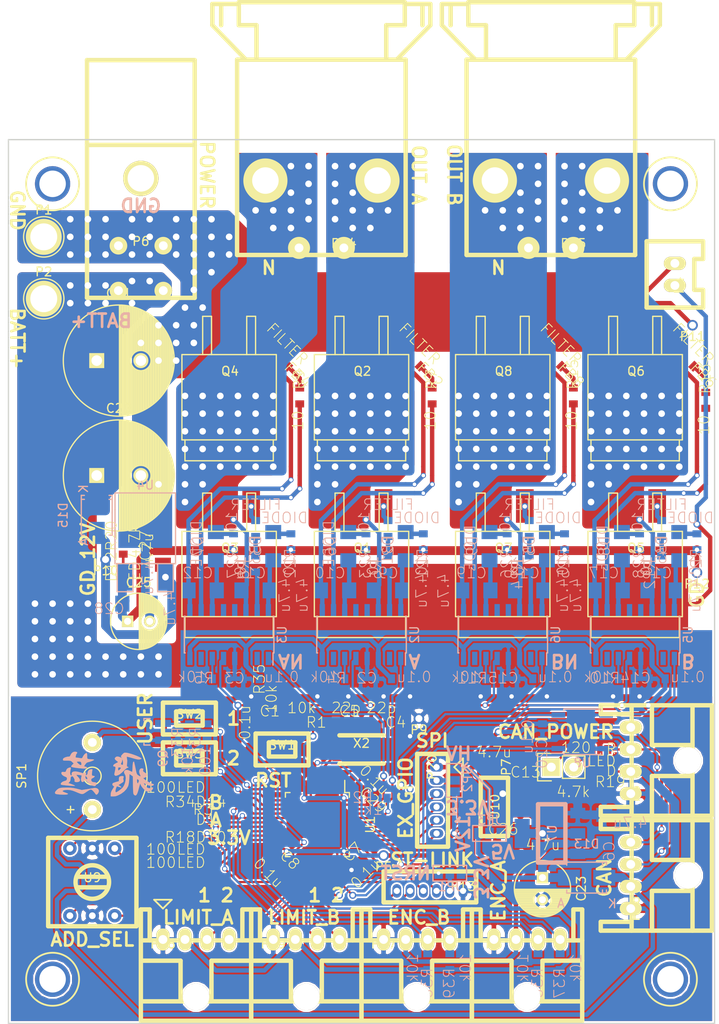
<source format=kicad_pcb>
(kicad_pcb (version 4) (host pcbnew 4.0.4-stable)
  (layers (0 F.Cu signal) (31 B.Cu signal) (34 B.Paste user) (35 F.Paste user) (36 B.SilkS user) (37 F.SilkS user) (38 B.Mask user) (39 F.Mask user) (44 Edge.Cuts user))
  (net 0 "")
  (net 1 GND)
  (net 2 /NRST)
  (net 3 /OSC_IN)
  (net 4 /OSC_OUT)
  (net 5 +3.3V)
  (net 6 "Net-(C9-Pad1)")
  (net 7 +12V)
  (net 8 GNDPWR)
  (net 9 "Net-(C11-Pad1)")
  (net 10 /OUT_AN)
  (net 11 "Net-(C16-Pad1)")
  (net 12 "Net-(C18-Pad1)")
  (net 13 /OUT_BN)
  (net 14 +BATT)
  (net 15 "Net-(D1-Pad2)")
  (net 16 /ENC_Ab)
  (net 17 /ENC_Aa)
  (net 18 /ENC_Bb)
  (net 19 /ENC_Ba)
  (net 20 /CANL)
  (net 21 "Net-(P7-Pad2)")
  (net 22 /CANH)
  (net 23 /LIMIT_A1)
  (net 24 /LIMIT_A2)
  (net 25 /LIMIT_B1)
  (net 26 /LIMIT_B2)
  (net 27 /USART_RX)
  (net 28 /USART_TX)
  (net 29 /SWDIO)
  (net 30 /SWCLK)
  (net 31 /OUT_A)
  (net 32 /OUT_B)
  (net 33 /BOOT0)
  (net 34 "Net-(R4-Pad1)")
  (net 35 "Net-(R5-Pad1)")
  (net 36 "Net-(R6-Pad2)")
  (net 37 "Net-(R7-Pad2)")
  (net 38 "Net-(R8-Pad2)")
  (net 39 "Net-(R9-Pad2)")
  (net 40 "Net-(R10-Pad1)")
  (net 41 "Net-(R11-Pad1)")
  (net 42 "Net-(R12-Pad2)")
  (net 43 "Net-(R13-Pad2)")
  (net 44 "Net-(R14-Pad2)")
  (net 45 "Net-(R15-Pad2)")
  (net 46 /MOTOR_EN)
  (net 47 /CAN_RX)
  (net 48 /PWM_A)
  (net 49 /PWM_AN)
  (net 50 /PWM_B)
  (net 51 /PWM_BN)
  (net 52 /CAN_TX)
  (net 53 /GD_12V)
  (net 54 "Net-(FB1-Pad1)")
  (net 55 "Net-(FB1-Pad2)")
  (net 56 "Net-(FB2-Pad1)")
  (net 57 "Net-(FB2-Pad2)")
  (net 58 "Net-(FB3-Pad1)")
  (net 59 "Net-(FB3-Pad2)")
  (net 60 "Net-(FB4-Pad1)")
  (net 61 "Net-(FB4-Pad2)")
  (net 62 "Net-(FB5-Pad1)")
  (net 63 "Net-(FB5-Pad2)")
  (net 64 "Net-(FB6-Pad1)")
  (net 65 "Net-(FB6-Pad2)")
  (net 66 "Net-(FB7-Pad1)")
  (net 67 "Net-(FB7-Pad2)")
  (net 68 "Net-(FB8-Pad1)")
  (net 69 "Net-(FB8-Pad2)")
  (net 70 "Net-(C10-Pad1)")
  (net 71 "Net-(C12-Pad1)")
  (net 72 "Net-(C17-Pad1)")
  (net 73 "Net-(C19-Pad1)")
  (net 74 "Net-(D10-Pad2)")
  (net 75 "Net-(D11-Pad2)")
  (net 76 "Net-(D12-Pad2)")
  (net 77 "Net-(D2-Pad1)")
  (net 78 "Net-(D3-Pad1)")
  (net 79 "Net-(D4-Pad1)")
  (net 80 "Net-(D5-Pad1)")
  (net 81 "Net-(D6-Pad1)")
  (net 82 "Net-(D7-Pad1)")
  (net 83 "Net-(D8-Pad1)")
  (net 84 "Net-(D9-Pad1)")
  (net 85 /SEL_1)
  (net 86 /SEL_2)
  (net 87 /SEL_4)
  (net 88 /SEL_8)
  (net 89 "Net-(JP1-Pad2)")
  (net 90 "Net-(C23-Pad1)")
  (net 91 "Net-(Q9-PadG)")
  (net 92 "Net-(Q9-PadD)")
  (net 93 /BUZZER)
  (net 94 /LED_B)
  (net 95 /LED_A)
  (net 96 "Net-(D14-Pad2)")
  (net 97 "Net-(C27-Pad1)")
  (net 98 +5V)
  (net 99 /SW1)
  (net 100 /SW2)
  (net 101 "Net-(JP2-Pad2)")
  (net 102 /EXIO_0)
  (net 103 /EXIO_1)
  (net 104 /EXIO_2)
  (net 105 /EXIO_3)
  (net 106 "Net-(JP2-Pad3)")
  (module Capacitors_ThroughHole:C_Radial_D12.5_L25_P5 (layer F.Cu) (at 10 25)
    (fp_text reference C21 (at 2.5 -7.6) (layer F.SilkS))
    (fp_text value 470u)
    (pad 2 thru_hole circle (at 5 0) (size 1.7 1.7) (drill 1.2) (layers *.Cu *.Mask F.SilkS) (net 8 GNDPWR))
    (pad 1 thru_hole rect (at 0 0) (size 1.7 1.7) (drill 1.2) (layers *.Cu *.Mask F.SilkS) (net 14 +BATT))
  )
  (module RP_KiCAD_Connector:XA_4LC (layer F.Cu) (at 17.5 90.5)
    (fp_text reference P18 (at 0 0.5) (layer F.SilkS))
    (fp_text value CONN_01X04)
    (pad 1 thru_hole oval (at 0 0) (size 1.5 2.5) (drill 1) (layers *.Cu *.Mask F.SilkS) (net 1 GND))
    (pad 2 thru_hole oval (at 2.5 0) (size 1.5 2.5) (drill 1) (layers *.Cu *.Mask F.SilkS) (net 5 +3.3V))
    (pad 3 thru_hole oval (at 5 0) (size 1.5 2.5) (drill 1) (layers *.Cu *.Mask F.SilkS) (net 23 /LIMIT_A1))
    (pad 4 thru_hole oval (at 7.5 0) (size 1.5 2.5) (drill 1) (layers *.Cu *.Mask F.SilkS) (net 24 /LIMIT_A2))
    (pad "" thru_hole circle (at 3.75 6.5) (size 3 3) (drill 3) (layers *.Cu *.Mask F.SilkS) (clearance -0.3))
  )
  (module TO_SOT_Packages_SMD:TO-252-2Lead_regu (layer B.Cu) (at 15.5 49.5 180)
    (fp_text reference U4 (at 0 10.414 180) (layer B.SilkS) (effects (justify mirror)))
    (fp_text value LM7812)
    (pad VI smd rect (at -2.286 0 180) (size 1.651 3.048) (layers B.Cu B.Paste B.Mask) (net 97 "Net-(C27-Pad1)"))
    (pad GND smd rect (at 0 6.35 180) (size 6.096 6.096) (layers B.Cu B.Paste B.Mask) (net 8 GNDPWR))
    (pad VO smd rect (at 2.286 0 180) (size 1.651 3.048) (layers B.Cu B.Paste B.Mask) (net 53 /GD_12V))
  )
  (module RP_KiCAD_Connector:XA_4LC (layer F.Cu) (at 30 90.5)
    (fp_text reference P19 (at 0 0.5) (layer F.SilkS))
    (fp_text value CONN_01X04)
    (pad 1 thru_hole oval (at 0 0) (size 1.5 2.5) (drill 1) (layers *.Cu *.Mask F.SilkS) (net 1 GND))
    (pad 2 thru_hole oval (at 2.5 0) (size 1.5 2.5) (drill 1) (layers *.Cu *.Mask F.SilkS) (net 5 +3.3V))
    (pad 3 thru_hole oval (at 5 0) (size 1.5 2.5) (drill 1) (layers *.Cu *.Mask F.SilkS) (net 25 /LIMIT_B1))
    (pad 4 thru_hole oval (at 7.5 0) (size 1.5 2.5) (drill 1) (layers *.Cu *.Mask F.SilkS) (net 26 /LIMIT_B2))
    (pad "" thru_hole circle (at 3.75 6.5) (size 3 3) (drill 3) (layers *.Cu *.Mask F.SilkS) (clearance -0.3))
  )
  (module TO_SOT_Packages_SMD:D2-PAK (layer F.Cu) (at 25 47 180)
    (fp_text reference Q3 (at -0.09906 0.8001 180) (layer F.SilkS))
    (fp_text value MOSFET_N)
    (pad G smd rect (at -2.49936 5.5499 180) (size 1.99898 3.79984) (layers F.Cu F.Paste F.Mask) (net 59 "Net-(FB3-Pad2)"))
    (pad S smd rect (at 2.49936 5.5499 180) (size 1.99898 3.79984) (layers F.Cu F.Paste F.Mask) (net 10 /OUT_AN))
    (pad D smd rect (at 0 -5.5499 180) (size 11.50112 8.99922) (layers F.Cu F.Paste F.Mask) (net 14 +BATT))
  )
  (module Housings_QFP:LQFP-48_7x7mm_Pitch0.5mm (layer F.Cu) (at 35 77.5 270)
    (fp_text reference U1 (at 0 -6 270) (layer F.SilkS))
    (fp_text value STM32F103_48)
    (pad 1 smd rect (at -4.35 -2.75 270) (size 1.3 0.25) (layers F.Cu F.Paste F.Mask) (net 5 +3.3V))
    (pad 2 smd rect (at -4.35 -2.25 270) (size 1.3 0.25) (layers F.Cu F.Paste F.Mask))
    (pad 3 smd rect (at -4.35 -1.75 270) (size 1.3 0.25) (layers F.Cu F.Paste F.Mask))
    (pad 4 smd rect (at -4.35 -1.25 270) (size 1.3 0.25) (layers F.Cu F.Paste F.Mask))
    (pad 5 smd rect (at -4.35 -0.75 270) (size 1.3 0.25) (layers F.Cu F.Paste F.Mask) (net 3 /OSC_IN))
    (pad 6 smd rect (at -4.35 -0.25 270) (size 1.3 0.25) (layers F.Cu F.Paste F.Mask) (net 4 /OSC_OUT))
    (pad 7 smd rect (at -4.35 0.25 270) (size 1.3 0.25) (layers F.Cu F.Paste F.Mask) (net 2 /NRST))
    (pad 8 smd rect (at -4.35 0.75 270) (size 1.3 0.25) (layers F.Cu F.Paste F.Mask) (net 1 GND))
    (pad 9 smd rect (at -4.35 1.25 270) (size 1.3 0.25) (layers F.Cu F.Paste F.Mask) (net 5 +3.3V))
    (pad 10 smd rect (at -4.35 1.75 270) (size 1.3 0.25) (layers F.Cu F.Paste F.Mask) (net 17 /ENC_Aa))
    (pad 11 smd rect (at -4.35 2.25 270) (size 1.3 0.25) (layers F.Cu F.Paste F.Mask) (net 16 /ENC_Ab))
    (pad 12 smd rect (at -4.35 2.75 270) (size 1.3 0.25) (layers F.Cu F.Paste F.Mask) (net 99 /SW1))
    (pad 13 smd rect (at -2.75 4.35) (size 1.3 0.25) (layers F.Cu F.Paste F.Mask) (net 100 /SW2))
    (pad 14 smd rect (at -2.25 4.35) (size 1.3 0.25) (layers F.Cu F.Paste F.Mask) (net 95 /LED_A))
    (pad 15 smd rect (at -1.75 4.35) (size 1.3 0.25) (layers F.Cu F.Paste F.Mask) (net 94 /LED_B))
    (pad 16 smd rect (at -1.25 4.35) (size 1.3 0.25) (layers F.Cu F.Paste F.Mask) (net 19 /ENC_Ba))
    (pad 17 smd rect (at -0.75 4.35) (size 1.3 0.25) (layers F.Cu F.Paste F.Mask) (net 18 /ENC_Bb))
    (pad 18 smd rect (at -0.25 4.35) (size 1.3 0.25) (layers F.Cu F.Paste F.Mask) (net 93 /BUZZER))
    (pad 19 smd rect (at 0.25 4.35) (size 1.3 0.25) (layers F.Cu F.Paste F.Mask) (net 85 /SEL_1))
    (pad 20 smd rect (at 0.75 4.35) (size 1.3 0.25) (layers F.Cu F.Paste F.Mask) (net 86 /SEL_2))
    (pad 21 smd rect (at 1.25 4.35) (size 1.3 0.25) (layers F.Cu F.Paste F.Mask) (net 87 /SEL_4))
    (pad 22 smd rect (at 1.75 4.35) (size 1.3 0.25) (layers F.Cu F.Paste F.Mask) (net 88 /SEL_8))
    (pad 23 smd rect (at 2.25 4.35) (size 1.3 0.25) (layers F.Cu F.Paste F.Mask) (net 1 GND))
    (pad 24 smd rect (at 2.75 4.35) (size 1.3 0.25) (layers F.Cu F.Paste F.Mask) (net 5 +3.3V))
    (pad 25 smd rect (at 4.35 2.75 270) (size 1.3 0.25) (layers F.Cu F.Paste F.Mask) (net 46 /MOTOR_EN))
    (pad 26 smd rect (at 4.35 2.25 270) (size 1.3 0.25) (layers F.Cu F.Paste F.Mask) (net 23 /LIMIT_A1))
    (pad 27 smd rect (at 4.35 1.75 270) (size 1.3 0.25) (layers F.Cu F.Paste F.Mask) (net 24 /LIMIT_A2))
    (pad 28 smd rect (at 4.35 1.25 270) (size 1.3 0.25) (layers F.Cu F.Paste F.Mask) (net 25 /LIMIT_B1))
    (pad 29 smd rect (at 4.35 0.75 270) (size 1.3 0.25) (layers F.Cu F.Paste F.Mask) (net 26 /LIMIT_B2))
    (pad 30 smd rect (at 4.35 0.25 270) (size 1.3 0.25) (layers F.Cu F.Paste F.Mask) (net 28 /USART_TX))
    (pad 31 smd rect (at 4.35 -0.25 270) (size 1.3 0.25) (layers F.Cu F.Paste F.Mask) (net 27 /USART_RX))
    (pad 32 smd rect (at 4.35 -0.75 270) (size 1.3 0.25) (layers F.Cu F.Paste F.Mask) (net 47 /CAN_RX))
    (pad 33 smd rect (at 4.35 -1.25 270) (size 1.3 0.25) (layers F.Cu F.Paste F.Mask) (net 52 /CAN_TX))
    (pad 34 smd rect (at 4.35 -1.75 270) (size 1.3 0.25) (layers F.Cu F.Paste F.Mask) (net 29 /SWDIO))
    (pad 35 smd rect (at 4.35 -2.25 270) (size 1.3 0.25) (layers F.Cu F.Paste F.Mask) (net 1 GND))
    (pad 36 smd rect (at 4.35 -2.75 270) (size 1.3 0.25) (layers F.Cu F.Paste F.Mask) (net 5 +3.3V))
    (pad 37 smd rect (at 2.75 -4.35) (size 1.3 0.25) (layers F.Cu F.Paste F.Mask) (net 30 /SWCLK))
    (pad 38 smd rect (at 2.25 -4.35) (size 1.3 0.25) (layers F.Cu F.Paste F.Mask) (net 105 /EXIO_3))
    (pad 39 smd rect (at 1.75 -4.35) (size 1.3 0.25) (layers F.Cu F.Paste F.Mask) (net 104 /EXIO_2))
    (pad 40 smd rect (at 1.25 -4.35) (size 1.3 0.25) (layers F.Cu F.Paste F.Mask) (net 103 /EXIO_1))
    (pad 41 smd rect (at 0.75 -4.35) (size 1.3 0.25) (layers F.Cu F.Paste F.Mask) (net 102 /EXIO_0))
    (pad 42 smd rect (at 0.25 -4.35) (size 1.3 0.25) (layers F.Cu F.Paste F.Mask) (net 50 /PWM_B))
    (pad 43 smd rect (at -0.25 -4.35) (size 1.3 0.25) (layers F.Cu F.Paste F.Mask) (net 51 /PWM_BN))
    (pad 44 smd rect (at -0.75 -4.35) (size 1.3 0.25) (layers F.Cu F.Paste F.Mask) (net 33 /BOOT0))
    (pad 45 smd rect (at -1.25 -4.35) (size 1.3 0.25) (layers F.Cu F.Paste F.Mask) (net 48 /PWM_A))
    (pad 46 smd rect (at -1.75 -4.35) (size 1.3 0.25) (layers F.Cu F.Paste F.Mask) (net 49 /PWM_AN))
    (pad 47 smd rect (at -2.25 -4.35) (size 1.3 0.25) (layers F.Cu F.Paste F.Mask) (net 1 GND))
    (pad 48 smd rect (at -2.75 -4.35) (size 1.3 0.25) (layers F.Cu F.Paste F.Mask) (net 5 +3.3V))
  )
  (module Capacitors_ThroughHole:C_Radial_D6.3_L11.2_P2.5 (layer F.Cu) (at 60.5 83.5 270)
    (fp_text reference C23 (at 1.25 -4.4 270) (layer F.SilkS))
    (fp_text value 100u)
    (pad 2 thru_hole circle (at 2.5 0 270) (size 1.3 1.3) (drill 0.8) (layers *.Cu *.Mask F.SilkS) (net 1 GND))
    (pad 1 thru_hole rect (at 0 0 270) (size 1.3 1.3) (drill 0.8) (layers *.Cu *.Mask F.SilkS) (net 90 "Net-(C23-Pad1)"))
  )
  (module RP_KiCAD_Connector:XA_4LC (layer F.Cu) (at 70.5 87 90)
    (fp_text reference P16 (at 0 0.5 90) (layer F.SilkS))
    (fp_text value CONN_01X04)
    (pad 1 thru_hole oval (at 0 0 90) (size 1.5 2.5) (drill 1) (layers *.Cu *.Mask F.SilkS) (net 1 GND))
    (pad 2 thru_hole oval (at 2.5 0 90) (size 1.5 2.5) (drill 1) (layers *.Cu *.Mask F.SilkS) (net 7 +12V))
    (pad 3 thru_hole oval (at 5 0 90) (size 1.5 2.5) (drill 1) (layers *.Cu *.Mask F.SilkS) (net 22 /CANH))
    (pad 4 thru_hole oval (at 7.5 0 90) (size 1.5 2.5) (drill 1) (layers *.Cu *.Mask F.SilkS) (net 20 /CANL))
    (pad "" thru_hole circle (at 3.75 6.5 90) (size 3 3) (drill 3) (layers *.Cu *.Mask F.SilkS) (clearance -0.3))
  )
  (module TO_SOT_Packages_SMD:D2-PAK (layer F.Cu) (at 56 47 180)
    (fp_text reference Q7 (at -0.09906 0.8001 180) (layer F.SilkS))
    (fp_text value MOSFET_N)
    (pad G smd rect (at -2.49936 5.5499 180) (size 1.99898 3.79984) (layers F.Cu F.Paste F.Mask) (net 67 "Net-(FB7-Pad2)"))
    (pad S smd rect (at 2.49936 5.5499 180) (size 1.99898 3.79984) (layers F.Cu F.Paste F.Mask) (net 13 /OUT_BN))
    (pad D smd rect (at 0 -5.5499 180) (size 11.50112 8.99922) (layers F.Cu F.Paste F.Mask) (net 14 +BATT))
  )
  (module RP_KiCAD_Libs:C3216 (layer B.Cu) (at 43 51 180)
    (fp_text reference C9 (at -1.27 1.27 180) (layer B.SilkS) (effects (font (size 1.2065 1.2065) (thickness 0.1016)) (justify left bottom mirror)))
    (fp_text value 4.7u (at -4.5 2 270) (layer B.SilkS) (effects (font (size 1.2065 1.2065) (thickness 0.1016)) (justify left bottom mirror)))
    (pad 1 smd rect (at -1.6 0 180) (size 1.6 1.8) (layers B.Cu B.Paste B.Mask) (net 6 "Net-(C9-Pad1)"))
    (pad 2 smd rect (at 1.6 0 180) (size 1.6 1.8) (layers B.Cu B.Paste B.Mask) (net 31 /OUT_A))
  )
  (module RP_KiCAD_Libs:C3216 (layer B.Cu) (at 37 51 180)
    (fp_text reference C10 (at -1.27 1.27 180) (layer B.SilkS) (effects (font (size 1.2065 1.2065) (thickness 0.1016)) (justify left bottom mirror)))
    (fp_text value 4.7u (at 3 1.5 270) (layer B.SilkS) (effects (font (size 1.2065 1.2065) (thickness 0.1016)) (justify left bottom mirror)))
    (pad 1 smd rect (at -1.6 0 180) (size 1.6 1.8) (layers B.Cu B.Paste B.Mask) (net 70 "Net-(C10-Pad1)"))
    (pad 2 smd rect (at 1.6 0 180) (size 1.6 1.8) (layers B.Cu B.Paste B.Mask) (net 8 GNDPWR))
  )
  (module RP_KiCAD_Libs:C3216 (layer B.Cu) (at 28 51 180)
    (fp_text reference C11 (at -1.27 1.27 180) (layer B.SilkS) (effects (font (size 1.2065 1.2065) (thickness 0.1016)) (justify left bottom mirror)))
    (fp_text value 4.7u (at -4 1.5 270) (layer B.SilkS) (effects (font (size 1.2065 1.2065) (thickness 0.1016)) (justify left bottom mirror)))
    (pad 1 smd rect (at -1.6 0 180) (size 1.6 1.8) (layers B.Cu B.Paste B.Mask) (net 9 "Net-(C11-Pad1)"))
    (pad 2 smd rect (at 1.6 0 180) (size 1.6 1.8) (layers B.Cu B.Paste B.Mask) (net 10 /OUT_AN))
  )
  (module RP_KiCAD_Libs:C3216 (layer B.Cu) (at 22 51 180)
    (fp_text reference C12 (at -1.27 1.27 180) (layer B.SilkS) (effects (font (size 1.2065 1.2065) (thickness 0.1016)) (justify left bottom mirror)))
    (fp_text value 4.7u (at 3 0 270) (layer B.SilkS) (effects (font (size 1.2065 1.2065) (thickness 0.1016)) (justify left bottom mirror)))
    (pad 1 smd rect (at -1.6 0 180) (size 1.6 1.8) (layers B.Cu B.Paste B.Mask) (net 71 "Net-(C12-Pad1)"))
    (pad 2 smd rect (at 1.6 0 180) (size 1.6 1.8) (layers B.Cu B.Paste B.Mask) (net 8 GNDPWR))
  )
  (module RP_KiCAD_Libs:C3216 (layer B.Cu) (at 74 51 180)
    (fp_text reference C16 (at -1.27 1.27 180) (layer B.SilkS) (effects (font (size 1.2065 1.2065) (thickness 0.1016)) (justify left bottom mirror)))
    (fp_text value 4.7u (at -4.5 1.5 270) (layer B.SilkS) (effects (font (size 1.2065 1.2065) (thickness 0.1016)) (justify left bottom mirror)))
    (pad 1 smd rect (at -1.6 0 180) (size 1.6 1.8) (layers B.Cu B.Paste B.Mask) (net 11 "Net-(C16-Pad1)"))
    (pad 2 smd rect (at 1.6 0 180) (size 1.6 1.8) (layers B.Cu B.Paste B.Mask) (net 32 /OUT_B))
  )
  (module RP_KiCAD_Libs:C3216 (layer B.Cu) (at 68 51 180)
    (fp_text reference C17 (at -1.27 1.27 180) (layer B.SilkS) (effects (font (size 1.2065 1.2065) (thickness 0.1016)) (justify left bottom mirror)))
    (fp_text value 4.7u (at 3 1.5 270) (layer B.SilkS) (effects (font (size 1.2065 1.2065) (thickness 0.1016)) (justify left bottom mirror)))
    (pad 1 smd rect (at -1.6 0 180) (size 1.6 1.8) (layers B.Cu B.Paste B.Mask) (net 72 "Net-(C17-Pad1)"))
    (pad 2 smd rect (at 1.6 0 180) (size 1.6 1.8) (layers B.Cu B.Paste B.Mask) (net 8 GNDPWR))
  )
  (module RP_KiCAD_Libs:C3216 (layer B.Cu) (at 59 51 180)
    (fp_text reference C18 (at -1.27 1.27 180) (layer B.SilkS) (effects (font (size 1.2065 1.2065) (thickness 0.1016)) (justify left bottom mirror)))
    (fp_text value 4.7u (at -4.5 1.5 270) (layer B.SilkS) (effects (font (size 1.2065 1.2065) (thickness 0.1016)) (justify left bottom mirror)))
    (pad 1 smd rect (at -1.6 0 180) (size 1.6 1.8) (layers B.Cu B.Paste B.Mask) (net 12 "Net-(C18-Pad1)"))
    (pad 2 smd rect (at 1.6 0 180) (size 1.6 1.8) (layers B.Cu B.Paste B.Mask) (net 13 /OUT_BN))
  )
  (module RP_KiCAD_Libs:C3216 (layer B.Cu) (at 53 51 180)
    (fp_text reference C19 (at -1.27 1.27 180) (layer B.SilkS) (effects (font (size 1.2065 1.2065) (thickness 0.1016)) (justify left bottom mirror)))
    (fp_text value 4.7u (at 3 2 270) (layer B.SilkS) (effects (font (size 1.2065 1.2065) (thickness 0.1016)) (justify left bottom mirror)))
    (pad 1 smd rect (at -1.6 0 180) (size 1.6 1.8) (layers B.Cu B.Paste B.Mask) (net 73 "Net-(C19-Pad1)"))
    (pad 2 smd rect (at 1.6 0 180) (size 1.6 1.8) (layers B.Cu B.Paste B.Mask) (net 8 GNDPWR))
  )
  (module RP_KiCAD_Libs:C3216 (layer B.Cu) (at 45 46 270)
    (fp_text reference D2 (at -1.27 1.27 270) (layer B.SilkS) (effects (font (size 1.2065 1.2065) (thickness 0.1016)) (justify left bottom mirror)))
    (fp_text value DIODE (at -2.5 -4 360) (layer B.SilkS) (effects (font (size 1.2065 1.2065) (thickness 0.1016)) (justify left bottom mirror)))
    (pad 1 smd rect (at -1.6 0 270) (size 1.6 1.8) (layers B.Cu B.Paste B.Mask) (net 77 "Net-(D2-Pad1)"))
    (pad 2 smd rect (at 1.6 0 270) (size 1.6 1.8) (layers B.Cu B.Paste B.Mask) (net 6 "Net-(C9-Pad1)"))
  )
  (module RP_KiCAD_Libs:C3216 (layer B.Cu) (at 30 46 270)
    (fp_text reference D3 (at -1.27 1.27 270) (layer B.SilkS) (effects (font (size 1.2065 1.2065) (thickness 0.1016)) (justify left bottom mirror)))
    (fp_text value DIODE (at -2.5 -4 540) (layer B.SilkS) (effects (font (size 1.2065 1.2065) (thickness 0.1016)) (justify left bottom mirror)))
    (pad 1 smd rect (at -1.6 0 270) (size 1.6 1.8) (layers B.Cu B.Paste B.Mask) (net 78 "Net-(D3-Pad1)"))
    (pad 2 smd rect (at 1.6 0 270) (size 1.6 1.8) (layers B.Cu B.Paste B.Mask) (net 9 "Net-(C11-Pad1)"))
  )
  (module RP_KiCAD_Libs:C3216 (layer B.Cu) (at 76 46 270)
    (fp_text reference D4 (at -1.27 1.27 270) (layer B.SilkS) (effects (font (size 1.2065 1.2065) (thickness 0.1016)) (justify left bottom mirror)))
    (fp_text value DIODE (at -2.5 -4 360) (layer B.SilkS) (effects (font (size 1.2065 1.2065) (thickness 0.1016)) (justify left bottom mirror)))
    (pad 1 smd rect (at -1.6 0 270) (size 1.6 1.8) (layers B.Cu B.Paste B.Mask) (net 79 "Net-(D4-Pad1)"))
    (pad 2 smd rect (at 1.6 0 270) (size 1.6 1.8) (layers B.Cu B.Paste B.Mask) (net 11 "Net-(C16-Pad1)"))
  )
  (module RP_KiCAD_Libs:C3216 (layer B.Cu) (at 61 46 270)
    (fp_text reference D5 (at -1.27 1.27 270) (layer B.SilkS) (effects (font (size 1.2065 1.2065) (thickness 0.1016)) (justify left bottom mirror)))
    (fp_text value DIODE (at -2.5 -4 540) (layer B.SilkS) (effects (font (size 1.2065 1.2065) (thickness 0.1016)) (justify left bottom mirror)))
    (pad 1 smd rect (at -1.6 0 270) (size 1.6 1.8) (layers B.Cu B.Paste B.Mask) (net 80 "Net-(D5-Pad1)"))
    (pad 2 smd rect (at 1.6 0 270) (size 1.6 1.8) (layers B.Cu B.Paste B.Mask) (net 12 "Net-(C18-Pad1)"))
  )
  (module Pin_Headers:Pin_Header_Straight_1x02 (layer F.Cu) (at 61.5 71 90)
    (fp_text reference P7 (at 0 -5.1 90) (layer F.SilkS))
    (fp_text value CONN_01X02)
    (pad 1 thru_hole rect (at 0 0 90) (size 2.032 2.032) (drill 1.016) (layers *.Cu *.Mask F.SilkS) (net 20 /CANL))
    (pad 2 thru_hole oval (at 0 2.54 90) (size 2.032 2.032) (drill 1.016) (layers *.Cu *.Mask F.SilkS) (net 21 "Net-(P7-Pad2)"))
  )
  (module TO_SOT_Packages_SMD:D2-PAK (layer F.Cu) (at 40 47 180)
    (fp_text reference Q1 (at -0.09906 0.8001 180) (layer F.SilkS))
    (fp_text value MOSFET_N)
    (pad G smd rect (at -2.49936 5.5499 180) (size 1.99898 3.79984) (layers F.Cu F.Paste F.Mask) (net 55 "Net-(FB1-Pad2)"))
    (pad S smd rect (at 2.49936 5.5499 180) (size 1.99898 3.79984) (layers F.Cu F.Paste F.Mask) (net 31 /OUT_A))
    (pad D smd rect (at 0 -5.5499 180) (size 11.50112 8.99922) (layers F.Cu F.Paste F.Mask) (net 14 +BATT))
  )
  (module TO_SOT_Packages_SMD:D2-PAK (layer F.Cu) (at 40 27 180)
    (fp_text reference Q2 (at -0.09906 0.8001 180) (layer F.SilkS))
    (fp_text value MOSFET_N)
    (pad G smd rect (at -2.49936 5.5499 180) (size 1.99898 3.79984) (layers F.Cu F.Paste F.Mask) (net 57 "Net-(FB2-Pad2)"))
    (pad S smd rect (at 2.49936 5.5499 180) (size 1.99898 3.79984) (layers F.Cu F.Paste F.Mask) (net 8 GNDPWR))
    (pad D smd rect (at 0 -5.5499 180) (size 11.50112 8.99922) (layers F.Cu F.Paste F.Mask) (net 31 /OUT_A))
  )
  (module TO_SOT_Packages_SMD:D2-PAK (layer F.Cu) (at 25 27 180)
    (fp_text reference Q4 (at -0.09906 0.8001 180) (layer F.SilkS))
    (fp_text value MOSFET_N)
    (pad G smd rect (at -2.49936 5.5499 180) (size 1.99898 3.79984) (layers F.Cu F.Paste F.Mask) (net 61 "Net-(FB4-Pad2)"))
    (pad S smd rect (at 2.49936 5.5499 180) (size 1.99898 3.79984) (layers F.Cu F.Paste F.Mask) (net 8 GNDPWR))
    (pad D smd rect (at 0 -5.5499 180) (size 11.50112 8.99922) (layers F.Cu F.Paste F.Mask) (net 10 /OUT_AN))
  )
  (module TO_SOT_Packages_SMD:D2-PAK (layer F.Cu) (at 71 47 180)
    (fp_text reference Q5 (at -0.09906 0.8001 180) (layer F.SilkS))
    (fp_text value MOSFET_N)
    (pad G smd rect (at -2.49936 5.5499 180) (size 1.99898 3.79984) (layers F.Cu F.Paste F.Mask) (net 63 "Net-(FB5-Pad2)"))
    (pad S smd rect (at 2.49936 5.5499 180) (size 1.99898 3.79984) (layers F.Cu F.Paste F.Mask) (net 32 /OUT_B))
    (pad D smd rect (at 0 -5.5499 180) (size 11.50112 8.99922) (layers F.Cu F.Paste F.Mask) (net 14 +BATT))
  )
  (module TO_SOT_Packages_SMD:D2-PAK (layer F.Cu) (at 71 27 180)
    (fp_text reference Q6 (at -0.09906 0.8001 180) (layer F.SilkS))
    (fp_text value MOSFET_N)
    (pad G smd rect (at -2.49936 5.5499 180) (size 1.99898 3.79984) (layers F.Cu F.Paste F.Mask) (net 65 "Net-(FB6-Pad2)"))
    (pad S smd rect (at 2.49936 5.5499 180) (size 1.99898 3.79984) (layers F.Cu F.Paste F.Mask) (net 8 GNDPWR))
    (pad D smd rect (at 0 -5.5499 180) (size 11.50112 8.99922) (layers F.Cu F.Paste F.Mask) (net 32 /OUT_B))
  )
  (module TO_SOT_Packages_SMD:D2-PAK (layer F.Cu) (at 56 27 180)
    (fp_text reference Q8 (at -0.09906 0.8001 180) (layer F.SilkS))
    (fp_text value MOSFET_N)
    (pad G smd rect (at -2.49936 5.5499 180) (size 1.99898 3.79984) (layers F.Cu F.Paste F.Mask) (net 69 "Net-(FB8-Pad2)"))
    (pad S smd rect (at 2.49936 5.5499 180) (size 1.99898 3.79984) (layers F.Cu F.Paste F.Mask) (net 8 GNDPWR))
    (pad D smd rect (at 0 -5.5499 180) (size 11.50112 8.99922) (layers F.Cu F.Paste F.Mask) (net 13 /OUT_BN))
  )
  (module Housings_SOIC:SOIC-16_3.9x9.9mm_Pitch1.27mm (layer B.Cu) (at 40 56 90)
    (fp_text reference U2 (at 0 6 90) (layer B.SilkS) (effects (justify mirror)))
    (fp_text value SI8234)
    (pad 1 smd rect (at -2.7 4.445 90) (size 1.5 0.6) (layers B.Cu B.Paste B.Mask) (net 48 /PWM_A))
    (pad 2 smd rect (at -2.7 3.175 90) (size 1.5 0.6) (layers B.Cu B.Paste B.Mask))
    (pad 3 smd rect (at -2.7 1.905 90) (size 1.5 0.6) (layers B.Cu B.Paste B.Mask) (net 5 +3.3V))
    (pad 4 smd rect (at -2.7 0.635 90) (size 1.5 0.6) (layers B.Cu B.Paste B.Mask) (net 1 GND))
    (pad 5 smd rect (at -2.7 -0.635 90) (size 1.5 0.6) (layers B.Cu B.Paste B.Mask) (net 46 /MOTOR_EN))
    (pad 6 smd rect (at -2.7 -1.905 90) (size 1.5 0.6) (layers B.Cu B.Paste B.Mask) (net 34 "Net-(R4-Pad1)"))
    (pad 7 smd rect (at -2.7 -3.175 90) (size 1.5 0.6) (layers B.Cu B.Paste B.Mask))
    (pad 8 smd rect (at -2.7 -4.445 90) (size 1.5 0.6) (layers B.Cu B.Paste B.Mask) (net 5 +3.3V))
    (pad 9 smd rect (at 2.7 -4.445 90) (size 1.5 0.6) (layers B.Cu B.Paste B.Mask) (net 8 GNDPWR))
    (pad 10 smd rect (at 2.7 -3.175 90) (size 1.5 0.6) (layers B.Cu B.Paste B.Mask) (net 37 "Net-(R7-Pad2)"))
    (pad 11 smd rect (at 2.7 -1.905 90) (size 1.5 0.6) (layers B.Cu B.Paste B.Mask) (net 70 "Net-(C10-Pad1)"))
    (pad 12 smd rect (at 2.7 -0.635 90) (size 1.5 0.6) (layers B.Cu B.Paste B.Mask))
    (pad 13 smd rect (at 2.7 0.635 90) (size 1.5 0.6) (layers B.Cu B.Paste B.Mask))
    (pad 14 smd rect (at 2.7 1.905 90) (size 1.5 0.6) (layers B.Cu B.Paste B.Mask) (net 31 /OUT_A))
    (pad 15 smd rect (at 2.7 3.175 90) (size 1.5 0.6) (layers B.Cu B.Paste B.Mask) (net 36 "Net-(R6-Pad2)"))
    (pad 16 smd rect (at 2.7 4.445 90) (size 1.5 0.6) (layers B.Cu B.Paste B.Mask) (net 6 "Net-(C9-Pad1)"))
  )
  (module Housings_SOIC:SOIC-16_3.9x9.9mm_Pitch1.27mm (layer B.Cu) (at 25 56 90)
    (fp_text reference U3 (at 0 6 90) (layer B.SilkS) (effects (justify mirror)))
    (fp_text value SI8234)
    (pad 1 smd rect (at -2.7 4.445 90) (size 1.5 0.6) (layers B.Cu B.Paste B.Mask) (net 49 /PWM_AN))
    (pad 2 smd rect (at -2.7 3.175 90) (size 1.5 0.6) (layers B.Cu B.Paste B.Mask))
    (pad 3 smd rect (at -2.7 1.905 90) (size 1.5 0.6) (layers B.Cu B.Paste B.Mask) (net 5 +3.3V))
    (pad 4 smd rect (at -2.7 0.635 90) (size 1.5 0.6) (layers B.Cu B.Paste B.Mask) (net 1 GND))
    (pad 5 smd rect (at -2.7 -0.635 90) (size 1.5 0.6) (layers B.Cu B.Paste B.Mask) (net 46 /MOTOR_EN))
    (pad 6 smd rect (at -2.7 -1.905 90) (size 1.5 0.6) (layers B.Cu B.Paste B.Mask) (net 35 "Net-(R5-Pad1)"))
    (pad 7 smd rect (at -2.7 -3.175 90) (size 1.5 0.6) (layers B.Cu B.Paste B.Mask))
    (pad 8 smd rect (at -2.7 -4.445 90) (size 1.5 0.6) (layers B.Cu B.Paste B.Mask) (net 5 +3.3V))
    (pad 9 smd rect (at 2.7 -4.445 90) (size 1.5 0.6) (layers B.Cu B.Paste B.Mask) (net 8 GNDPWR))
    (pad 10 smd rect (at 2.7 -3.175 90) (size 1.5 0.6) (layers B.Cu B.Paste B.Mask) (net 39 "Net-(R9-Pad2)"))
    (pad 11 smd rect (at 2.7 -1.905 90) (size 1.5 0.6) (layers B.Cu B.Paste B.Mask) (net 71 "Net-(C12-Pad1)"))
    (pad 12 smd rect (at 2.7 -0.635 90) (size 1.5 0.6) (layers B.Cu B.Paste B.Mask))
    (pad 13 smd rect (at 2.7 0.635 90) (size 1.5 0.6) (layers B.Cu B.Paste B.Mask))
    (pad 14 smd rect (at 2.7 1.905 90) (size 1.5 0.6) (layers B.Cu B.Paste B.Mask) (net 10 /OUT_AN))
    (pad 15 smd rect (at 2.7 3.175 90) (size 1.5 0.6) (layers B.Cu B.Paste B.Mask) (net 38 "Net-(R8-Pad2)"))
    (pad 16 smd rect (at 2.7 4.445 90) (size 1.5 0.6) (layers B.Cu B.Paste B.Mask) (net 9 "Net-(C11-Pad1)"))
  )
  (module Housings_SOIC:SOIC-16_3.9x9.9mm_Pitch1.27mm (layer B.Cu) (at 71 56 90)
    (fp_text reference U5 (at 0 6 90) (layer B.SilkS) (effects (justify mirror)))
    (fp_text value SI8234)
    (pad 1 smd rect (at -2.7 4.445 90) (size 1.5 0.6) (layers B.Cu B.Paste B.Mask) (net 50 /PWM_B))
    (pad 2 smd rect (at -2.7 3.175 90) (size 1.5 0.6) (layers B.Cu B.Paste B.Mask))
    (pad 3 smd rect (at -2.7 1.905 90) (size 1.5 0.6) (layers B.Cu B.Paste B.Mask) (net 5 +3.3V))
    (pad 4 smd rect (at -2.7 0.635 90) (size 1.5 0.6) (layers B.Cu B.Paste B.Mask) (net 1 GND))
    (pad 5 smd rect (at -2.7 -0.635 90) (size 1.5 0.6) (layers B.Cu B.Paste B.Mask) (net 46 /MOTOR_EN))
    (pad 6 smd rect (at -2.7 -1.905 90) (size 1.5 0.6) (layers B.Cu B.Paste B.Mask) (net 40 "Net-(R10-Pad1)"))
    (pad 7 smd rect (at -2.7 -3.175 90) (size 1.5 0.6) (layers B.Cu B.Paste B.Mask))
    (pad 8 smd rect (at -2.7 -4.445 90) (size 1.5 0.6) (layers B.Cu B.Paste B.Mask) (net 5 +3.3V))
    (pad 9 smd rect (at 2.7 -4.445 90) (size 1.5 0.6) (layers B.Cu B.Paste B.Mask) (net 8 GNDPWR))
    (pad 10 smd rect (at 2.7 -3.175 90) (size 1.5 0.6) (layers B.Cu B.Paste B.Mask) (net 43 "Net-(R13-Pad2)"))
    (pad 11 smd rect (at 2.7 -1.905 90) (size 1.5 0.6) (layers B.Cu B.Paste B.Mask) (net 72 "Net-(C17-Pad1)"))
    (pad 12 smd rect (at 2.7 -0.635 90) (size 1.5 0.6) (layers B.Cu B.Paste B.Mask))
    (pad 13 smd rect (at 2.7 0.635 90) (size 1.5 0.6) (layers B.Cu B.Paste B.Mask))
    (pad 14 smd rect (at 2.7 1.905 90) (size 1.5 0.6) (layers B.Cu B.Paste B.Mask) (net 32 /OUT_B))
    (pad 15 smd rect (at 2.7 3.175 90) (size 1.5 0.6) (layers B.Cu B.Paste B.Mask) (net 42 "Net-(R12-Pad2)"))
    (pad 16 smd rect (at 2.7 4.445 90) (size 1.5 0.6) (layers B.Cu B.Paste B.Mask) (net 11 "Net-(C16-Pad1)"))
  )
  (module Housings_SOIC:SOIC-16_3.9x9.9mm_Pitch1.27mm (layer B.Cu) (at 56 56 90)
    (fp_text reference U6 (at 0 6 90) (layer B.SilkS) (effects (justify mirror)))
    (fp_text value SI8234)
    (pad 1 smd rect (at -2.7 4.445 90) (size 1.5 0.6) (layers B.Cu B.Paste B.Mask) (net 51 /PWM_BN))
    (pad 2 smd rect (at -2.7 3.175 90) (size 1.5 0.6) (layers B.Cu B.Paste B.Mask))
    (pad 3 smd rect (at -2.7 1.905 90) (size 1.5 0.6) (layers B.Cu B.Paste B.Mask) (net 5 +3.3V))
    (pad 4 smd rect (at -2.7 0.635 90) (size 1.5 0.6) (layers B.Cu B.Paste B.Mask) (net 1 GND))
    (pad 5 smd rect (at -2.7 -0.635 90) (size 1.5 0.6) (layers B.Cu B.Paste B.Mask) (net 46 /MOTOR_EN))
    (pad 6 smd rect (at -2.7 -1.905 90) (size 1.5 0.6) (layers B.Cu B.Paste B.Mask) (net 41 "Net-(R11-Pad1)"))
    (pad 7 smd rect (at -2.7 -3.175 90) (size 1.5 0.6) (layers B.Cu B.Paste B.Mask))
    (pad 8 smd rect (at -2.7 -4.445 90) (size 1.5 0.6) (layers B.Cu B.Paste B.Mask) (net 5 +3.3V))
    (pad 9 smd rect (at 2.7 -4.445 90) (size 1.5 0.6) (layers B.Cu B.Paste B.Mask) (net 8 GNDPWR))
    (pad 10 smd rect (at 2.7 -3.175 90) (size 1.5 0.6) (layers B.Cu B.Paste B.Mask) (net 45 "Net-(R15-Pad2)"))
    (pad 11 smd rect (at 2.7 -1.905 90) (size 1.5 0.6) (layers B.Cu B.Paste B.Mask) (net 73 "Net-(C19-Pad1)"))
    (pad 12 smd rect (at 2.7 -0.635 90) (size 1.5 0.6) (layers B.Cu B.Paste B.Mask))
    (pad 13 smd rect (at 2.7 0.635 90) (size 1.5 0.6) (layers B.Cu B.Paste B.Mask))
    (pad 14 smd rect (at 2.7 1.905 90) (size 1.5 0.6) (layers B.Cu B.Paste B.Mask) (net 13 /OUT_BN))
    (pad 15 smd rect (at 2.7 3.175 90) (size 1.5 0.6) (layers B.Cu B.Paste B.Mask) (net 44 "Net-(R14-Pad2)"))
    (pad 16 smd rect (at 2.7 4.445 90) (size 1.5 0.6) (layers B.Cu B.Paste B.Mask) (net 12 "Net-(C18-Pad1)"))
  )
  (module Housings_SOIC:SOIC-8_3.9x4.9mm_Pitch1.27mm (layer B.Cu) (at 65 67)
    (fp_text reference U8 (at 0 3.5) (layer B.SilkS) (effects (justify mirror)))
    (fp_text value MAX3051)
    (pad 1 smd rect (at -2.7 1.905) (size 1.55 0.6) (layers B.Cu B.Paste B.Mask) (net 52 /CAN_TX))
    (pad 2 smd rect (at -2.7 0.635) (size 1.55 0.6) (layers B.Cu B.Paste B.Mask) (net 1 GND))
    (pad 3 smd rect (at -2.7 -0.635) (size 1.55 0.6) (layers B.Cu B.Paste B.Mask) (net 5 +3.3V))
    (pad 4 smd rect (at -2.7 -1.905) (size 1.55 0.6) (layers B.Cu B.Paste B.Mask) (net 47 /CAN_RX))
    (pad 5 smd rect (at 2.7 -1.905) (size 1.55 0.6) (layers B.Cu B.Paste B.Mask) (net 1 GND))
    (pad 6 smd rect (at 2.7 -0.635) (size 1.55 0.6) (layers B.Cu B.Paste B.Mask) (net 20 /CANL))
    (pad 7 smd rect (at 2.7 0.635) (size 1.55 0.6) (layers B.Cu B.Paste B.Mask) (net 22 /CANH))
    (pad 8 smd rect (at 2.7 1.905) (size 1.55 0.6) (layers B.Cu B.Paste B.Mask) (net 1 GND))
  )
  (module RP_KiCAD_Connector:D-3500D_4S (layer F.Cu) (at 15 12 180)
    (fp_text reference P6 (at 0 0.5 180) (layer F.SilkS))
    (fp_text value CONN_01X04)
    (pad 1 thru_hole circle (at -2.54 0 180) (size 2 2) (drill 1) (layers *.Cu *.Mask F.SilkS) (net 8 GNDPWR))
    (pad 2 thru_hole circle (at -2.54 -5.08 180) (size 2 2) (drill 1) (layers *.Cu *.Mask F.SilkS) (net 14 +BATT))
    (pad 3 thru_hole circle (at 2.54 0 180) (size 2 2) (drill 1) (layers *.Cu *.Mask F.SilkS) (net 8 GNDPWR))
    (pad 4 thru_hole circle (at 2.54 -5.08 180) (size 2 2) (drill 1) (layers *.Cu *.Mask F.SilkS) (net 14 +BATT))
    (pad "" thru_hole circle (at 0 7.62 180) (size 4 4) (drill 3) (layers *.Cu *.Mask F.SilkS))
  )
  (module RP_KiCAD_Libs:C3216 (layer F.Cu) (at 17.5 46.5 90)
    (fp_text reference C27 (at -1.27 -1.27 90) (layer F.SilkS) (effects (font (size 1.2065 1.2065) (thickness 0.1016)) (justify left bottom)))
    (fp_text value 4.7u (at -2 -1 90) (layer F.SilkS) (effects (font (size 1.2065 1.2065) (thickness 0.1016)) (justify left bottom)))
    (pad 1 smd rect (at -1.6 0 90) (size 1.6 1.8) (layers F.Cu F.Paste F.Mask) (net 97 "Net-(C27-Pad1)"))
    (pad 2 smd rect (at 1.6 0 90) (size 1.6 1.8) (layers F.Cu F.Paste F.Mask) (net 8 GNDPWR))
  )
  (module RP_KiCAD_Libs:C3216 (layer B.Cu) (at 14.5 52.5)
    (fp_text reference C28 (at -1.27 1.27) (layer B.SilkS) (effects (font (size 1.2065 1.2065) (thickness 0.1016)) (justify left bottom mirror)))
    (fp_text value 4.7u (at 2 -5 270) (layer B.SilkS) (effects (font (size 1.2065 1.2065) (thickness 0.1016)) (justify left bottom mirror)))
    (pad 1 smd rect (at -1.6 0) (size 1.6 1.8) (layers B.Cu B.Paste B.Mask) (net 53 /GD_12V))
    (pad 2 smd rect (at 1.6 0) (size 1.6 1.8) (layers B.Cu B.Paste B.Mask) (net 8 GNDPWR))
  )
  (module Crystals:ABM3_2pads (layer F.Cu) (at 40 69 180)
    (fp_text reference X2 (at 0 0.7 180) (layer F.SilkS))
    (fp_text value CRYSTAL)
    (pad 1 smd rect (at -2.3 0 180) (size 2.2 2.6) (layers F.Cu F.Paste F.Mask) (net 3 /OSC_IN))
    (pad 2 smd rect (at 2.3 0 180) (size 2 2.6) (layers F.Cu F.Paste F.Mask) (net 4 /OSC_OUT))
  )
  (module RP_KiCAD_Libs:C1608_WP (layer F.Cu) (at 29 66)
    (fp_text reference C1 (at -0.635 -0.635) (layer F.SilkS) (effects (font (size 1.2065 1.2065) (thickness 0.1016)) (justify left bottom)))
    (fp_text value 0.1u (at -1.5 2 90) (layer F.SilkS) (effects (font (size 1.2065 1.2065) (thickness 0.1016)) (justify left bottom)))
    (pad 1 smd rect (at -0.9 0) (size 0.8 1) (layers F.Cu F.Paste F.Mask) (net 1 GND))
    (pad 2 smd rect (at 0.9 0) (size 0.8 1) (layers F.Cu F.Paste F.Mask) (net 2 /NRST))
  )
  (module RP_KiCAD_Libs:C1608_WP (layer B.Cu) (at 42.5 61)
    (fp_text reference C2 (at -0.635 0.635) (layer B.SilkS) (effects (font (size 1.2065 1.2065) (thickness 0.1016)) (justify left bottom mirror)))
    (fp_text value 0.1u (at 5.5 0.5) (layer B.SilkS) (effects (font (size 1.2065 1.2065) (thickness 0.1016)) (justify left bottom mirror)))
    (pad 1 smd rect (at -0.9 0) (size 0.8 1) (layers B.Cu B.Paste B.Mask) (net 1 GND))
    (pad 2 smd rect (at 0.9 0) (size 0.8 1) (layers B.Cu B.Paste B.Mask) (net 5 +3.3V))
  )
  (module RP_KiCAD_Libs:C1608_WP (layer B.Cu) (at 27.5 61)
    (fp_text reference C3 (at -0.635 0.635) (layer B.SilkS) (effects (font (size 1.2065 1.2065) (thickness 0.1016)) (justify left bottom mirror)))
    (fp_text value 0.1u (at 5.5 0.5) (layer B.SilkS) (effects (font (size 1.2065 1.2065) (thickness 0.1016)) (justify left bottom mirror)))
    (pad 1 smd rect (at -0.9 0) (size 0.8 1) (layers B.Cu B.Paste B.Mask) (net 1 GND))
    (pad 2 smd rect (at 0.9 0) (size 0.8 1) (layers B.Cu B.Paste B.Mask) (net 5 +3.3V))
  )
  (module RP_KiCAD_Libs:C1608_WP (layer F.Cu) (at 42 66 180)
    (fp_text reference C4 (at -0.635 -0.635 180) (layer F.SilkS) (effects (font (size 1.2065 1.2065) (thickness 0.1016)) (justify left bottom)))
    (fp_text value 22p (at 1.5 1 180) (layer F.SilkS) (effects (font (size 1.2065 1.2065) (thickness 0.1016)) (justify left bottom)))
    (pad 1 smd rect (at -0.9 0 180) (size 0.8 1) (layers F.Cu F.Paste F.Mask) (net 3 /OSC_IN))
    (pad 2 smd rect (at 0.9 0 180) (size 0.8 1) (layers F.Cu F.Paste F.Mask) (net 1 GND))
  )
  (module RP_KiCAD_Libs:C1608_WP (layer F.Cu) (at 38 66)
    (fp_text reference C5 (at -0.635 -0.635) (layer F.SilkS) (effects (font (size 1.2065 1.2065) (thickness 0.1016)) (justify left bottom)))
    (fp_text value 22p (at -1.5 -1) (layer F.SilkS) (effects (font (size 1.2065 1.2065) (thickness 0.1016)) (justify left bottom)))
    (pad 1 smd rect (at -0.9 0) (size 0.8 1) (layers F.Cu F.Paste F.Mask) (net 4 /OSC_OUT))
    (pad 2 smd rect (at 0.9 0) (size 0.8 1) (layers F.Cu F.Paste F.Mask) (net 1 GND))
  )
  (module RP_KiCAD_Libs:C1608_WP (layer F.Cu) (at 39.5 82 45)
    (fp_text reference C7 (at -0.635 -0.635 45) (layer F.SilkS) (effects (font (size 1.2065 1.2065) (thickness 0.1016)) (justify left bottom)))
    (fp_text value 0.1u (at -2.12132 2.12132 45) (layer F.SilkS) (effects (font (size 1.2065 1.2065) (thickness 0.1016)) (justify left bottom)))
    (pad 1 smd rect (at -0.9 0 45) (size 0.8 1) (layers F.Cu F.Paste F.Mask) (net 1 GND))
    (pad 2 smd rect (at 0.9 0 45) (size 0.8 1) (layers F.Cu F.Paste F.Mask) (net 5 +3.3V))
  )
  (module RP_KiCAD_Libs:C1608_WP (layer F.Cu) (at 30.5 82 315)
    (fp_text reference C8 (at -0.635 -0.635 315) (layer F.SilkS) (effects (font (size 1.2065 1.2065) (thickness 0.1016)) (justify left bottom)))
    (fp_text value 0.1u (at -2.12132 2.12132 315) (layer F.SilkS) (effects (font (size 1.2065 1.2065) (thickness 0.1016)) (justify left bottom)))
    (pad 1 smd rect (at -0.9 0 315) (size 0.8 1) (layers F.Cu F.Paste F.Mask) (net 1 GND))
    (pad 2 smd rect (at 0.9 0 315) (size 0.8 1) (layers F.Cu F.Paste F.Mask) (net 5 +3.3V))
  )
  (module RP_KiCAD_Libs:C1608_WP (layer B.Cu) (at 73.5 61)
    (fp_text reference C14 (at -0.635 0.635) (layer B.SilkS) (effects (font (size 1.2065 1.2065) (thickness 0.1016)) (justify left bottom mirror)))
    (fp_text value 0.1u (at 5.5 0.5) (layer B.SilkS) (effects (font (size 1.2065 1.2065) (thickness 0.1016)) (justify left bottom mirror)))
    (pad 1 smd rect (at -0.9 0) (size 0.8 1) (layers B.Cu B.Paste B.Mask) (net 1 GND))
    (pad 2 smd rect (at 0.9 0) (size 0.8 1) (layers B.Cu B.Paste B.Mask) (net 5 +3.3V))
  )
  (module RP_KiCAD_Libs:C1608_WP (layer B.Cu) (at 58.5 61)
    (fp_text reference C15 (at -0.635 0.635) (layer B.SilkS) (effects (font (size 1.2065 1.2065) (thickness 0.1016)) (justify left bottom mirror)))
    (fp_text value 0.1u (at 5.5 0.5) (layer B.SilkS) (effects (font (size 1.2065 1.2065) (thickness 0.1016)) (justify left bottom mirror)))
    (pad 1 smd rect (at -0.9 0) (size 0.8 1) (layers B.Cu B.Paste B.Mask) (net 1 GND))
    (pad 2 smd rect (at 0.9 0) (size 0.8 1) (layers B.Cu B.Paste B.Mask) (net 5 +3.3V))
  )
  (module RP_KiCAD_Libs:C1608_WP (layer F.Cu) (at 33 66 180)
    (fp_text reference R1 (at -0.635 -0.635 180) (layer F.SilkS) (effects (font (size 1.2065 1.2065) (thickness 0.1016)) (justify left bottom)))
    (fp_text value 10k (at 1.5 1 180) (layer F.SilkS) (effects (font (size 1.2065 1.2065) (thickness 0.1016)) (justify left bottom)))
    (pad 1 smd rect (at -0.9 0 180) (size 0.8 1) (layers F.Cu F.Paste F.Mask) (net 5 +3.3V))
    (pad 2 smd rect (at 0.9 0 180) (size 0.8 1) (layers F.Cu F.Paste F.Mask) (net 2 /NRST))
  )
  (module RP_KiCAD_Libs:C1608_WP (layer B.Cu) (at 42 74.5)
    (fp_text reference R2 (at -0.635 0.635) (layer B.SilkS) (effects (font (size 1.2065 1.2065) (thickness 0.1016)) (justify left bottom mirror)))
    (fp_text value 1k (at 0.5 2) (layer B.SilkS) (effects (font (size 1.2065 1.2065) (thickness 0.1016)) (justify left bottom mirror)))
    (pad 1 smd rect (at -0.9 0) (size 0.8 1) (layers B.Cu B.Paste B.Mask) (net 1 GND))
    (pad 2 smd rect (at 0.9 0) (size 0.8 1) (layers B.Cu B.Paste B.Mask) (net 33 /BOOT0))
  )
  (module RP_KiCAD_Libs:C1608_WP (layer F.Cu) (at 17 77 180)
    (fp_text reference R3 (at -3.81 0.508 180) (layer F.SilkS) (effects (font (size 1.2065 1.2065) (thickness 0.1016)) (justify left bottom)))
    (fp_text value 100 (at 1.5 -4 180) (layer F.SilkS) (effects (font (size 1.2065 1.2065) (thickness 0.1016)) (justify left bottom)))
    (pad 1 smd rect (at -0.9 0 180) (size 0.8 1) (layers F.Cu F.Paste F.Mask) (net 15 "Net-(D1-Pad2)"))
    (pad 2 smd rect (at 0.9 0 180) (size 0.8 1) (layers F.Cu F.Paste F.Mask) (net 1 GND))
  )
  (module RP_KiCAD_Libs:C1608_WP (layer B.Cu) (at 39 61)
    (fp_text reference R4 (at -0.635 0.635) (layer B.SilkS) (effects (font (size 1.2065 1.2065) (thickness 0.1016)) (justify left bottom mirror)))
    (fp_text value 10k (at -1.5 0.5) (layer B.SilkS) (effects (font (size 1.2065 1.2065) (thickness 0.1016)) (justify left bottom mirror)))
    (pad 1 smd rect (at -0.9 0) (size 0.8 1) (layers B.Cu B.Paste B.Mask) (net 34 "Net-(R4-Pad1)"))
    (pad 2 smd rect (at 0.9 0) (size 0.8 1) (layers B.Cu B.Paste B.Mask) (net 1 GND))
  )
  (module RP_KiCAD_Libs:C1608_WP (layer B.Cu) (at 24 61)
    (fp_text reference R5 (at -0.635 0.635) (layer B.SilkS) (effects (font (size 1.2065 1.2065) (thickness 0.1016)) (justify left bottom mirror)))
    (fp_text value 10k (at -1.5 0.5) (layer B.SilkS) (effects (font (size 1.2065 1.2065) (thickness 0.1016)) (justify left bottom mirror)))
    (pad 1 smd rect (at -0.9 0) (size 0.8 1) (layers B.Cu B.Paste B.Mask) (net 35 "Net-(R5-Pad1)"))
    (pad 2 smd rect (at 0.9 0) (size 0.8 1) (layers B.Cu B.Paste B.Mask) (net 1 GND))
  )
  (module RP_KiCAD_Libs:C1608_WP (layer B.Cu) (at 43 48 270)
    (fp_text reference R6 (at -0.635 0.635 270) (layer B.SilkS) (effects (font (size 1.2065 1.2065) (thickness 0.1016)) (justify left bottom mirror)))
    (fp_text value 10 (at -1 1 270) (layer B.SilkS) (effects (font (size 1.2065 1.2065) (thickness 0.1016)) (justify left bottom mirror)))
    (pad 1 smd rect (at -0.9 0 270) (size 0.8 1) (layers B.Cu B.Paste B.Mask) (net 54 "Net-(FB1-Pad1)"))
    (pad 2 smd rect (at 0.9 0 270) (size 0.8 1) (layers B.Cu B.Paste B.Mask) (net 36 "Net-(R6-Pad2)"))
  )
  (module RP_KiCAD_Libs:C1608_WP (layer F.Cu) (at 48 29 270)
    (fp_text reference R7 (at -0.635 -0.635 270) (layer F.SilkS) (effects (font (size 1.2065 1.2065) (thickness 0.1016)) (justify left bottom)))
    (fp_text value 10 (at 4 -0.5 270) (layer F.SilkS) (effects (font (size 1.2065 1.2065) (thickness 0.1016)) (justify left bottom)))
    (pad 1 smd rect (at -0.9 0 270) (size 0.8 1) (layers F.Cu F.Paste F.Mask) (net 56 "Net-(FB2-Pad1)"))
    (pad 2 smd rect (at 0.9 0 270) (size 0.8 1) (layers F.Cu F.Paste F.Mask) (net 37 "Net-(R7-Pad2)"))
  )
  (module RP_KiCAD_Libs:C1608_WP (layer B.Cu) (at 28 48 270)
    (fp_text reference R8 (at -0.635 0.635 270) (layer B.SilkS) (effects (font (size 1.2065 1.2065) (thickness 0.1016)) (justify left bottom mirror)))
    (fp_text value 10 (at -1 1 270) (layer B.SilkS) (effects (font (size 1.2065 1.2065) (thickness 0.1016)) (justify left bottom mirror)))
    (pad 1 smd rect (at -0.9 0 270) (size 0.8 1) (layers B.Cu B.Paste B.Mask) (net 58 "Net-(FB3-Pad1)"))
    (pad 2 smd rect (at 0.9 0 270) (size 0.8 1) (layers B.Cu B.Paste B.Mask) (net 38 "Net-(R8-Pad2)"))
  )
  (module RP_KiCAD_Libs:C1608_WP (layer F.Cu) (at 33 29 270)
    (fp_text reference R9 (at -0.635 -0.635 270) (layer F.SilkS) (effects (font (size 1.2065 1.2065) (thickness 0.1016)) (justify left bottom)))
    (fp_text value 10 (at 4 -0.5 270) (layer F.SilkS) (effects (font (size 1.2065 1.2065) (thickness 0.1016)) (justify left bottom)))
    (pad 1 smd rect (at -0.9 0 270) (size 0.8 1) (layers F.Cu F.Paste F.Mask) (net 60 "Net-(FB4-Pad1)"))
    (pad 2 smd rect (at 0.9 0 270) (size 0.8 1) (layers F.Cu F.Paste F.Mask) (net 39 "Net-(R9-Pad2)"))
  )
  (module RP_KiCAD_Libs:C1608_WP (layer B.Cu) (at 70 61)
    (fp_text reference R10 (at -0.635 0.635) (layer B.SilkS) (effects (font (size 1.2065 1.2065) (thickness 0.1016)) (justify left bottom mirror)))
    (fp_text value 10k (at -1.5 0.5) (layer B.SilkS) (effects (font (size 1.2065 1.2065) (thickness 0.1016)) (justify left bottom mirror)))
    (pad 1 smd rect (at -0.9 0) (size 0.8 1) (layers B.Cu B.Paste B.Mask) (net 40 "Net-(R10-Pad1)"))
    (pad 2 smd rect (at 0.9 0) (size 0.8 1) (layers B.Cu B.Paste B.Mask) (net 1 GND))
  )
  (module RP_KiCAD_Libs:C1608_WP (layer B.Cu) (at 55 61)
    (fp_text reference R11 (at -0.635 0.635) (layer B.SilkS) (effects (font (size 1.2065 1.2065) (thickness 0.1016)) (justify left bottom mirror)))
    (fp_text value 10k (at -1.5 0.5) (layer B.SilkS) (effects (font (size 1.2065 1.2065) (thickness 0.1016)) (justify left bottom mirror)))
    (pad 1 smd rect (at -0.9 0) (size 0.8 1) (layers B.Cu B.Paste B.Mask) (net 41 "Net-(R11-Pad1)"))
    (pad 2 smd rect (at 0.9 0) (size 0.8 1) (layers B.Cu B.Paste B.Mask) (net 1 GND))
  )
  (module RP_KiCAD_Libs:C1608_WP (layer B.Cu) (at 74 48 270)
    (fp_text reference R12 (at -0.635 0.635 270) (layer B.SilkS) (effects (font (size 1.2065 1.2065) (thickness 0.1016)) (justify left bottom mirror)))
    (fp_text value 10 (at -1 1 270) (layer B.SilkS) (effects (font (size 1.2065 1.2065) (thickness 0.1016)) (justify left bottom mirror)))
    (pad 1 smd rect (at -0.9 0 270) (size 0.8 1) (layers B.Cu B.Paste B.Mask) (net 62 "Net-(FB5-Pad1)"))
    (pad 2 smd rect (at 0.9 0 270) (size 0.8 1) (layers B.Cu B.Paste B.Mask) (net 42 "Net-(R12-Pad2)"))
  )
  (module RP_KiCAD_Libs:C1608_WP (layer F.Cu) (at 79 29.5 270)
    (fp_text reference R13 (at -0.635 -0.635 270) (layer F.SilkS) (effects (font (size 1.2065 1.2065) (thickness 0.1016)) (justify left bottom)))
    (fp_text value 10 (at 4 -0.5 270) (layer F.SilkS) (effects (font (size 1.2065 1.2065) (thickness 0.1016)) (justify left bottom)))
    (pad 1 smd rect (at -0.9 0 270) (size 0.8 1) (layers F.Cu F.Paste F.Mask) (net 64 "Net-(FB6-Pad1)"))
    (pad 2 smd rect (at 0.9 0 270) (size 0.8 1) (layers F.Cu F.Paste F.Mask) (net 43 "Net-(R13-Pad2)"))
  )
  (module RP_KiCAD_Libs:C1608_WP (layer B.Cu) (at 59 48 270)
    (fp_text reference R14 (at -0.635 0.635 270) (layer B.SilkS) (effects (font (size 1.2065 1.2065) (thickness 0.1016)) (justify left bottom mirror)))
    (fp_text value 10 (at -1 0.5 270) (layer B.SilkS) (effects (font (size 1.2065 1.2065) (thickness 0.1016)) (justify left bottom mirror)))
    (pad 1 smd rect (at -0.9 0 270) (size 0.8 1) (layers B.Cu B.Paste B.Mask) (net 66 "Net-(FB7-Pad1)"))
    (pad 2 smd rect (at 0.9 0 270) (size 0.8 1) (layers B.Cu B.Paste B.Mask) (net 44 "Net-(R14-Pad2)"))
  )
  (module RP_KiCAD_Libs:C1608_WP (layer F.Cu) (at 64 29 270)
    (fp_text reference R15 (at -0.635 -0.635 270) (layer F.SilkS) (effects (font (size 1.2065 1.2065) (thickness 0.1016)) (justify left bottom)))
    (fp_text value 10 (at 4 -0.5 270) (layer F.SilkS) (effects (font (size 1.2065 1.2065) (thickness 0.1016)) (justify left bottom)))
    (pad 1 smd rect (at -0.9 0 270) (size 0.8 1) (layers F.Cu F.Paste F.Mask) (net 68 "Net-(FB8-Pad1)"))
    (pad 2 smd rect (at 0.9 0 270) (size 0.8 1) (layers F.Cu F.Paste F.Mask) (net 45 "Net-(R15-Pad2)"))
  )
  (module RP_KiCAD_Libs:C1608_WP (layer F.Cu) (at 67 69 180)
    (fp_text reference R16 (at -0.635 -0.635 180) (layer F.SilkS) (effects (font (size 1.2065 1.2065) (thickness 0.1016)) (justify left bottom)))
    (fp_text value 120 (at 4.5 -0.5 180) (layer F.SilkS) (effects (font (size 1.2065 1.2065) (thickness 0.1016)) (justify left bottom)))
    (pad 1 smd rect (at -0.9 0 180) (size 0.8 1) (layers F.Cu F.Paste F.Mask) (net 22 /CANH))
    (pad 2 smd rect (at 0.9 0 180) (size 0.8 1) (layers F.Cu F.Paste F.Mask) (net 21 "Net-(P7-Pad2)"))
  )
  (module RP_KiCAD_Libs:C1608_WP (layer F.Cu) (at 39.5 73 135)
    (fp_text reference C29 (at -0.635 -0.635 135) (layer F.SilkS) (effects (font (size 1.2065 1.2065) (thickness 0.1016)) (justify left bottom)))
    (fp_text value 0.1u (at 1.06066 1.06066 135) (layer F.SilkS) (effects (font (size 1.2065 1.2065) (thickness 0.1016)) (justify left bottom)))
    (pad 1 smd rect (at -0.9 0 135) (size 0.8 1) (layers F.Cu F.Paste F.Mask) (net 1 GND))
    (pad 2 smd rect (at 0.9 0 135) (size 0.8 1) (layers F.Cu F.Paste F.Mask) (net 5 +3.3V))
  )
  (module RP_KiCAD_Libs:C1608_WP (layer B.Cu) (at 43 44 90)
    (fp_text reference FB1 (at -0.635 0.635 90) (layer B.SilkS) (effects (font (size 1.2065 1.2065) (thickness 0.1016)) (justify left bottom mirror)))
    (fp_text value FILTER (at 2 3 180) (layer B.SilkS) (effects (font (size 1.2065 1.2065) (thickness 0.1016)) (justify left bottom mirror)))
    (pad 1 smd rect (at -0.9 0 90) (size 0.8 1) (layers B.Cu B.Paste B.Mask) (net 54 "Net-(FB1-Pad1)"))
    (pad 2 smd rect (at 0.9 0 90) (size 0.8 1) (layers B.Cu B.Paste B.Mask) (net 55 "Net-(FB1-Pad2)"))
  )
  (module RP_KiCAD_Libs:C1608_WP (layer F.Cu) (at 46 25 135)
    (fp_text reference FB2 (at -0.635 -0.635 135) (layer F.SilkS) (effects (font (size 1.2065 1.2065) (thickness 0.1016)) (justify left bottom)))
    (fp_text value FILTER (at 3.889087 1.06066 135) (layer F.SilkS) (effects (font (size 1.2065 1.2065) (thickness 0.1016)) (justify left bottom)))
    (pad 1 smd rect (at -0.9 0 135) (size 0.8 1) (layers F.Cu F.Paste F.Mask) (net 56 "Net-(FB2-Pad1)"))
    (pad 2 smd rect (at 0.9 0 135) (size 0.8 1) (layers F.Cu F.Paste F.Mask) (net 57 "Net-(FB2-Pad2)"))
  )
  (module RP_KiCAD_Libs:C1608_WP (layer B.Cu) (at 28 44 90)
    (fp_text reference FB3 (at -0.635 0.635 90) (layer B.SilkS) (effects (font (size 1.2065 1.2065) (thickness 0.1016)) (justify left bottom mirror)))
    (fp_text value FILTER (at 2 3 180) (layer B.SilkS) (effects (font (size 1.2065 1.2065) (thickness 0.1016)) (justify left bottom mirror)))
    (pad 1 smd rect (at -0.9 0 90) (size 0.8 1) (layers B.Cu B.Paste B.Mask) (net 58 "Net-(FB3-Pad1)"))
    (pad 2 smd rect (at 0.9 0 90) (size 0.8 1) (layers B.Cu B.Paste B.Mask) (net 59 "Net-(FB3-Pad2)"))
  )
  (module RP_KiCAD_Libs:C1608_WP (layer F.Cu) (at 31 25 135)
    (fp_text reference FB4 (at -0.635 -0.635 135) (layer F.SilkS) (effects (font (size 1.2065 1.2065) (thickness 0.1016)) (justify left bottom)))
    (fp_text value FILTER (at 3.889087 1.06066 135) (layer F.SilkS) (effects (font (size 1.2065 1.2065) (thickness 0.1016)) (justify left bottom)))
    (pad 1 smd rect (at -0.9 0 135) (size 0.8 1) (layers F.Cu F.Paste F.Mask) (net 60 "Net-(FB4-Pad1)"))
    (pad 2 smd rect (at 0.9 0 135) (size 0.8 1) (layers F.Cu F.Paste F.Mask) (net 61 "Net-(FB4-Pad2)"))
  )
  (module RP_KiCAD_Libs:C1608_WP (layer B.Cu) (at 74 44 90)
    (fp_text reference FB5 (at -0.635 0.635 90) (layer B.SilkS) (effects (font (size 1.2065 1.2065) (thickness 0.1016)) (justify left bottom mirror)))
    (fp_text value FILTER (at 2 3 180) (layer B.SilkS) (effects (font (size 1.2065 1.2065) (thickness 0.1016)) (justify left bottom mirror)))
    (pad 1 smd rect (at -0.9 0 90) (size 0.8 1) (layers B.Cu B.Paste B.Mask) (net 62 "Net-(FB5-Pad1)"))
    (pad 2 smd rect (at 0.9 0 90) (size 0.8 1) (layers B.Cu B.Paste B.Mask) (net 63 "Net-(FB5-Pad2)"))
  )
  (module RP_KiCAD_Libs:C1608_WP (layer F.Cu) (at 77 25 135)
    (fp_text reference FB6 (at -0.635 -0.635 135) (layer F.SilkS) (effects (font (size 1.2065 1.2065) (thickness 0.1016)) (justify left bottom)))
    (fp_text value FILTER (at 3.889087 1.06066 135) (layer F.SilkS) (effects (font (size 1.2065 1.2065) (thickness 0.1016)) (justify left bottom)))
    (pad 1 smd rect (at -0.9 0 135) (size 0.8 1) (layers F.Cu F.Paste F.Mask) (net 64 "Net-(FB6-Pad1)"))
    (pad 2 smd rect (at 0.9 0 135) (size 0.8 1) (layers F.Cu F.Paste F.Mask) (net 65 "Net-(FB6-Pad2)"))
  )
  (module RP_KiCAD_Libs:C1608_WP (layer B.Cu) (at 59 44 90)
    (fp_text reference FB7 (at -0.635 0.635 90) (layer B.SilkS) (effects (font (size 1.2065 1.2065) (thickness 0.1016)) (justify left bottom mirror)))
    (fp_text value FILTER (at 2 3 180) (layer B.SilkS) (effects (font (size 1.2065 1.2065) (thickness 0.1016)) (justify left bottom mirror)))
    (pad 1 smd rect (at -0.9 0 90) (size 0.8 1) (layers B.Cu B.Paste B.Mask) (net 66 "Net-(FB7-Pad1)"))
    (pad 2 smd rect (at 0.9 0 90) (size 0.8 1) (layers B.Cu B.Paste B.Mask) (net 67 "Net-(FB7-Pad2)"))
  )
  (module RP_KiCAD_Libs:C1608_WP (layer F.Cu) (at 62 25 135)
    (fp_text reference FB8 (at -0.635 -0.635 135) (layer F.SilkS) (effects (font (size 1.2065 1.2065) (thickness 0.1016)) (justify left bottom)))
    (fp_text value FILTER (at 3.889087 1.06066 135) (layer F.SilkS) (effects (font (size 1.2065 1.2065) (thickness 0.1016)) (justify left bottom)))
    (pad 1 smd rect (at -0.9 0 135) (size 0.8 1) (layers F.Cu F.Paste F.Mask) (net 68 "Net-(FB8-Pad1)"))
    (pad 2 smd rect (at 0.9 0 135) (size 0.8 1) (layers F.Cu F.Paste F.Mask) (net 69 "Net-(FB8-Pad2)"))
  )
  (module RP_KiCAD_Libs:C3216 (layer B.Cu) (at 38.5 46 270)
    (fp_text reference D6 (at -1.27 1.27 270) (layer B.SilkS) (effects (font (size 1.2065 1.2065) (thickness 0.1016)) (justify left bottom mirror)))
    (fp_text value DIODE (at -3 1.5 270) (layer B.SilkS) (effects (font (size 1.2065 1.2065) (thickness 0.1016)) (justify left bottom mirror)))
    (pad 1 smd rect (at -1.6 0 270) (size 1.6 1.8) (layers B.Cu B.Paste B.Mask) (net 81 "Net-(D6-Pad1)"))
    (pad 2 smd rect (at 1.6 0 270) (size 1.6 1.8) (layers B.Cu B.Paste B.Mask) (net 70 "Net-(C10-Pad1)"))
  )
  (module RP_KiCAD_Libs:C3216 (layer B.Cu) (at 23.5 46 270)
    (fp_text reference D7 (at -1.27 1.27 270) (layer B.SilkS) (effects (font (size 1.2065 1.2065) (thickness 0.1016)) (justify left bottom mirror)))
    (fp_text value DIODE (at -3 1.5 270) (layer B.SilkS) (effects (font (size 1.2065 1.2065) (thickness 0.1016)) (justify left bottom mirror)))
    (pad 1 smd rect (at -1.6 0 270) (size 1.6 1.8) (layers B.Cu B.Paste B.Mask) (net 82 "Net-(D7-Pad1)"))
    (pad 2 smd rect (at 1.6 0 270) (size 1.6 1.8) (layers B.Cu B.Paste B.Mask) (net 71 "Net-(C12-Pad1)"))
  )
  (module RP_KiCAD_Libs:C3216 (layer B.Cu) (at 69.5 46 270)
    (fp_text reference D8 (at -1.27 1.27 270) (layer B.SilkS) (effects (font (size 1.2065 1.2065) (thickness 0.1016)) (justify left bottom mirror)))
    (fp_text value DIODE (at -2.5 1.5 270) (layer B.SilkS) (effects (font (size 1.2065 1.2065) (thickness 0.1016)) (justify left bottom mirror)))
    (pad 1 smd rect (at -1.6 0 270) (size 1.6 1.8) (layers B.Cu B.Paste B.Mask) (net 83 "Net-(D8-Pad1)"))
    (pad 2 smd rect (at 1.6 0 270) (size 1.6 1.8) (layers B.Cu B.Paste B.Mask) (net 72 "Net-(C17-Pad1)"))
  )
  (module RP_KiCAD_Libs:C3216 (layer B.Cu) (at 54.5 46 270)
    (fp_text reference D9 (at -1.27 1.27 270) (layer B.SilkS) (effects (font (size 1.2065 1.2065) (thickness 0.1016)) (justify left bottom mirror)))
    (fp_text value DIODE (at -2.5 1.5 270) (layer B.SilkS) (effects (font (size 1.2065 1.2065) (thickness 0.1016)) (justify left bottom mirror)))
    (pad 1 smd rect (at -1.6 0 270) (size 1.6 1.8) (layers B.Cu B.Paste B.Mask) (net 84 "Net-(D9-Pad1)"))
    (pad 2 smd rect (at 1.6 0 270) (size 1.6 1.8) (layers B.Cu B.Paste B.Mask) (net 73 "Net-(C19-Pad1)"))
  )
  (module RP_KiCAD_Connector:XA_4LC (layer F.Cu) (at 70.5 74 90)
    (fp_text reference P8 (at 0 0.5 90) (layer F.SilkS))
    (fp_text value CONN_01X04)
    (pad 1 thru_hole oval (at 0 0 90) (size 1.5 2.5) (drill 1) (layers *.Cu *.Mask F.SilkS) (net 1 GND))
    (pad 2 thru_hole oval (at 2.5 0 90) (size 1.5 2.5) (drill 1) (layers *.Cu *.Mask F.SilkS) (net 7 +12V))
    (pad 3 thru_hole oval (at 5 0 90) (size 1.5 2.5) (drill 1) (layers *.Cu *.Mask F.SilkS) (net 22 /CANH))
    (pad 4 thru_hole oval (at 7.5 0 90) (size 1.5 2.5) (drill 1) (layers *.Cu *.Mask F.SilkS) (net 20 /CANL))
    (pad "" thru_hole circle (at 3.75 6.5 90) (size 3 3) (drill 3) (layers *.Cu *.Mask F.SilkS) (clearance -0.3))
  )
  (module RP_KiCAD_Libs:C1608_WP (layer F.Cu) (at 17 79 180)
    (fp_text reference R18 (at -0.635 -0.635 180) (layer F.SilkS) (effects (font (size 1.2065 1.2065) (thickness 0.1016)) (justify left bottom)))
    (fp_text value 100 (at 1.5 -3.5 360) (layer F.SilkS) (effects (font (size 1.2065 1.2065) (thickness 0.1016)) (justify left bottom)))
    (pad 1 smd rect (at -0.9 0 180) (size 0.8 1) (layers F.Cu F.Paste F.Mask) (net 74 "Net-(D10-Pad2)"))
    (pad 2 smd rect (at 0.9 0 180) (size 0.8 1) (layers F.Cu F.Paste F.Mask) (net 1 GND))
  )
  (module RP_KiCAD_Libs:C1608_WP (layer F.Cu) (at 67 74)
    (fp_text reference R19 (at -0.635 -0.635) (layer F.SilkS) (effects (font (size 1.2065 1.2065) (thickness 0.1016)) (justify left bottom)))
    (fp_text value 4.7k (at -5 0.5) (layer F.SilkS) (effects (font (size 1.2065 1.2065) (thickness 0.1016)) (justify left bottom)))
    (pad 1 smd rect (at -0.9 0) (size 0.8 1) (layers F.Cu F.Paste F.Mask) (net 75 "Net-(D11-Pad2)"))
    (pad 2 smd rect (at 0.9 0) (size 0.8 1) (layers F.Cu F.Paste F.Mask) (net 1 GND))
  )
  (module RP_KiCAD_Libs:C1608_WP (layer F.Cu) (at 13 46 90)
    (fp_text reference R20 (at -0.635 -0.635 90) (layer F.SilkS) (effects (font (size 1.2065 1.2065) (thickness 0.1016)) (justify left bottom)))
    (fp_text value 4.7k (at -1.5 2 90) (layer F.SilkS) (effects (font (size 1.2065 1.2065) (thickness 0.1016)) (justify left bottom)))
    (pad 1 smd rect (at -0.9 0 90) (size 0.8 1) (layers F.Cu F.Paste F.Mask) (net 76 "Net-(D12-Pad2)"))
    (pad 2 smd rect (at 0.9 0 90) (size 0.8 1) (layers F.Cu F.Paste F.Mask) (net 8 GNDPWR))
  )
  (module RP_KiCAD_Libs:C1608_WP (layer B.Cu) (at 47 45.5 90)
    (fp_text reference R21 (at -0.635 0.635 90) (layer B.SilkS) (effects (font (size 1.2065 1.2065) (thickness 0.1016)) (justify left bottom mirror)))
    (fp_text value 10 (at -1.5 0.5 90) (layer B.SilkS) (effects (font (size 1.2065 1.2065) (thickness 0.1016)) (justify left bottom mirror)))
    (pad 1 smd rect (at -0.9 0 90) (size 0.8 1) (layers B.Cu B.Paste B.Mask) (net 53 /GD_12V))
    (pad 2 smd rect (at 0.9 0 90) (size 0.8 1) (layers B.Cu B.Paste B.Mask) (net 77 "Net-(D2-Pad1)"))
  )
  (module RP_KiCAD_Libs:C1608_WP (layer B.Cu) (at 32 45.5 90)
    (fp_text reference R22 (at -0.635 0.635 90) (layer B.SilkS) (effects (font (size 1.2065 1.2065) (thickness 0.1016)) (justify left bottom mirror)))
    (fp_text value 10 (at -1.5 0.5 90) (layer B.SilkS) (effects (font (size 1.2065 1.2065) (thickness 0.1016)) (justify left bottom mirror)))
    (pad 1 smd rect (at -0.9 0 90) (size 0.8 1) (layers B.Cu B.Paste B.Mask) (net 53 /GD_12V))
    (pad 2 smd rect (at 0.9 0 90) (size 0.8 1) (layers B.Cu B.Paste B.Mask) (net 78 "Net-(D3-Pad1)"))
  )
  (module RP_KiCAD_Libs:C1608_WP (layer B.Cu) (at 40.5 45.5 90)
    (fp_text reference R23 (at -0.635 0.635 90) (layer B.SilkS) (effects (font (size 1.2065 1.2065) (thickness 0.1016)) (justify left bottom mirror)))
    (fp_text value 10 (at 3.5 0.5 90) (layer B.SilkS) (effects (font (size 1.2065 1.2065) (thickness 0.1016)) (justify left bottom mirror)))
    (pad 1 smd rect (at -0.9 0 90) (size 0.8 1) (layers B.Cu B.Paste B.Mask) (net 53 /GD_12V))
    (pad 2 smd rect (at 0.9 0 90) (size 0.8 1) (layers B.Cu B.Paste B.Mask) (net 81 "Net-(D6-Pad1)"))
  )
  (module RP_KiCAD_Libs:C1608_WP (layer B.Cu) (at 78 45.5 90)
    (fp_text reference R24 (at -0.635 0.635 90) (layer B.SilkS) (effects (font (size 1.2065 1.2065) (thickness 0.1016)) (justify left bottom mirror)))
    (fp_text value 10 (at -1.5 0.5 90) (layer B.SilkS) (effects (font (size 1.2065 1.2065) (thickness 0.1016)) (justify left bottom mirror)))
    (pad 1 smd rect (at -0.9 0 90) (size 0.8 1) (layers B.Cu B.Paste B.Mask) (net 53 /GD_12V))
    (pad 2 smd rect (at 0.9 0 90) (size 0.8 1) (layers B.Cu B.Paste B.Mask) (net 79 "Net-(D4-Pad1)"))
  )
  (module RP_KiCAD_Libs:C1608_WP (layer B.Cu) (at 63 45.5 90)
    (fp_text reference R25 (at -0.635 0.635 90) (layer B.SilkS) (effects (font (size 1.2065 1.2065) (thickness 0.1016)) (justify left bottom mirror)))
    (fp_text value 10 (at -1.5 0.5 90) (layer B.SilkS) (effects (font (size 1.2065 1.2065) (thickness 0.1016)) (justify left bottom mirror)))
    (pad 1 smd rect (at -0.9 0 90) (size 0.8 1) (layers B.Cu B.Paste B.Mask) (net 53 /GD_12V))
    (pad 2 smd rect (at 0.9 0 90) (size 0.8 1) (layers B.Cu B.Paste B.Mask) (net 80 "Net-(D5-Pad1)"))
  )
  (module RP_KiCAD_Libs:C1608_WP (layer B.Cu) (at 56.5 45.5 90)
    (fp_text reference R26 (at -0.635 0.635 90) (layer B.SilkS) (effects (font (size 1.2065 1.2065) (thickness 0.1016)) (justify left bottom mirror)))
    (fp_text value 10 (at 3.5 0.5 90) (layer B.SilkS) (effects (font (size 1.2065 1.2065) (thickness 0.1016)) (justify left bottom mirror)))
    (pad 1 smd rect (at -0.9 0 90) (size 0.8 1) (layers B.Cu B.Paste B.Mask) (net 53 /GD_12V))
    (pad 2 smd rect (at 0.9 0 90) (size 0.8 1) (layers B.Cu B.Paste B.Mask) (net 84 "Net-(D9-Pad1)"))
  )
  (module RP_KiCAD_Libs:C1608_WP (layer B.Cu) (at 25.5 45.5 90)
    (fp_text reference R27 (at -0.635 0.635 90) (layer B.SilkS) (effects (font (size 1.2065 1.2065) (thickness 0.1016)) (justify left bottom mirror)))
    (fp_text value 10 (at 3.5 0.5 270) (layer B.SilkS) (effects (font (size 1.2065 1.2065) (thickness 0.1016)) (justify left bottom mirror)))
    (pad 1 smd rect (at -0.9 0 90) (size 0.8 1) (layers B.Cu B.Paste B.Mask) (net 53 /GD_12V))
    (pad 2 smd rect (at 0.9 0 90) (size 0.8 1) (layers B.Cu B.Paste B.Mask) (net 82 "Net-(D7-Pad1)"))
  )
  (module RP_KiCAD_Libs:C1608_WP (layer B.Cu) (at 71.5 45.5 90)
    (fp_text reference R28 (at -0.635 0.635 90) (layer B.SilkS) (effects (font (size 1.2065 1.2065) (thickness 0.1016)) (justify left bottom mirror)))
    (fp_text value 10 (at 3.5 0.5 90) (layer B.SilkS) (effects (font (size 1.2065 1.2065) (thickness 0.1016)) (justify left bottom mirror)))
    (pad 1 smd rect (at -0.9 0 90) (size 0.8 1) (layers B.Cu B.Paste B.Mask) (net 53 /GD_12V))
    (pad 2 smd rect (at 0.9 0 90) (size 0.8 1) (layers B.Cu B.Paste B.Mask) (net 83 "Net-(D8-Pad1)"))
  )
  (module RP_KiCAD_Libs:C3216 (layer F.Cu) (at 55.5 80)
    (fp_text reference C26 (at -1.27 -1.27) (layer F.SilkS) (effects (font (size 1.2065 1.2065) (thickness 0.1016)) (justify left bottom)))
    (fp_text value 4.7u (at 3 0.5) (layer F.SilkS) (effects (font (size 1.2065 1.2065) (thickness 0.1016)) (justify left bottom)))
    (pad 1 smd rect (at -1.6 0) (size 1.6 1.8) (layers F.Cu F.Paste F.Mask) (net 5 +3.3V))
    (pad 2 smd rect (at 1.6 0) (size 1.6 1.8) (layers F.Cu F.Paste F.Mask) (net 1 GND))
  )
  (module RP_KiCAD_Connector:ZH_6T (layer F.Cu) (at 51.5 85 180)
    (fp_text reference P13 (at 0 0.5 180) (layer F.SilkS))
    (fp_text value CONN_01X06)
    (pad 1 thru_hole oval (at 0 0 180) (size 1 1.524) (drill 0.7) (layers *.Cu *.Mask) (net 1 GND))
    (pad 2 thru_hole oval (at 1.5 0 180) (size 1 1.524) (drill 0.7) (layers *.Cu *.Mask) (net 89 "Net-(JP1-Pad2)"))
    (pad 3 thru_hole oval (at 3 0 180) (size 1 1.524) (drill 0.7) (layers *.Cu *.Mask) (net 30 /SWCLK))
    (pad 4 thru_hole oval (at 4.5 0 180) (size 1 1.524) (drill 0.7) (layers *.Cu *.Mask) (net 29 /SWDIO))
    (pad 5 thru_hole oval (at 6 0 180) (size 1 1.524) (drill 0.7) (layers *.Cu *.Mask) (net 28 /USART_TX))
    (pad 6 thru_hole oval (at 7.5 0 180) (size 1 1.524) (drill 0.7) (layers *.Cu *.Mask) (net 27 /USART_RX))
  )
  (module Buttons_Switches_ThroughHole:rotary_0F (layer F.Cu) (at 9.5 84 180)
    (fp_text reference U9 (at 0 0.5 180) (layer F.SilkS))
    (fp_text value SW_ROTARY_16)
    (pad 1 thru_hole circle (at -2.54 3.81 180) (size 1.524 1.524) (drill 0.762) (layers *.Cu *.Mask) (net 86 /SEL_2))
    (pad 2 thru_hole circle (at 0 3.81 180) (size 1.524 1.524) (drill 0.762) (layers *.Cu *.Mask) (net 1 GND))
    (pad 3 thru_hole circle (at 2.54 3.81 180) (size 1.524 1.524) (drill 0.762) (layers *.Cu *.Mask) (net 85 /SEL_1))
    (pad 4 thru_hole circle (at 2.54 -3.81 180) (size 1.524 1.524) (drill 0.762) (layers *.Cu *.Mask) (net 87 /SEL_4))
    (pad 5 thru_hole circle (at 0 -3.81 180) (size 1.524 1.524) (drill 0.762) (layers *.Cu *.Mask) (net 1 GND))
    (pad 6 thru_hole circle (at -2.54 -3.81 180) (size 1.524 1.524) (drill 0.762) (layers *.Cu *.Mask) (net 88 /SEL_8))
  )
  (module Capacitors_ThroughHole:C_Radial_D12.5_L25_P5 (layer F.Cu) (at 10 38)
    (fp_text reference C22 (at 2.5 -7.6) (layer F.SilkS))
    (fp_text value 470u)
    (pad 2 thru_hole circle (at 5 0) (size 1.7 1.7) (drill 1.2) (layers *.Cu *.Mask F.SilkS) (net 8 GNDPWR))
    (pad 1 thru_hole rect (at 0 0) (size 1.7 1.7) (drill 1.2) (layers *.Cu *.Mask F.SilkS) (net 14 +BATT))
  )
  (module RP_KiCAD_Libs:C1608_WP (layer B.Cu) (at 60.5 67 90)
    (fp_text reference C20 (at -0.635 0.635 90) (layer B.SilkS) (effects (font (size 1.2065 1.2065) (thickness 0.1016)) (justify left bottom mirror)))
    (fp_text value 0.1u (at 1.5 -1 90) (layer B.SilkS) (effects (font (size 1.2065 1.2065) (thickness 0.1016)) (justify left bottom mirror)))
    (pad 1 smd rect (at -0.9 0 90) (size 0.8 1) (layers B.Cu B.Paste B.Mask) (net 1 GND))
    (pad 2 smd rect (at 0.9 0 90) (size 0.8 1) (layers B.Cu B.Paste B.Mask) (net 5 +3.3V))
  )
  (module Diodes_SMD:SMA_Standard (layer B.Cu) (at 65.5 83.5 180)
    (fp_text reference D13 (at 0 3.81 180) (layer B.SilkS) (effects (justify mirror)))
    (fp_text value DIODE)
    (fp_text user K (at -2.9 -2.95 180) (layer B.SilkS) (effects (justify mirror)))
    (fp_text user A (at 2.9 -2.9 180) (layer B.SilkS) (effects (justify mirror)))
    (pad 1 smd rect (at -1.99898 0 180) (size 2.49936 1.80086) (layers B.Cu B.Paste B.Mask) (net 7 +12V))
    (pad 2 smd rect (at 1.99898 0 180) (size 2.49936 1.80086) (layers B.Cu B.Paste B.Mask) (net 90 "Net-(C23-Pad1)"))
  )
  (module TO_SOT_Packages_SMD:SOT-23_Handsoldering (layer B.Cu) (at 16 67 270)
    (fp_text reference Q9 (at 3 -1.5 450) (layer B.SilkS) (effects (justify mirror)))
    (fp_text value MOSFET_N)
    (pad G smd rect (at -0.95 -1.50114 270) (size 0.8001 1.80086) (layers B.Cu B.Paste B.Mask) (net 91 "Net-(Q9-PadG)"))
    (pad S smd rect (at 0.95 -1.50114 270) (size 0.8001 1.80086) (layers B.Cu B.Paste B.Mask) (net 1 GND))
    (pad D smd rect (at 0 1.50114 270) (size 0.8001 1.80086) (layers B.Cu B.Paste B.Mask) (net 92 "Net-(Q9-PadD)"))
  )
  (module RP_KiCAD_Libs:C1608_WP (layer B.Cu) (at 22.5 67 270)
    (fp_text reference R32 (at -0.635 0.635 270) (layer B.SilkS) (effects (font (size 1.2065 1.2065) (thickness 0.1016)) (justify left bottom mirror)))
    (fp_text value 100 (at 1.5 -0.5 270) (layer B.SilkS) (effects (font (size 1.2065 1.2065) (thickness 0.1016)) (justify left bottom mirror)))
    (pad 1 smd rect (at -0.9 0 270) (size 0.8 1) (layers B.Cu B.Paste B.Mask) (net 91 "Net-(Q9-PadG)"))
    (pad 2 smd rect (at 0.9 0 270) (size 0.8 1) (layers B.Cu B.Paste B.Mask) (net 93 /BUZZER))
  )
  (module RP_KiCAD_Libs:C1608_WP (layer B.Cu) (at 20.5 67 270)
    (fp_text reference R33 (at -0.635 0.635 270) (layer B.SilkS) (effects (font (size 1.2065 1.2065) (thickness 0.1016)) (justify left bottom mirror)))
    (fp_text value 10k (at 1.5 -0.5 270) (layer B.SilkS) (effects (font (size 1.2065 1.2065) (thickness 0.1016)) (justify left bottom mirror)))
    (pad 1 smd rect (at -0.9 0 270) (size 0.8 1) (layers B.Cu B.Paste B.Mask) (net 91 "Net-(Q9-PadG)"))
    (pad 2 smd rect (at 0.9 0 270) (size 0.8 1) (layers B.Cu B.Paste B.Mask) (net 1 GND))
  )
  (module Buzzers_Beepers:Buzzer_12x9.5RM7.6 (layer F.Cu) (at 9.5 72 90)
    (fp_text reference SP1 (at 0 -8.001 90) (layer F.SilkS))
    (fp_text value SPEAKER)
    (fp_text user + (at -3.81 -2.54 90) (layer F.SilkS))
    (pad 1 thru_hole circle (at -3.79984 0 90) (size 2 2) (drill 1.00076) (layers *.Cu *.Mask F.SilkS) (net 7 +12V))
    (pad 2 thru_hole circle (at 3.79984 0 90) (size 2 2) (drill 1.00076) (layers *.Cu *.Mask F.SilkS) (net 92 "Net-(Q9-PadD)"))
  )
  (module RP_KiCAD_Libs:C1608_WP (layer F.Cu) (at 17 75 180)
    (fp_text reference R34 (at -0.635 -0.635 180) (layer F.SilkS) (effects (font (size 1.2065 1.2065) (thickness 0.1016)) (justify left bottom)))
    (fp_text value 100 (at 1.5 1 180) (layer F.SilkS) (effects (font (size 1.2065 1.2065) (thickness 0.1016)) (justify left bottom)))
    (pad 1 smd rect (at -0.9 0 180) (size 0.8 1) (layers F.Cu F.Paste F.Mask) (net 96 "Net-(D14-Pad2)"))
    (pad 2 smd rect (at 0.9 0 180) (size 0.8 1) (layers F.Cu F.Paste F.Mask) (net 1 GND))
  )
  (module Connect:GS3 (layer B.Cu) (at 50 83 270)
    (fp_text reference JP1 (at 1.524 0 540) (layer B.SilkS) (effects (justify mirror)))
    (fp_text value JUMPER3)
    (pad 1 smd rect (at 0 1.27 270) (size 1.27 0.9652) (layers B.Cu B.Paste B.Mask) (net 2 /NRST))
    (pad 2 smd rect (at 0 0 270) (size 1.27 0.9652) (layers B.Cu B.Paste B.Mask) (net 89 "Net-(JP1-Pad2)"))
    (pad 3 smd rect (at 0 -1.27 270) (size 1.27 0.9652) (layers B.Cu B.Paste B.Mask) (net 5 +3.3V))
  )
  (module RP_KiCAD_Connector:XA_4LC (layer F.Cu) (at 55 90.5)
    (fp_text reference P3 (at 0 0.5) (layer F.SilkS))
    (fp_text value CONN_01X04)
    (pad 1 thru_hole oval (at 0 0) (size 1.5 2.5) (drill 1) (layers *.Cu *.Mask F.SilkS) (net 1 GND))
    (pad 2 thru_hole oval (at 2.5 0) (size 1.5 2.5) (drill 1) (layers *.Cu *.Mask F.SilkS) (net 98 +5V))
    (pad 3 thru_hole oval (at 5 0) (size 1.5 2.5) (drill 1) (layers *.Cu *.Mask F.SilkS) (net 17 /ENC_Aa))
    (pad 4 thru_hole oval (at 7.5 0) (size 1.5 2.5) (drill 1) (layers *.Cu *.Mask F.SilkS) (net 16 /ENC_Ab))
    (pad "" thru_hole circle (at 3.75 6.5) (size 3 3) (drill 3) (layers *.Cu *.Mask F.SilkS) (clearance -0.3))
  )
  (module RP_KiCAD_Connector:XA_4LC (layer F.Cu) (at 42.5 90.5)
    (fp_text reference P17 (at 0 0.5) (layer F.SilkS))
    (fp_text value CONN_01X04)
    (pad 1 thru_hole oval (at 0 0) (size 1.5 2.5) (drill 1) (layers *.Cu *.Mask F.SilkS) (net 1 GND))
    (pad 2 thru_hole oval (at 2.5 0) (size 1.5 2.5) (drill 1) (layers *.Cu *.Mask F.SilkS) (net 98 +5V))
    (pad 3 thru_hole oval (at 5 0) (size 1.5 2.5) (drill 1) (layers *.Cu *.Mask F.SilkS) (net 19 /ENC_Ba))
    (pad 4 thru_hole oval (at 7.5 0) (size 1.5 2.5) (drill 1) (layers *.Cu *.Mask F.SilkS) (net 18 /ENC_Bb))
    (pad "" thru_hole circle (at 3.75 6.5) (size 3 3) (drill 3) (layers *.Cu *.Mask F.SilkS) (clearance -0.3))
  )
  (module RP_KiCAD_Libs:C1608_WP (layer F.Cu) (at 28.5 63.5 270)
    (fp_text reference R35 (at -0.635 -0.635 270) (layer F.SilkS) (effects (font (size 1.2065 1.2065) (thickness 0.1016)) (justify left bottom)))
    (fp_text value 10k (at 1.5 -2 270) (layer F.SilkS) (effects (font (size 1.2065 1.2065) (thickness 0.1016)) (justify left bottom)))
    (pad 1 smd rect (at -0.9 0 270) (size 0.8 1) (layers F.Cu F.Paste F.Mask) (net 1 GND))
    (pad 2 smd rect (at 0.9 0 270) (size 0.8 1) (layers F.Cu F.Paste F.Mask) (net 46 /MOTOR_EN))
  )
  (module RP_KiCAD_Libs:C1608_WP (layer B.Cu) (at 60 93 90)
    (fp_text reference R36 (at -0.635 0.635 90) (layer B.SilkS) (effects (font (size 1.2065 1.2065) (thickness 0.1016)) (justify left bottom mirror)))
    (fp_text value 10k (at 1 -1 90) (layer B.SilkS) (effects (font (size 1.2065 1.2065) (thickness 0.1016)) (justify left bottom mirror)))
    (pad 1 smd rect (at -0.9 0 90) (size 0.8 1) (layers B.Cu B.Paste B.Mask) (net 5 +3.3V))
    (pad 2 smd rect (at 0.9 0 90) (size 0.8 1) (layers B.Cu B.Paste B.Mask) (net 17 /ENC_Aa))
  )
  (module RP_KiCAD_Libs:C1608_WP (layer B.Cu) (at 62.5 93 90)
    (fp_text reference R37 (at -0.635 0.635 90) (layer B.SilkS) (effects (font (size 1.2065 1.2065) (thickness 0.1016)) (justify left bottom mirror)))
    (fp_text value 10k (at 1 2.5 90) (layer B.SilkS) (effects (font (size 1.2065 1.2065) (thickness 0.1016)) (justify left bottom mirror)))
    (pad 1 smd rect (at -0.9 0 90) (size 0.8 1) (layers B.Cu B.Paste B.Mask) (net 5 +3.3V))
    (pad 2 smd rect (at 0.9 0 90) (size 0.8 1) (layers B.Cu B.Paste B.Mask) (net 16 /ENC_Ab))
  )
  (module RP_KiCAD_Libs:C1608_WP (layer B.Cu) (at 47.5 93 90)
    (fp_text reference R38 (at -0.635 0.635 90) (layer B.SilkS) (effects (font (size 1.2065 1.2065) (thickness 0.1016)) (justify left bottom mirror)))
    (fp_text value 10k (at 1 -1 90) (layer B.SilkS) (effects (font (size 1.2065 1.2065) (thickness 0.1016)) (justify left bottom mirror)))
    (pad 1 smd rect (at -0.9 0 90) (size 0.8 1) (layers B.Cu B.Paste B.Mask) (net 5 +3.3V))
    (pad 2 smd rect (at 0.9 0 90) (size 0.8 1) (layers B.Cu B.Paste B.Mask) (net 19 /ENC_Ba))
  )
  (module RP_KiCAD_Libs:C1608_WP (layer B.Cu) (at 50 93 90)
    (fp_text reference R39 (at -0.635 0.635 90) (layer B.SilkS) (effects (font (size 1.2065 1.2065) (thickness 0.1016)) (justify left bottom mirror)))
    (fp_text value 10k (at 1 2.5 90) (layer B.SilkS) (effects (font (size 1.2065 1.2065) (thickness 0.1016)) (justify left bottom mirror)))
    (pad 1 smd rect (at -0.9 0 90) (size 0.8 1) (layers B.Cu B.Paste B.Mask) (net 5 +3.3V))
    (pad 2 smd rect (at 0.9 0 90) (size 0.8 1) (layers B.Cu B.Paste B.Mask) (net 18 /ENC_Bb))
  )
  (module RP_KiCAD_Libs:C1608_WP (layer F.Cu) (at 20.5 77 180)
    (fp_text reference D1 (at -0.635 -0.635 180) (layer F.SilkS) (effects (font (size 1.2065 1.2065) (thickness 0.1016)) (justify left bottom)))
    (fp_text value LED (at 1.5 -4 180) (layer F.SilkS) (effects (font (size 1.2065 1.2065) (thickness 0.1016)) (justify left bottom)))
    (pad 1 smd rect (at -0.9 0 180) (size 0.8 1) (layers F.Cu F.Paste F.Mask) (net 94 /LED_B))
    (pad 2 smd rect (at 0.9 0 180) (size 0.8 1) (layers F.Cu F.Paste F.Mask) (net 15 "Net-(D1-Pad2)"))
  )
  (module RP_KiCAD_Libs:C1608_WP (layer F.Cu) (at 20.5 79 180)
    (fp_text reference D10 (at -0.635 -0.635 180) (layer F.SilkS) (effects (font (size 1.2065 1.2065) (thickness 0.1016)) (justify left bottom)))
    (fp_text value LED (at 1.5 -3.5 180) (layer F.SilkS) (effects (font (size 1.2065 1.2065) (thickness 0.1016)) (justify left bottom)))
    (pad 1 smd rect (at -0.9 0 180) (size 0.8 1) (layers F.Cu F.Paste F.Mask) (net 5 +3.3V))
    (pad 2 smd rect (at 0.9 0 180) (size 0.8 1) (layers F.Cu F.Paste F.Mask) (net 74 "Net-(D10-Pad2)"))
  )
  (module RP_KiCAD_Libs:C1608_WP (layer F.Cu) (at 67 71.5 180)
    (fp_text reference D11 (at -0.635 -0.635 180) (layer F.SilkS) (effects (font (size 1.2065 1.2065) (thickness 0.1016)) (justify left bottom)))
    (fp_text value LED (at 1.5 0.5 180) (layer F.SilkS) (effects (font (size 1.2065 1.2065) (thickness 0.1016)) (justify left bottom)))
    (pad 1 smd rect (at -0.9 0 180) (size 0.8 1) (layers F.Cu F.Paste F.Mask) (net 7 +12V))
    (pad 2 smd rect (at 0.9 0 180) (size 0.8 1) (layers F.Cu F.Paste F.Mask) (net 75 "Net-(D11-Pad2)"))
  )
  (module RP_KiCAD_Libs:C1608_WP (layer F.Cu) (at 13 49.5 90)
    (fp_text reference D12 (at -0.635 -0.635 90) (layer F.SilkS) (effects (font (size 1.2065 1.2065) (thickness 0.1016)) (justify left bottom)))
    (fp_text value LED (at -1.5 2 90) (layer F.SilkS) (effects (font (size 1.2065 1.2065) (thickness 0.1016)) (justify left bottom)))
    (pad 1 smd rect (at -0.9 0 90) (size 0.8 1) (layers F.Cu F.Paste F.Mask) (net 53 /GD_12V))
    (pad 2 smd rect (at 0.9 0 90) (size 0.8 1) (layers F.Cu F.Paste F.Mask) (net 76 "Net-(D12-Pad2)"))
  )
  (module RP_KiCAD_Libs:C1608_WP (layer F.Cu) (at 20.5 75 180)
    (fp_text reference D14 (at -0.635 -0.635 180) (layer F.SilkS) (effects (font (size 1.2065 1.2065) (thickness 0.1016)) (justify left bottom)))
    (fp_text value LED (at 1.5 1 180) (layer F.SilkS) (effects (font (size 1.2065 1.2065) (thickness 0.1016)) (justify left bottom)))
    (pad 1 smd rect (at -0.9 0 180) (size 0.8 1) (layers F.Cu F.Paste F.Mask) (net 95 /LED_A))
    (pad 2 smd rect (at 0.9 0 180) (size 0.8 1) (layers F.Cu F.Paste F.Mask) (net 96 "Net-(D14-Pad2)"))
  )
  (module Diodes_SMD:SMA_Standard (layer B.Cu) (at 10 42.5 270)
    (fp_text reference D15 (at 0 3.81 270) (layer B.SilkS) (effects (justify mirror)))
    (fp_text value DIODE)
    (fp_text user K (at -3 1.5 270) (layer B.SilkS) (effects (justify mirror)))
    (fp_text user A (at 3 1.5 270) (layer B.SilkS) (effects (justify mirror)))
    (pad 1 smd rect (at -1.99898 0 270) (size 2.49936 1.80086) (layers B.Cu B.Paste B.Mask) (net 14 +BATT))
    (pad 2 smd rect (at 1.99898 0 270) (size 2.49936 1.80086) (layers B.Cu B.Paste B.Mask) (net 97 "Net-(C27-Pad1)"))
  )
  (module RP_KiCAD_Libs:C3216 (layer B.Cu) (at 67.5 78 90)
    (fp_text reference C6 (at -1.27 1.27 90) (layer B.SilkS) (effects (font (size 1.2065 1.2065) (thickness 0.1016)) (justify left bottom mirror)))
    (fp_text value 4.7u (at 0 5 180) (layer B.SilkS) (effects (font (size 1.2065 1.2065) (thickness 0.1016)) (justify left bottom mirror)))
    (pad 1 smd rect (at -1.6 0 90) (size 1.6 1.8) (layers B.Cu B.Paste B.Mask) (net 90 "Net-(C23-Pad1)"))
    (pad 2 smd rect (at 1.6 0 90) (size 1.6 1.8) (layers B.Cu B.Paste B.Mask) (net 1 GND))
  )
  (module RP_KiCAD_Libs:C3216 (layer F.Cu) (at 55.5 71 180)
    (fp_text reference C13 (at -1.27 -1.27 180) (layer F.SilkS) (effects (font (size 1.2065 1.2065) (thickness 0.1016)) (justify left bottom)))
    (fp_text value 4.7u (at 2.5 1 180) (layer F.SilkS) (effects (font (size 1.2065 1.2065) (thickness 0.1016)) (justify left bottom)))
    (pad 1 smd rect (at -1.6 0 180) (size 1.6 1.8) (layers F.Cu F.Paste F.Mask) (net 98 +5V))
    (pad 2 smd rect (at 1.6 0 180) (size 1.6 1.8) (layers F.Cu F.Paste F.Mask) (net 1 GND))
  )
  (module TO_SOT_Packages_SMD:SOT-223_reg (layer B.Cu) (at 64.5 78.5 270)
    (fp_text reference U7 (at 0 2.9 270) (layer B.SilkS) (effects (justify mirror)))
    (fp_text value NCP1117ST33T3G)
    (pad 1 smd rect (at -2.3 0 270) (size 1.2 1.7) (layers B.Cu B.Paste B.Mask) (net 1 GND))
    (pad 2 smd rect (at 0 0 270) (size 1.2 1.7) (layers B.Cu B.Paste B.Mask) (net 98 +5V))
    (pad 3 smd rect (at 2.3 0 270) (size 1.2 1.7) (layers B.Cu B.Paste B.Mask) (net 90 "Net-(C23-Pad1)"))
    (pad 2 smd rect (at 0 6.3 270) (size 3.3 1.7) (layers B.Cu B.Paste B.Mask) (net 98 +5V))
  )
  (module TO_SOT_Packages_SMD:SOT-223_reg (layer F.Cu) (at 58 75.5 90)
    (fp_text reference U10 (at 0 -2.9 90) (layer F.SilkS))
    (fp_text value NCP1117ST33T3G)
    (pad 1 smd rect (at -2.3 0 90) (size 1.2 1.7) (layers F.Cu F.Paste F.Mask) (net 1 GND))
    (pad 2 smd rect (at 0 0 90) (size 1.2 1.7) (layers F.Cu F.Paste F.Mask) (net 5 +3.3V))
    (pad 3 smd rect (at 2.3 0 90) (size 1.2 1.7) (layers F.Cu F.Paste F.Mask) (net 98 +5V))
    (pad 2 smd rect (at 0 -6.3 90) (size 3.3 1.7) (layers F.Cu F.Paste F.Mask) (net 5 +3.3V))
  )
  (module RP_KiCAD_Connector:D-3200S_2L_PW (layer F.Cu) (at 38 12.25 180)
    (fp_text reference P14 (at 0 0.5 180) (layer F.SilkS))
    (fp_text value CONN_01X02)
    (pad 1 thru_hole circle (at 0 0 180) (size 2.5 2.5) (drill 1) (layers *.Cu *.Mask F.SilkS) (net 31 /OUT_A))
    (pad 2 thru_hole circle (at 5.08 0 180) (size 2.5 2.5) (drill 1) (layers *.Cu *.Mask F.SilkS) (net 10 /OUT_AN))
    (pad 1 thru_hole circle (at -3.81 7.62 180) (size 5 5) (drill 3) (layers *.Cu *.Mask F.SilkS) (net 31 /OUT_A))
    (pad 2 thru_hole circle (at 8.89 7.62 180) (size 5 5) (drill 3) (layers *.Cu *.Mask F.SilkS) (net 10 /OUT_AN))
  )
  (module RP_KiCAD_Connector:D-3200S_2L_PW (layer F.Cu) (at 64 12.25 180)
    (fp_text reference P15 (at 0 0.5 180) (layer F.SilkS))
    (fp_text value CONN_01X02)
    (pad 1 thru_hole circle (at 0 0 180) (size 2.5 2.5) (drill 1) (layers *.Cu *.Mask F.SilkS) (net 32 /OUT_B))
    (pad 2 thru_hole circle (at 5.08 0 180) (size 2.5 2.5) (drill 1) (layers *.Cu *.Mask F.SilkS) (net 13 /OUT_BN))
    (pad 1 thru_hole circle (at -3.81 7.62 180) (size 5 5) (drill 3) (layers *.Cu *.Mask F.SilkS) (net 32 /OUT_B))
    (pad 2 thru_hole circle (at 8.89 7.62 180) (size 5 5) (drill 3) (layers *.Cu *.Mask F.SilkS) (net 13 /OUT_BN))
  )
  (module Capacitors_ThroughHole:C_Radial_D6.3_L11.2_P2.5 (layer F.Cu) (at 13.5 54.5)
    (fp_text reference C25 (at 1.25 -4.4) (layer F.SilkS))
    (fp_text value 100u)
    (pad 2 thru_hole circle (at 2.5 0) (size 1.3 1.3) (drill 0.8) (layers *.Cu *.Mask F.SilkS) (net 8 GNDPWR))
    (pad 1 thru_hole rect (at 0 0) (size 1.3 1.3) (drill 0.8) (layers *.Cu *.Mask F.SilkS) (net 53 /GD_12V))
  )
  (module RP_KiCAD_Libs:RP_SMD_Button (layer F.Cu) (at 31 69 180)
    (fp_text reference SW1 (at 0 0.5 180) (layer F.SilkS))
    (fp_text value SW_PUSH)
    (pad 1 smd rect (at 2.8 0 180) (size 2.6 1.5) (layers F.Cu F.Paste F.Mask) (net 1 GND))
    (pad 2 smd rect (at -2.8 0 180) (size 2.6 1.5) (layers F.Cu F.Paste F.Mask) (net 2 /NRST))
  )
  (module RP_KiCAD_Libs:RP_SMD_Button (layer F.Cu) (at 20.5 65.5 180)
    (fp_text reference SW2 (at 0 0.5 180) (layer F.SilkS))
    (fp_text value SW_PUSH)
    (pad 1 smd rect (at 2.8 0 180) (size 2.6 1.5) (layers F.Cu F.Paste F.Mask) (net 1 GND))
    (pad 2 smd rect (at -2.8 0 180) (size 2.6 1.5) (layers F.Cu F.Paste F.Mask) (net 99 /SW1))
  )
  (module RP_KiCAD_Libs:RP_SMD_Button (layer F.Cu) (at 20.5 70 180)
    (fp_text reference SW3 (at 0 0.5 180) (layer F.SilkS))
    (fp_text value SW_PUSH)
    (pad 1 smd rect (at 2.8 0 180) (size 2.6 1.5) (layers F.Cu F.Paste F.Mask) (net 1 GND))
    (pad 2 smd rect (at -2.8 0 180) (size 2.6 1.5) (layers F.Cu F.Paste F.Mask) (net 100 /SW2))
  )
  (module Connect:1pin (layer F.Cu) (at 4 11)
    (fp_text reference P1 (at 0 -3.048) (layer F.SilkS))
    (fp_text value CONN_01X01)
    (pad 1 thru_hole circle (at 0 0) (size 4.064 4.064) (drill 3.048) (layers *.Cu *.Mask F.SilkS) (net 8 GNDPWR))
  )
  (module Connect:1pin (layer F.Cu) (at 4 18)
    (fp_text reference P2 (at 0 -3.048) (layer F.SilkS))
    (fp_text value CONN_01X01)
    (pad 1 thru_hole circle (at 0 0) (size 4.064 4.064) (drill 3.048) (layers *.Cu *.Mask F.SilkS) (net 14 +BATT))
  )
  (module RP_KiCAD_Libs:testPin (layer F.Cu) (at 42.5 81)
    (fp_text reference P5 (at 0 1.27) (layer F.SilkS))
    (fp_text value TST)
    (pad 1 thru_hole circle (at 0 0) (size 1.2 1.2) (drill 0.8) (layers *.Cu *.Mask) (net 5 +3.3V))
  )
  (module RP_KiCAD_Libs:testPin (layer F.Cu) (at 46.5 65.5)
    (fp_text reference P9 (at 0 1.27) (layer F.SilkS))
    (fp_text value TST)
    (pad 1 thru_hole circle (at 0 0) (size 1.2 1.2) (drill 0.8) (layers *.Cu *.Mask) (net 1 GND))
  )
  (module RP_KiCAD_Libs:testPin (layer F.Cu) (at 11 47.5)
    (fp_text reference P10 (at 0 1.27) (layer F.SilkS))
    (fp_text value TST)
    (pad 1 thru_hole circle (at 0 0) (size 1.2 1.2) (drill 0.8) (layers *.Cu *.Mask) (net 97 "Net-(C27-Pad1)"))
  )
  (module RP_KiCAD_Libs:testPin (layer F.Cu) (at 77.5 21)
    (fp_text reference P11 (at 0 1.27) (layer F.SilkS))
    (fp_text value TST)
    (pad 1 thru_hole circle (at 0 0) (size 1.2 1.2) (drill 0.8) (layers *.Cu *.Mask) (net 8 GNDPWR))
  )
  (module RP_KiCAD_Libs:testPin (layer F.Cu) (at 78 49)
    (fp_text reference P12 (at 0 1.27) (layer F.SilkS))
    (fp_text value TST)
    (pad 1 thru_hole circle (at 0 0) (size 1.2 1.2) (drill 0.8) (layers *.Cu *.Mask) (net 53 /GD_12V))
  )
  (module RP_KiCAD_Connector:XA_2T (layer F.Cu) (at 75.5 16.5 90)
    (fp_text reference P4 (at 0 0.5 90) (layer F.SilkS))
    (fp_text value CONN_01X02)
    (pad 2 thru_hole oval (at 0 0 90) (size 1.5 2.5) (drill 1) (layers *.Cu *.Mask F.SilkS) (net 14 +BATT))
    (pad 1 thru_hole oval (at 2.5 0 90) (size 1.5 2.5) (drill 1) (layers *.Cu *.Mask F.SilkS) (net 8 GNDPWR))
  )
  (module Connect:GS3 (layer B.Cu) (at 50.5 72.5)
    (fp_text reference JP2 (at 1.524 0 270) (layer B.SilkS) (effects (justify mirror)))
    (fp_text value JUMPER3)
    (pad 1 smd rect (at 0 1.27) (size 1.27 0.9652) (layers B.Cu B.Paste B.Mask) (net 5 +3.3V))
    (pad 2 smd rect (at 0 0) (size 1.27 0.9652) (layers B.Cu B.Paste B.Mask) (net 101 "Net-(JP2-Pad2)"))
    (pad 3 smd rect (at 0 -1.27) (size 1.27 0.9652) (layers B.Cu B.Paste B.Mask) (net 106 "Net-(JP2-Pad3)"))
  )
  (module RP_KiCAD_Connector:ZH_6T (layer F.Cu) (at 48.5 71 270)
    (fp_text reference P20 (at 0 0.5 270) (layer F.SilkS))
    (fp_text value CONN_01X06)
    (pad 1 thru_hole oval (at 0 0 270) (size 1 1.524) (drill 0.7) (layers *.Cu *.Mask) (net 1 GND))
    (pad 2 thru_hole oval (at 1.5 0 270) (size 1 1.524) (drill 0.7) (layers *.Cu *.Mask) (net 101 "Net-(JP2-Pad2)"))
    (pad 3 thru_hole oval (at 3 0 270) (size 1 1.524) (drill 0.7) (layers *.Cu *.Mask) (net 102 /EXIO_0))
    (pad 4 thru_hole oval (at 4.5 0 270) (size 1 1.524) (drill 0.7) (layers *.Cu *.Mask) (net 103 /EXIO_1))
    (pad 5 thru_hole oval (at 6 0 270) (size 1 1.524) (drill 0.7) (layers *.Cu *.Mask) (net 104 /EXIO_2))
    (pad 6 thru_hole oval (at 7.5 0 270) (size 1 1.524) (drill 0.7) (layers *.Cu *.Mask) (net 105 /EXIO_3))
  )
  (module Connect:GS3 (layer B.Cu) (at 54.5 78.5 90)
    (fp_text reference JP3 (at 1.524 0 360) (layer B.SilkS) (effects (justify mirror)))
    (fp_text value JUMPER3)
    (pad 1 smd rect (at 0 1.27 90) (size 1.27 0.9652) (layers B.Cu B.Paste B.Mask) (net 98 +5V))
    (pad 2 smd rect (at 0 0 90) (size 1.27 0.9652) (layers B.Cu B.Paste B.Mask) (net 106 "Net-(JP2-Pad3)"))
    (pad 3 smd rect (at 0 -1.27 90) (size 1.27 0.9652) (layers B.Cu B.Paste B.Mask) (net 90 "Net-(C23-Pad1)"))
  )
  (module RP_KiCAD_Libs:hien_mask (layer B.Cu) (at 8.5 79 180)
    (fp_text reference LG1 hide)
    (fp_text value user_logo hide)
  )
  (module RP_KiCAD_Libs:hien_text (layer B.Cu) (at 11 72.5 180)
    (fp_text reference LG2 hide)
    (fp_text value user_logo hide)
  )
  (gr_text SPI (at 48 68) (layer F.SilkS) (effects (font (size 1.5 1.5) (thickness 0.3))))
  (gr_line (start 51.5 71) (end 52 71.5) (angle 90) (layer B.SilkS) (width 0.2))
  (gr_line (start 51.5 71) (end 52 70.5) (angle 90) (layer B.SilkS) (width 0.2))
  (gr_line (start 54.5 73.5) (end 54.5 77.5) (angle 90) (layer B.SilkS) (width 0.2))
  (gr_line (start 52 71) (end 54.5 73.5) (angle 90) (layer B.SilkS) (width 0.2))
  (gr_line (start 51.5 71) (end 52 71) (angle 90) (layer B.SilkS) (width 0.2))
  (gr_text NRST (at 45 83) (layer B.SilkS) (effects (font (size 1.5 1.5) (thickness 0.3)) (justify mirror)))
  (gr_text 3.3V (at 53.5 83.5 270) (layer B.SilkS) (effects (font (size 1.5 1.5) (thickness 0.3)) (justify mirror)))
  (gr_text 2 (at 25.5 70) (layer F.SilkS) (effects (font (size 1.5 1.5) (thickness 0.3))))
  (gr_text 1 (at 25.5 65.5) (layer F.SilkS) (effects (font (size 1.5 1.5) (thickness 0.3))))
  (gr_text USER (at 15.5 65.5 90) (layer F.SilkS) (effects (font (size 1.5 1.5) (thickness 0.3))))
  (gr_text GND (at 15 7.5) (layer B.SilkS) (effects (font (size 1.5 1.5) (thickness 0.3)) (justify mirror)))
  (gr_text BATT+ (at 10.5 20.5) (layer B.SilkS) (effects (font (size 1.5 1.5) (thickness 0.3)) (justify mirror)))
  (gr_text BATT+ (at 1 22.5 270) (layer F.SilkS) (effects (font (size 1.5 1.5) (thickness 0.3))))
  (gr_text GND (at 1 8 270) (layer F.SilkS) (effects (font (size 1.5 1.5) (thickness 0.3))))
  (gr_text GD_12V (at 9 47.5 90) (layer F.SilkS) (effects (font (size 1.5 1.5) (thickness 0.3))))
  (gr_text GD (at 78 51.5 90) (layer F.SilkS) (effects (font (size 1.5 1.5) (thickness 0.3))))
  (gr_text "1 2" (at 36 85.5) (layer F.SilkS) (effects (font (size 1.5 1.5) (thickness 0.3))))
  (gr_text "1 2" (at 23.5 85.5) (layer F.SilkS) (effects (font (size 1.5 1.5) (thickness 0.3))))
  (gr_text B (at 77 59 180) (layer B.SilkS) (effects (font (size 1.5 1.5) (thickness 0.3)) (justify mirror)))
  (gr_text BN (at 63 59 180) (layer B.SilkS) (effects (font (size 1.5 1.5) (thickness 0.3)) (justify mirror)))
  (gr_text A (at 46 59 180) (layer B.SilkS) (effects (font (size 1.5 1.5) (thickness 0.3)) (justify mirror)))
  (gr_text AN (at 32 59 180) (layer B.SilkS) (effects (font (size 1.5 1.5) (thickness 0.3)) (justify mirror)))
  (gr_text N (at 55.5 14.5) (layer F.SilkS) (effects (font (size 1.5 1.5) (thickness 0.3))))
  (gr_text N (at 29.5 14.5) (layer F.SilkS) (effects (font (size 1.5 1.5) (thickness 0.3))))
  (gr_line (start 18.5 86) (end 16.5 86) (angle 90) (layer F.SilkS) (width 0.2))
  (gr_line (start 17.5 87) (end 18.5 86) (angle 90) (layer F.SilkS) (width 0.2))
  (gr_line (start 16.5 86) (end 17.5 87) (angle 90) (layer F.SilkS) (width 0.2))
  (gr_line (start 51.5 72) (end 50.5 71) (angle 90) (layer F.SilkS) (width 0.2))
  (gr_line (start 51.5 70) (end 51.5 72) (angle 90) (layer F.SilkS) (width 0.2))
  (gr_line (start 50.5 71) (end 51.5 70) (angle 90) (layer F.SilkS) (width 0.2))
  (gr_text EX_GPIO (at 45 74.5 90) (layer F.SilkS) (effects (font (size 1.5 1.5) (thickness 0.3))))
  (gr_text 3.3V (at 52 75.5 180) (layer B.SilkS) (effects (font (size 1.5 1.5) (thickness 0.3)) (justify mirror)))
  (gr_text HV (at 51 69.5) (layer B.SilkS) (effects (font (size 1.5 1.5) (thickness 0.3)) (justify mirror)))
  (gr_text 5V (at 56 80.5 180) (layer B.SilkS) (effects (font (size 1.5 1.5) (thickness 0.3)) (justify mirror)))
  (gr_text 12V (at 51.5 78.5 90) (layer B.SilkS) (effects (font (size 1.5 1.5) (thickness 0.3)) (justify mirror)))
  (gr_text ST-LINK (at 48 81.5) (layer F.SilkS) (effects (font (size 1.5 1.5) (thickness 0.3))))
  (gr_text CAN_POWER (at 62 67) (layer F.SilkS) (effects (font (size 1.5 1.5) (thickness 0.3))))
  (gr_text 3.3V (at 25 79) (layer F.SilkS) (effects (font (size 1.5 1.5) (thickness 0.3))))
  (gr_text "B\n" (at 23.5 75) (layer F.SilkS) (effects (font (size 1.5 1.5) (thickness 0.3))))
  (gr_text A (at 23.5 77) (layer F.SilkS) (effects (font (size 1.5 1.5) (thickness 0.3))))
  (gr_text RST (at 30 72.5) (layer F.SilkS) (effects (font (size 1.5 1.5) (thickness 0.3))))
  (gr_text ADD_SEL (at 9.5 90.5) (layer F.SilkS) (effects (font (size 1.5 1.5) (thickness 0.3))))
  (gr_text CAN (at 67.5 83.5 90) (layer F.SilkS) (effects (font (size 1.5 1.5) (thickness 0.3))))
  (gr_text ENC_A (at 55.5 85 90) (layer F.SilkS) (effects (font (size 1.5 1.5) (thickness 0.3))))
  (gr_text ENC_B (at 46.5 88) (layer F.SilkS) (effects (font (size 1.5 1.5) (thickness 0.3))))
  (gr_text LIMIT_B (at 33.5 88) (layer F.SilkS) (effects (font (size 1.5 1.5) (thickness 0.3))))
  (gr_text LIMIT_A (at 21.5 88) (layer F.SilkS) (effects (font (size 1.5 1.5) (thickness 0.3))))
  (gr_circle (center 5 95) (end 8 95) (layer F.SilkS) (width 0.2))
  (gr_circle (center 75 95) (end 78 95) (layer F.SilkS) (width 0.2))
  (gr_circle (center 75 5) (end 78 5) (layer F.SilkS) (width 0.2))
  (gr_circle (center 5 5) (end 2 5) (layer F.SilkS) (width 0.2))
  (gr_line (start 80 0) (end 0 0) (angle 90) (layer Edge.Cuts) (width 0.15))
  (gr_line (start 80 100) (end 80 0) (angle 90) (layer Edge.Cuts) (width 0.15))
  (gr_line (start 0 100) (end 80 100) (angle 90) (layer Edge.Cuts) (width 0.15))
  (gr_line (start 0 0) (end 0 100) (angle 90) (layer Edge.Cuts) (width 0.15))
  (gr_text POWER (at 22.5 4 270) (layer F.SilkS) (effects (font (size 1.5 1.5) (thickness 0.3))))
  (gr_text "OUT B" (at 50.5 4 270) (layer F.SilkS) (effects (font (size 1.5 1.5) (thickness 0.3))))
  (gr_text "OUT A" (at 46.5 4 270) (layer F.SilkS) (effects (font (size 1.5 1.5) (thickness 0.3))))
  (via (at 75 95) (size 4) (drill 3) (layers F.Cu B.Cu) (net 0))
  (via (at 5 95) (size 4) (drill 3) (layers F.Cu B.Cu) (net 0))
  (via (at 5 5) (size 4) (drill 3) (layers F.Cu B.Cu) (net 0))
  (via (at 75 5) (size 4) (drill 3) (layers F.Cu B.Cu) (net 0))
  (segment (start 60.5 86) (end 61.5 85) (width 1) (layer B.Cu) (net 1))
  (segment (start 61.5 85) (end 61.5 85.156494) (width 1) (layer B.Cu) (net 1))
  (segment (start 61.5 85.156494) (end 62.843506 86.5) (width 1) (layer B.Cu) (net 1))
  (segment (start 62.843506 86.5) (end 65.5 86.5) (width 1) (layer B.Cu) (net 1))
  (segment (start 65.5 86.5) (end 66 87) (width 1) (layer B.Cu) (net 1))
  (segment (start 66 87) (end 70.5 87) (width 1) (layer B.Cu) (net 1))
  (segment (start 55 90.5) (end 55 86.5) (width 0.5) (layer F.Cu) (net 1))
  (segment (start 55 86.5) (end 53.5 85) (width 0.5) (layer F.Cu) (net 1))
  (segment (start 53.5 85) (end 51.5 85) (width 0.5) (layer F.Cu) (net 1))
  (segment (start 17.7 72) (end 17.7 72.3) (width 0.25) (layer F.Cu) (net 1))
  (segment (start 17.7 72.3) (end 16.1 73.9) (width 0.25) (layer F.Cu) (net 1))
  (segment (start 16.1 73.9) (end 16.1 75) (width 0.25) (layer F.Cu) (net 1))
  (segment (start 17.50114 67.95) (end 17.50114 72.18886) (width 0.5) (layer B.Cu) (net 1))
  (segment (start 17.50114 72.18886) (end 13.5 76.19) (width 0.5) (layer B.Cu) (net 1))
  (segment (start 13.5 76.19) (end 9.5 80.19) (width 0.5) (layer B.Cu) (net 1))
  (segment (start 17.50114 67.95) (end 17.55114 67.9) (width 0.3) (layer B.Cu) (net 1))
  (segment (start 17.55114 67.9) (end 20.5 67.9) (width 0.3) (layer B.Cu) (net 1))
  (segment (start 9.5 87.81) (end 12.19 90.5) (width 0.5) (layer B.Cu) (net 1))
  (segment (start 12.19 90.5) (end 17.5 90.5) (width 0.5) (layer B.Cu) (net 1))
  (segment (start 9.5 80.19) (end 11.5 82.19) (width 0.5) (layer B.Cu) (net 1))
  (segment (start 11.5 82.19) (end 11.5 85.81) (width 0.5) (layer B.Cu) (net 1))
  (segment (start 11.5 85.81) (end 9.5 87.81) (width 0.5) (layer B.Cu) (net 1))
  (segment (start 42.5 92.5) (end 43.5 93.5) (width 0.5) (layer F.Cu) (net 1))
  (segment (start 43.5 93.5) (end 54 93.5) (width 0.5) (layer F.Cu) (net 1))
  (segment (start 54 93.5) (end 55 92.5) (width 0.5) (layer F.Cu) (net 1))
  (segment (start 55 92.5) (end 55 90.5) (width 0.5) (layer F.Cu) (net 1))
  (segment (start 45.5 67.5) (end 45.5 68) (width 0.3) (layer F.Cu) (net 1))
  (segment (start 45.5 68) (end 48.5 71) (width 0.3) (layer F.Cu) (net 1))
  (segment (start 64.5 76.2) (end 64.5 75) (width 1) (layer B.Cu) (net 1))
  (segment (start 64.5 75) (end 63.5 74) (width 1) (layer B.Cu) (net 1))
  (segment (start 63.5 74) (end 62.3 74) (width 1) (layer B.Cu) (net 1))
  (segment (start 38.9 66) (end 38.9 64.9) (width 0.25) (layer F.Cu) (net 1))
  (segment (start 38.9 64.9) (end 38.5 64.5) (width 0.25) (layer F.Cu) (net 1))
  (segment (start 38.5 64.5) (end 37.4 64.5) (width 0.25) (layer F.Cu) (net 1))
  (segment (start 28.2 69) (end 30.5 69) (width 0.25) (layer F.Cu) (net 1))
  (segment (start 30.5 69) (end 32 70.5) (width 0.25) (layer F.Cu) (net 1))
  (segment (start 62.3 74) (end 56 74) (width 1) (layer B.Cu) (net 1))
  (via (at 56 74) (size 1.5) (drill 0.75) (layers F.Cu B.Cu) (net 1))
  (segment (start 56 74) (end 55 74) (width 1) (layer F.Cu) (net 1))
  (segment (start 55 74) (end 53.9 72.9) (width 1) (layer F.Cu) (net 1))
  (segment (start 53.9 72.9) (end 53.9 71) (width 1) (layer F.Cu) (net 1))
  (segment (start 57.1 80) (end 57.1 78.7) (width 1) (layer F.Cu) (net 1))
  (segment (start 57.1 78.7) (end 58 77.8) (width 1) (layer F.Cu) (net 1))
  (segment (start 25.635 58.7) (end 25.635 61) (width 0.5) (layer B.Cu) (net 1))
  (segment (start 25.635 61) (end 25.5 61) (width 0.5) (layer B.Cu) (net 1))
  (segment (start 24.9 61) (end 25.5 61) (width 0.5) (layer B.Cu) (net 1))
  (segment (start 25.5 61) (end 26.6 61) (width 0.5) (layer B.Cu) (net 1))
  (segment (start 40.635 58.7) (end 40.635 61) (width 0.5) (layer B.Cu) (net 1))
  (segment (start 40.635 61) (end 40.5 61) (width 0.5) (layer B.Cu) (net 1))
  (segment (start 39.9 61) (end 40.5 61) (width 0.5) (layer B.Cu) (net 1))
  (segment (start 40.5 61) (end 41.6 61) (width 0.5) (layer B.Cu) (net 1))
  (segment (start 56.635 58.7) (end 56.635 61) (width 0.5) (layer B.Cu) (net 1))
  (segment (start 56.635 61) (end 56.5 61) (width 0.5) (layer B.Cu) (net 1))
  (segment (start 55.9 61) (end 56.5 61) (width 0.5) (layer B.Cu) (net 1))
  (segment (start 56.5 61) (end 57.6 61) (width 0.5) (layer B.Cu) (net 1))
  (segment (start 71.635 58.7) (end 71.635 61) (width 0.5) (layer B.Cu) (net 1))
  (segment (start 71.635 61) (end 71.5 61) (width 0.5) (layer B.Cu) (net 1))
  (segment (start 70.9 61) (end 71.5 61) (width 0.5) (layer B.Cu) (net 1))
  (segment (start 71.5 61) (end 72.6 61) (width 0.5) (layer B.Cu) (net 1))
  (segment (start 70.5 74) (end 69 74) (width 0.25) (layer B.Cu) (net 1))
  (segment (start 69 74) (end 67.7 72.7) (width 0.25) (layer B.Cu) (net 1))
  (segment (start 67.7 72.7) (end 67.7 68.905) (width 0.25) (layer B.Cu) (net 1))
  (segment (start 30 92.5) (end 31 93.5) (width 0.5) (layer F.Cu) (net 1))
  (segment (start 31 93.5) (end 41.5 93.5) (width 0.5) (layer F.Cu) (net 1))
  (segment (start 41.5 93.5) (end 42.5 92.5) (width 0.5) (layer F.Cu) (net 1))
  (segment (start 42.5 92.5) (end 42.5 90.5) (width 0.5) (layer F.Cu) (net 1))
  (segment (start 17.5 90.5) (end 17.5 92.5) (width 0.5) (layer F.Cu) (net 1))
  (segment (start 17.5 92.5) (end 18.5 93.5) (width 0.5) (layer F.Cu) (net 1))
  (segment (start 18.5 93.5) (end 29 93.5) (width 0.5) (layer F.Cu) (net 1))
  (segment (start 29 93.5) (end 30 92.5) (width 0.5) (layer F.Cu) (net 1))
  (segment (start 30 92.5) (end 30 90.5) (width 0.5) (layer F.Cu) (net 1))
  (segment (start 28.1 66) (end 28.5 66) (width 0.25) (layer F.Cu) (net 1))
  (segment (start 28.5 66) (end 30 64.5) (width 0.25) (layer F.Cu) (net 1))
  (segment (start 45.5 63) (end 45.5 67.5) (width 0.25) (layer B.Cu) (net 1))
  (via (at 45.5 67.5) (size 0.8) (drill 0.5) (layers F.Cu B.Cu) (net 1))
  (via (at 45.5 63) (size 0.8) (drill 0.5) (layers F.Cu B.Cu) (net 1))
  (segment (start 17.7 70) (end 17.7 72) (width 0.25) (layer F.Cu) (net 1))
  (segment (start 17.7 72) (end 17.7 72.2) (width 0.25) (layer F.Cu) (net 1))
  (segment (start 17.7 72.2) (end 19.5 74) (width 0.25) (layer F.Cu) (net 1))
  (segment (start 17.7 65.5) (end 17.7 70) (width 0.25) (layer F.Cu) (net 1))
  (segment (start 19.5 74) (end 24.5 74) (width 0.25) (layer F.Cu) (net 1))
  (segment (start 24.5 74) (end 28.2 70.3) (width 0.25) (layer F.Cu) (net 1))
  (segment (start 28.2 70.3) (end 28.2 69) (width 0.25) (layer F.Cu) (net 1))
  (segment (start 16.1 77) (end 16.1 75) (width 0.25) (layer F.Cu) (net 1))
  (segment (start 16.1 79) (end 16.1 77) (width 0.25) (layer F.Cu) (net 1))
  (segment (start 35.25 75.25) (end 39.35 75.25) (width 0.25) (layer F.Cu) (net 1))
  (segment (start 34.25 74.25) (end 35.25 75.25) (width 0.25) (layer F.Cu) (net 1))
  (segment (start 32 79.75) (end 33.25 78.5) (width 0.25) (layer F.Cu) (net 1))
  (segment (start 33.25 78.5) (end 35 78.5) (width 0.25) (layer F.Cu) (net 1))
  (segment (start 35 78.5) (end 36.5 80) (width 0.25) (layer F.Cu) (net 1))
  (segment (start 67.7 68.905) (end 65.905 68.905) (width 0.5) (layer B.Cu) (net 1))
  (segment (start 65.905 68.905) (end 64.635 67.635) (width 0.5) (layer B.Cu) (net 1))
  (segment (start 64.635 67.635) (end 62.3 67.635) (width 0.5) (layer B.Cu) (net 1))
  (segment (start 60.5 67.9) (end 62.035 67.9) (width 0.5) (layer B.Cu) (net 1))
  (segment (start 62.035 67.9) (end 62.3 67.635) (width 0.5) (layer B.Cu) (net 1))
  (segment (start 64.635 67.635) (end 64.635 66.365) (width 0.25) (layer B.Cu) (net 1))
  (segment (start 64.635 66.365) (end 65.905 65.095) (width 0.25) (layer B.Cu) (net 1))
  (segment (start 65.905 65.095) (end 67.7 65.095) (width 0.25) (layer B.Cu) (net 1))
  (via (at 38.863604 82.636396) (size 0.8) (drill 0.5) (layers F.Cu B.Cu) (net 1))
  (segment (start 38.863604 82.636396) (end 39 82.5) (width 0.25) (layer B.Cu) (net 1))
  (via (at 35 63) (size 0.8) (drill 0.5) (layers F.Cu B.Cu) (net 1))
  (via (at 38.5 63) (size 0.8) (drill 0.5) (layers F.Cu B.Cu) (net 1))
  (via (at 53.5 63) (size 0.8) (drill 0.5) (layers F.Cu B.Cu) (net 1))
  (via (at 68.5 63) (size 0.8) (drill 0.5) (layers F.Cu B.Cu) (net 1))
  (via (at 61 63) (size 0.8) (drill 0.5) (layers F.Cu B.Cu) (net 1))
  (segment (start 41 74.5) (end 41.5 74) (width 0.25) (layer F.Cu) (net 1))
  (segment (start 41.5 74) (end 41.5 73.5) (width 0.25) (layer F.Cu) (net 1))
  (segment (start 41.1 74.5) (end 41.1 73.9) (width 0.25) (layer B.Cu) (net 1))
  (segment (start 41.1 73.9) (end 41.5 73.5) (width 0.25) (layer B.Cu) (net 1))
  (via (at 41.5 73.5) (size 0.6) (drill 0.4) (layers F.Cu B.Cu) (net 1))
  (segment (start 67.5 76.4) (end 69.5 76.4) (width 1) (layer B.Cu) (net 1))
  (segment (start 70.5 75.4) (end 70.5 74) (width 1) (layer B.Cu) (net 1))
  (segment (start 69.5 76.4) (end 70.5 75.4) (width 1) (layer B.Cu) (net 1))
  (segment (start 65.2 76.4) (end 67.5 76.4) (width 1) (layer B.Cu) (net 1))
  (segment (start 67.9 74) (end 70.5 74) (width 0.25) (layer F.Cu) (net 1))
  (segment (start 37.25 81.85) (end 37.25 82.75) (width 0.25) (layer F.Cu) (net 1))
  (segment (start 38.5 83) (end 38.863604 82.636396) (width 0.25) (layer F.Cu) (net 1))
  (segment (start 37.5 83) (end 38.5 83) (width 0.25) (layer F.Cu) (net 1))
  (segment (start 37.25 82.75) (end 37.5 83) (width 0.25) (layer F.Cu) (net 1))
  (segment (start 40.136396 73.636396) (end 41 74.5) (width 0.25) (layer F.Cu) (net 1))
  (segment (start 40.75 75.25) (end 41 75) (width 0.25) (layer F.Cu) (net 1))
  (segment (start 41 75) (end 41 74.5) (width 0.25) (layer F.Cu) (net 1))
  (segment (start 40.75 75.25) (end 39.35 75.25) (width 0.25) (layer F.Cu) (net 1))
  (segment (start 34.25 73.15) (end 34.25 74.25) (width 0.25) (layer F.Cu) (net 1))
  (segment (start 30.65 79.75) (end 32 79.75) (width 0.25) (layer F.Cu) (net 1))
  (segment (start 37.25 80.75) (end 37.25 81.85) (width 0.25) (layer F.Cu) (net 1))
  (segment (start 36.5 80) (end 37.25 80.75) (width 0.25) (layer F.Cu) (net 1))
  (segment (start 29 79.75) (end 29 80.5) (width 0.25) (layer F.Cu) (net 1))
  (segment (start 29 80.5) (end 29.863604 81.363604) (width 0.25) (layer F.Cu) (net 1))
  (segment (start 30.65 79.75) (end 29 79.75) (width 0.25) (layer F.Cu) (net 1))
  (segment (start 32 70.5) (end 33.5 70.5) (width 0.25) (layer F.Cu) (net 1))
  (segment (start 33.5 70.5) (end 34.25 71.25) (width 0.25) (layer F.Cu) (net 1))
  (segment (start 34.25 71.25) (end 34.25 73.15) (width 0.25) (layer F.Cu) (net 1))
  (segment (start 30 64.5) (end 37.4 64.5) (width 0.25) (layer F.Cu) (net 1))
  (segment (start 38.9 66) (end 41.1 66) (width 0.25) (layer F.Cu) (net 1))
  (segment (start 28.2 69) (end 28.1 68.9) (width 0.25) (layer F.Cu) (net 1))
  (segment (start 28.1 68.9) (end 28.1 66) (width 0.25) (layer F.Cu) (net 1))
  (segment (start 29.1 69.4) (end 29.2 69.5) (width 0.25) (layer F.Cu) (net 1))
  (segment (start 26.6 61) (end 26.6 62.1) (width 0.5) (layer B.Cu) (net 1))
  (segment (start 27.5 63) (end 28 63) (width 0.5) (layer F.Cu) (net 1))
  (via (at 27.5 63) (size 0.8) (drill 0.5) (layers F.Cu B.Cu) (net 1))
  (segment (start 26.6 62.1) (end 27.5 63) (width 0.5) (layer B.Cu) (net 1))
  (segment (start 41.6 61) (end 41.6 62.1) (width 0.5) (layer B.Cu) (net 1))
  (via (at 42.5 63) (size 0.8) (drill 0.5) (layers F.Cu B.Cu) (net 1))
  (segment (start 41.6 62.1) (end 42.5 63) (width 0.5) (layer B.Cu) (net 1))
  (segment (start 57.6 61) (end 57.6 62.4) (width 0.5) (layer B.Cu) (net 1))
  (via (at 57 63) (size 0.8) (drill 0.5) (layers F.Cu B.Cu) (net 1))
  (segment (start 57.6 62.4) (end 57 63) (width 0.5) (layer B.Cu) (net 1))
  (segment (start 72.6 61) (end 72.6 61.9) (width 0.5) (layer B.Cu) (net 1))
  (via (at 71.5 63) (size 0.8) (drill 0.5) (layers F.Cu B.Cu) (net 1))
  (segment (start 72.6 61.9) (end 71.5 63) (width 0.5) (layer B.Cu) (net 1))
  (segment (start 28 63) (end 35 63) (width 0.5) (layer F.Cu) (net 1))
  (segment (start 35 63) (end 38.5 63) (width 0.5) (layer F.Cu) (net 1))
  (segment (start 38.5 63) (end 42.5 63) (width 0.5) (layer F.Cu) (net 1))
  (segment (start 42.5 63) (end 45.5 63) (width 0.5) (layer F.Cu) (net 1))
  (segment (start 45.5 63) (end 53.5 63) (width 0.5) (layer F.Cu) (net 1))
  (segment (start 53.5 63) (end 57 63) (width 0.5) (layer F.Cu) (net 1))
  (segment (start 57 63) (end 61 63) (width 0.5) (layer F.Cu) (net 1))
  (segment (start 61 63) (end 68.5 63) (width 0.5) (layer F.Cu) (net 1))
  (segment (start 68.5 63) (end 71.5 63) (width 0.5) (layer F.Cu) (net 1))
  (segment (start 26.37 61) (end 26.6 61) (width 0.5) (layer B.Cu) (net 1))
  (segment (start 41.37 61) (end 41.6 61) (width 0.5) (layer B.Cu) (net 1))
  (segment (start 57.37 61) (end 57.6 61) (width 0.5) (layer B.Cu) (net 1))
  (segment (start 72.6 61) (end 72.37 61) (width 0.5) (layer B.Cu) (net 1))
  (segment (start 70.5 74) (end 72 74) (width 1) (layer F.Cu) (net 1))
  (segment (start 72 74) (end 72.5 74.5) (width 1) (layer F.Cu) (net 1))
  (segment (start 72.5 74.5) (end 72.5 86.5) (width 1) (layer F.Cu) (net 1))
  (segment (start 72.5 86.5) (end 72 87) (width 1) (layer F.Cu) (net 1))
  (segment (start 72 87) (end 70.5 87) (width 1) (layer F.Cu) (net 1))
  (segment (start 44.5 82) (end 44.5 81) (width 0.25) (layer B.Cu) (net 2))
  (segment (start 44.5 81) (end 43.5 80) (width 0.25) (layer B.Cu) (net 2))
  (segment (start 44.5 82) (end 44.5 82) (width 0.25) (layer F.Cu) (net 2))
  (via (at 44.5 82) (size 0.6) (drill 0.4) (layers F.Cu B.Cu) (net 2))
  (via (at 48.73 83) (size 0.6) (drill 0.4) (layers F.Cu B.Cu) (net 2))
  (segment (start 48.73 83) (end 47.73 82) (width 0.25) (layer F.Cu) (net 2))
  (segment (start 47.73 82) (end 44.5 82) (width 0.25) (layer F.Cu) (net 2))
  (segment (start 43.5 80) (end 40 76.5) (width 0.25) (layer B.Cu) (net 2))
  (segment (start 34.75 71) (end 34.75 70.75) (width 0.25) (layer F.Cu) (net 2))
  (segment (start 34.75 70.75) (end 35 70.5) (width 0.25) (layer F.Cu) (net 2))
  (via (at 35 70.5) (size 0.6) (drill 0.4) (layers F.Cu B.Cu) (net 2))
  (segment (start 35 70.5) (end 37.5 70.5) (width 0.25) (layer B.Cu) (net 2))
  (segment (start 37.5 70.5) (end 40 73) (width 0.25) (layer B.Cu) (net 2))
  (segment (start 40 73) (end 40 76.5) (width 0.25) (layer B.Cu) (net 2))
  (segment (start 34.75 73.15) (end 34.75 71) (width 0.25) (layer F.Cu) (net 2))
  (segment (start 34.75 71) (end 34.75 70.75) (width 0.25) (layer F.Cu) (net 2))
  (segment (start 34.75 70.75) (end 33.8 69.8) (width 0.25) (layer F.Cu) (net 2))
  (segment (start 33.8 69.8) (end 33.8 69) (width 0.25) (layer F.Cu) (net 2))
  (segment (start 32.1 66) (end 32.1 67.3) (width 0.25) (layer F.Cu) (net 2))
  (segment (start 32.1 67.3) (end 33.8 69) (width 0.25) (layer F.Cu) (net 2))
  (segment (start 29.9 66) (end 32.1 66) (width 0.25) (layer F.Cu) (net 2))
  (segment (start 34.9 69.4) (end 34.8 69.5) (width 0.25) (layer F.Cu) (net 2))
  (segment (start 34.75 69.55) (end 34.8 69.5) (width 0.25) (layer F.Cu) (net 2))
  (segment (start 35.75 73.15) (end 35.75 71.75) (width 0.25) (layer F.Cu) (net 3))
  (segment (start 40.3 71) (end 42.3 69) (width 0.25) (layer F.Cu) (net 3))
  (segment (start 36.5 71) (end 40.3 71) (width 0.25) (layer F.Cu) (net 3))
  (segment (start 35.75 71.75) (end 36.5 71) (width 0.25) (layer F.Cu) (net 3))
  (segment (start 42.9 66) (end 42.9 68.4) (width 0.25) (layer F.Cu) (net 3))
  (segment (start 42.9 68.4) (end 42.3 69) (width 0.25) (layer F.Cu) (net 3))
  (segment (start 42.9 68.9) (end 42.3 69.5) (width 0.25) (layer F.Cu) (net 3))
  (segment (start 35.25 73.15) (end 35.25 71.45) (width 0.25) (layer F.Cu) (net 4))
  (segment (start 35.25 71.45) (end 37.7 69) (width 0.25) (layer F.Cu) (net 4))
  (segment (start 37.1 66) (end 37.1 68.4) (width 0.25) (layer F.Cu) (net 4))
  (segment (start 37.1 68.4) (end 37.7 69) (width 0.25) (layer F.Cu) (net 4))
  (segment (start 37.1 68.9) (end 37.7 69.5) (width 0.25) (layer F.Cu) (net 4))
  (segment (start 50.5 73.77) (end 50.5 78.5) (width 0.5) (layer B.Cu) (net 5))
  (segment (start 60 93.9) (end 50 93.9) (width 0.5) (layer B.Cu) (net 5))
  (segment (start 32.5 90.5) (end 29 94) (width 0.5) (layer B.Cu) (net 5))
  (segment (start 29 94) (end 23.5 94) (width 0.5) (layer B.Cu) (net 5))
  (segment (start 23.5 94) (end 20 90.5) (width 0.5) (layer B.Cu) (net 5))
  (segment (start 47.5 93.9) (end 35.9 93.9) (width 0.5) (layer B.Cu) (net 5))
  (segment (start 35.9 93.9) (end 32.5 90.5) (width 0.5) (layer B.Cu) (net 5))
  (segment (start 50 93.9) (end 47.5 93.9) (width 0.5) (layer B.Cu) (net 5))
  (segment (start 62.5 93.9) (end 60 93.9) (width 0.5) (layer B.Cu) (net 5))
  (segment (start 51.27 83) (end 53 83) (width 0.5) (layer B.Cu) (net 5))
  (segment (start 53 83) (end 57 87) (width 0.5) (layer B.Cu) (net 5))
  (segment (start 57 87) (end 59 87) (width 0.5) (layer B.Cu) (net 5))
  (segment (start 59 87) (end 59.5 87.5) (width 0.5) (layer B.Cu) (net 5))
  (segment (start 59.5 87.5) (end 62.5 87.5) (width 0.5) (layer B.Cu) (net 5))
  (segment (start 62.5 87.5) (end 64 89) (width 0.5) (layer B.Cu) (net 5))
  (segment (start 64 89) (end 64 92.4) (width 0.5) (layer B.Cu) (net 5))
  (segment (start 64 92.4) (end 62.5 93.9) (width 0.5) (layer B.Cu) (net 5))
  (segment (start 38 80.5) (end 39.5 80.5) (width 0.5) (layer B.Cu) (net 5))
  (segment (start 39.5 80.5) (end 40 81) (width 0.5) (layer B.Cu) (net 5))
  (segment (start 40 81) (end 42.5 81) (width 0.5) (layer B.Cu) (net 5))
  (segment (start 38 74.5) (end 38 80.5) (width 0.5) (layer B.Cu) (net 5))
  (segment (start 42.5 81) (end 48 81) (width 0.5) (layer F.Cu) (net 5))
  (segment (start 48 81) (end 48.5 80.5) (width 0.5) (layer F.Cu) (net 5))
  (segment (start 48.5 80.5) (end 50.5 78.5) (width 0.5) (layer F.Cu) (net 5))
  (segment (start 51.27 83) (end 51.27 79.27) (width 0.5) (layer B.Cu) (net 5))
  (segment (start 51.27 79.27) (end 50.5 78.5) (width 0.5) (layer B.Cu) (net 5))
  (via (at 50.5 78.5) (size 0.8) (drill 0.5) (layers F.Cu B.Cu) (net 5))
  (segment (start 33.5 74.5) (end 38 74.5) (width 0.5) (layer B.Cu) (net 5))
  (segment (start 31.5 80.5) (end 38 80.5) (width 0.5) (layer B.Cu) (net 5))
  (segment (start 53.9 80) (end 53.9 75.5) (width 1) (layer F.Cu) (net 5))
  (segment (start 53.9 75.5) (end 54 75.5) (width 1) (layer F.Cu) (net 5))
  (segment (start 51.7 75.5) (end 54 75.5) (width 1) (layer F.Cu) (net 5))
  (segment (start 54 75.5) (end 58 75.5) (width 1) (layer F.Cu) (net 5))
  (via (at 72.5 64) (size 0.8) (drill 0.5) (layers F.Cu B.Cu) (net 5))
  (segment (start 72.5 64) (end 74.4 62.1) (width 0.5) (layer B.Cu) (net 5))
  (segment (start 74.4 62.1) (end 74.4 61) (width 0.5) (layer B.Cu) (net 5))
  (segment (start 55.5 67) (end 57.5 65) (width 0.5) (layer F.Cu) (net 5))
  (segment (start 57.5 65) (end 71.5 65) (width 0.5) (layer F.Cu) (net 5))
  (segment (start 71.5 65) (end 72.5 64) (width 0.5) (layer F.Cu) (net 5))
  (segment (start 21.4 79) (end 22 79) (width 0.25) (layer F.Cu) (net 5))
  (segment (start 22 79) (end 22.5 78.5) (width 0.25) (layer F.Cu) (net 5))
  (via (at 22.5 78.5) (size 0.6) (drill 0.4) (layers F.Cu B.Cu) (net 5))
  (segment (start 22.5 78.5) (end 24.5 80.5) (width 0.25) (layer B.Cu) (net 5))
  (segment (start 24.5 80.5) (end 24.5 82.5) (width 0.25) (layer B.Cu) (net 5))
  (via (at 24.5 82.5) (size 0.6) (drill 0.4) (layers F.Cu B.Cu) (net 5))
  (segment (start 24.5 82.5) (end 26 84) (width 0.25) (layer F.Cu) (net 5))
  (segment (start 26 84) (end 29.772792 84) (width 0.25) (layer F.Cu) (net 5))
  (segment (start 29.772792 84) (end 31.136396 82.636396) (width 0.25) (layer F.Cu) (net 5))
  (segment (start 31.136396 82.636396) (end 31.136396 80.863604) (width 0.25) (layer F.Cu) (net 5))
  (segment (start 31.136396 80.863604) (end 31.5 80.5) (width 0.25) (layer F.Cu) (net 5))
  (segment (start 30.65 80.25) (end 31.25 80.25) (width 0.25) (layer F.Cu) (net 5))
  (segment (start 31.25 80.25) (end 31.5 80.5) (width 0.25) (layer F.Cu) (net 5))
  (via (at 31.5 80.5) (size 0.6) (drill 0.4) (layers F.Cu B.Cu) (net 5))
  (segment (start 60.5 66.1) (end 58.9 66.1) (width 0.5) (layer B.Cu) (net 5))
  (segment (start 58.9 66.1) (end 58 67) (width 0.5) (layer B.Cu) (net 5))
  (segment (start 58 67) (end 55.5 67) (width 0.5) (layer B.Cu) (net 5))
  (via (at 55.5 67) (size 0.8) (drill 0.5) (layers F.Cu B.Cu) (net 5))
  (segment (start 55.5 67) (end 51.7 70.8) (width 0.5) (layer F.Cu) (net 5))
  (segment (start 51.7 70.8) (end 51.7 75.5) (width 0.5) (layer F.Cu) (net 5))
  (segment (start 60.5 66.1) (end 62.035 66.1) (width 0.5) (layer B.Cu) (net 5))
  (segment (start 62.035 66.1) (end 62.3 66.365) (width 0.5) (layer B.Cu) (net 5))
  (segment (start 51.7 75.5) (end 51.7 77.3) (width 0.5) (layer F.Cu) (net 5))
  (segment (start 51.7 77.3) (end 50.5 78.5) (width 0.5) (layer F.Cu) (net 5))
  (segment (start 33.9 66) (end 34.5 66.6) (width 0.25) (layer F.Cu) (net 5))
  (segment (start 34.5 66.6) (end 34.5 67.5) (width 0.25) (layer F.Cu) (net 5))
  (via (at 34.5 67.5) (size 0.8) (drill 0.5) (layers F.Cu B.Cu) (net 5))
  (segment (start 34.5 67.5) (end 33.5 68.5) (width 0.25) (layer B.Cu) (net 5))
  (segment (start 33.5 68.5) (end 33.5 74.5) (width 0.25) (layer B.Cu) (net 5))
  (segment (start 38.863604 72.363604) (end 38.536396 72.363604) (width 0.25) (layer F.Cu) (net 5))
  (segment (start 38.536396 72.363604) (end 37.75 73.15) (width 0.25) (layer F.Cu) (net 5))
  (segment (start 38 80.5) (end 38.863604 81.363604) (width 0.25) (layer F.Cu) (net 5))
  (segment (start 38.863604 81.363604) (end 40.136396 81.363604) (width 0.25) (layer F.Cu) (net 5))
  (segment (start 33.75 73.15) (end 33.75 74.25) (width 0.25) (layer F.Cu) (net 5))
  (via (at 38 74.5) (size 0.6) (drill 0.4) (layers F.Cu B.Cu) (net 5))
  (via (at 33.5 74.5) (size 0.6) (drill 0.4) (layers F.Cu B.Cu) (net 5))
  (segment (start 33.75 74.25) (end 33.5 74.5) (width 0.25) (layer F.Cu) (net 5))
  (segment (start 37.75 80.75) (end 38 80.5) (width 0.25) (layer F.Cu) (net 5))
  (via (at 38 80.5) (size 0.6) (drill 0.4) (layers F.Cu B.Cu) (net 5))
  (segment (start 37.75 80.75) (end 37.75 81.85) (width 0.25) (layer F.Cu) (net 5))
  (segment (start 37.75 73.15) (end 37.75 74.25) (width 0.25) (layer F.Cu) (net 5))
  (segment (start 38.25 74.75) (end 38 74.5) (width 0.25) (layer F.Cu) (net 5))
  (segment (start 38.25 74.75) (end 39.35 74.75) (width 0.25) (layer F.Cu) (net 5))
  (segment (start 37.75 74.25) (end 38 74.5) (width 0.25) (layer F.Cu) (net 5))
  (segment (start 57.905 58.7) (end 57.905 59.505) (width 0.5) (layer B.Cu) (net 5))
  (segment (start 57.905 59.505) (end 59.4 61) (width 0.5) (layer B.Cu) (net 5))
  (segment (start 41.905 58.7) (end 41.905 59.505) (width 0.5) (layer B.Cu) (net 5))
  (segment (start 41.905 59.505) (end 43.4 61) (width 0.5) (layer B.Cu) (net 5))
  (segment (start 26.905 58.7) (end 26.905 59.505) (width 0.5) (layer B.Cu) (net 5))
  (segment (start 26.905 59.505) (end 28.4 61) (width 0.5) (layer B.Cu) (net 5))
  (segment (start 72.905 58.7) (end 72.905 59.505) (width 0.5) (layer B.Cu) (net 5))
  (segment (start 72.905 59.505) (end 74.4 61) (width 0.5) (layer B.Cu) (net 5))
  (segment (start 66.5 57.5) (end 67.5 56.5) (width 0.5) (layer B.Cu) (net 5))
  (segment (start 67.5 56.5) (end 72 56.5) (width 0.5) (layer B.Cu) (net 5))
  (segment (start 72 56.5) (end 72.905 57.405) (width 0.5) (layer B.Cu) (net 5))
  (segment (start 72.905 57.405) (end 72.905 58.7) (width 0.5) (layer B.Cu) (net 5))
  (segment (start 57.905 57.405) (end 58.81 56.5) (width 0.5) (layer B.Cu) (net 5))
  (segment (start 58.81 56.5) (end 65.5 56.5) (width 0.5) (layer B.Cu) (net 5))
  (segment (start 65.5 56.5) (end 66.5 57.5) (width 0.5) (layer B.Cu) (net 5))
  (segment (start 66.5 57.5) (end 66.555 57.555) (width 0.5) (layer B.Cu) (net 5))
  (segment (start 66.555 57.555) (end 66.555 58.7) (width 0.5) (layer B.Cu) (net 5))
  (segment (start 51.5 57.5) (end 52.5 56.5) (width 0.5) (layer B.Cu) (net 5))
  (segment (start 52.5 56.5) (end 57 56.5) (width 0.5) (layer B.Cu) (net 5))
  (segment (start 57 56.5) (end 57.905 57.405) (width 0.5) (layer B.Cu) (net 5))
  (segment (start 57.905 57.405) (end 57.905 58.7) (width 0.5) (layer B.Cu) (net 5))
  (segment (start 41.905 57.405) (end 42.81 56.5) (width 0.5) (layer B.Cu) (net 5))
  (segment (start 42.81 56.5) (end 50.5 56.5) (width 0.5) (layer B.Cu) (net 5))
  (segment (start 50.5 56.5) (end 51.5 57.5) (width 0.5) (layer B.Cu) (net 5))
  (segment (start 51.5 57.5) (end 51.555 57.555) (width 0.5) (layer B.Cu) (net 5))
  (segment (start 51.555 57.555) (end 51.555 58.7) (width 0.5) (layer B.Cu) (net 5))
  (segment (start 35.5 57.5) (end 36.5 56.5) (width 0.5) (layer B.Cu) (net 5))
  (segment (start 36.5 56.5) (end 41 56.5) (width 0.5) (layer B.Cu) (net 5))
  (segment (start 41 56.5) (end 41.905 57.405) (width 0.5) (layer B.Cu) (net 5))
  (segment (start 41.905 57.405) (end 41.905 58.7) (width 0.5) (layer B.Cu) (net 5))
  (segment (start 26.905 57.405) (end 27.81 56.5) (width 0.5) (layer B.Cu) (net 5))
  (segment (start 27.81 56.5) (end 34.5 56.5) (width 0.5) (layer B.Cu) (net 5))
  (segment (start 34.5 56.5) (end 35.5 57.5) (width 0.5) (layer B.Cu) (net 5))
  (segment (start 35.5 57.5) (end 35.555 57.555) (width 0.5) (layer B.Cu) (net 5))
  (segment (start 35.555 57.555) (end 35.555 58.7) (width 0.5) (layer B.Cu) (net 5))
  (segment (start 20.555 58.7) (end 20.555 57.445) (width 0.5) (layer B.Cu) (net 5))
  (segment (start 20.555 57.445) (end 21.5 56.5) (width 0.5) (layer B.Cu) (net 5))
  (segment (start 21.5 56.5) (end 26 56.5) (width 0.5) (layer B.Cu) (net 5))
  (segment (start 26 56.5) (end 26.905 57.405) (width 0.5) (layer B.Cu) (net 5))
  (segment (start 26.905 57.405) (end 26.905 58.7) (width 0.5) (layer B.Cu) (net 5))
  (segment (start 44.6 51) (end 44.6 48) (width 0.5) (layer B.Cu) (net 6))
  (segment (start 44.6 48) (end 45 47.6) (width 0.5) (layer B.Cu) (net 6))
  (segment (start 44.445 53.3) (end 44.445 51.155) (width 0.5) (layer B.Cu) (net 6))
  (segment (start 44.445 51.155) (end 44.6 51) (width 0.5) (layer B.Cu) (net 6))
  (segment (start 5.5 79.79984) (end 5.5 81) (width 0.5) (layer B.Cu) (net 7))
  (segment (start 5.5 81) (end 6.5 82) (width 0.5) (layer B.Cu) (net 7))
  (segment (start 6.5 82) (end 8 82) (width 0.5) (layer B.Cu) (net 7))
  (segment (start 8 82) (end 8.5 82.5) (width 0.5) (layer B.Cu) (net 7))
  (segment (start 8.5 82.5) (end 8.5 84.5) (width 0.5) (layer B.Cu) (net 7))
  (segment (start 8.5 84.5) (end 8 85) (width 0.5) (layer B.Cu) (net 7))
  (segment (start 8 85) (end 6.5 85) (width 0.5) (layer B.Cu) (net 7))
  (segment (start 6.5 85) (end 5.5 86) (width 0.5) (layer B.Cu) (net 7))
  (segment (start 9.5 75.79984) (end 5.5 79.79984) (width 0.5) (layer B.Cu) (net 7))
  (segment (start 5.5 86) (end 5.5 89.5) (width 0.5) (layer B.Cu) (net 7))
  (segment (start 5.5 89.5) (end 15 99) (width 0.5) (layer B.Cu) (net 7))
  (segment (start 67.49898 83.5) (end 69.5 83.5) (width 1) (layer B.Cu) (net 7))
  (segment (start 69.5 83.5) (end 70.5 84.5) (width 1) (layer B.Cu) (net 7))
  (segment (start 62 99) (end 65.5 99) (width 0.5) (layer B.Cu) (net 7))
  (segment (start 65.5 99) (end 73 91.5) (width 0.5) (layer B.Cu) (net 7))
  (segment (start 73 91.5) (end 73 87) (width 0.5) (layer B.Cu) (net 7))
  (segment (start 73 87) (end 70.5 84.5) (width 0.5) (layer B.Cu) (net 7))
  (segment (start 70.5 71.5) (end 67.9 71.5) (width 0.25) (layer F.Cu) (net 7))
  (segment (start 62 99) (end 15 99) (width 0.5) (layer B.Cu) (net 7))
  (segment (start 70.5 71.5) (end 72 71.5) (width 1) (layer B.Cu) (net 7))
  (segment (start 72 71.5) (end 75.5 75) (width 1) (layer B.Cu) (net 7))
  (segment (start 75.5 75) (end 75.5 81) (width 1) (layer B.Cu) (net 7))
  (segment (start 75.5 81) (end 72 84.5) (width 1) (layer B.Cu) (net 7))
  (segment (start 72 84.5) (end 70.5 84.5) (width 1) (layer B.Cu) (net 7))
  (segment (start 77.5 21) (end 75 18.5) (width 0.5) (layer F.Cu) (net 8))
  (segment (start 75 18.5) (end 71 18.5) (width 0.5) (layer F.Cu) (net 8))
  (segment (start 68.50064 21.4501) (end 70.5 19.45074) (width 0.5) (layer F.Cu) (net 8))
  (segment (start 70.5 19.45074) (end 70.5 19) (width 0.5) (layer F.Cu) (net 8))
  (segment (start 70.5 19) (end 71 18.5) (width 0.5) (layer F.Cu) (net 8))
  (segment (start 71 18.5) (end 75.5 14) (width 0.5) (layer F.Cu) (net 8))
  (segment (start 13 45.1) (end 15 43.1) (width 0.3) (layer F.Cu) (net 8))
  (segment (start 15 43.1) (end 15 38) (width 0.3) (layer F.Cu) (net 8))
  (segment (start 16 54.5) (end 16 52.6) (width 1) (layer B.Cu) (net 8))
  (segment (start 16 52.6) (end 16.1 52.5) (width 1) (layer B.Cu) (net 8))
  (segment (start 16.1 52.5) (end 15.5 51.9) (width 1) (layer B.Cu) (net 8))
  (segment (start 15.5 51.9) (end 15.5 43.15) (width 1) (layer B.Cu) (net 8))
  (segment (start 17 39) (end 17 41.65) (width 0.3) (layer B.Cu) (net 8))
  (segment (start 17 41.65) (end 15.5 43.15) (width 0.3) (layer B.Cu) (net 8))
  (segment (start 17.5 44.9) (end 17.5 39.5) (width 1) (layer F.Cu) (net 8))
  (segment (start 17.5 39.5) (end 17 39) (width 1) (layer F.Cu) (net 8))
  (segment (start 78 37) (end 78 38) (width 0.5) (layer F.Cu) (net 8))
  (via (at 77 39) (size 0.6) (drill 0.4) (layers F.Cu B.Cu) (net 8))
  (segment (start 77 39) (end 78 38) (width 0.5) (layer F.Cu) (net 8))
  (via (at 78 38) (size 0.6) (drill 0.4) (layers F.Cu B.Cu) (net 8))
  (segment (start 76 39) (end 77 39) (width 0.5) (layer B.Cu) (net 8))
  (segment (start 77 39) (end 78 38) (width 0.5) (layer B.Cu) (net 8))
  (segment (start 63 37) (end 63 38) (width 0.5) (layer F.Cu) (net 8))
  (via (at 62 39) (size 0.6) (drill 0.4) (layers F.Cu B.Cu) (net 8))
  (segment (start 62 39) (end 63 38) (width 0.5) (layer F.Cu) (net 8))
  (via (at 63 38) (size 0.6) (drill 0.4) (layers F.Cu B.Cu) (net 8))
  (segment (start 61 39) (end 62 39) (width 0.5) (layer B.Cu) (net 8))
  (segment (start 62 39) (end 63 38) (width 0.5) (layer B.Cu) (net 8))
  (segment (start 47 37) (end 47 38) (width 0.5) (layer F.Cu) (net 8))
  (via (at 46 39) (size 0.6) (drill 0.4) (layers F.Cu B.Cu) (net 8))
  (segment (start 46 39) (end 47 38) (width 0.5) (layer F.Cu) (net 8))
  (via (at 47 38) (size 0.6) (drill 0.4) (layers F.Cu B.Cu) (net 8))
  (segment (start 45 39) (end 46 39) (width 0.5) (layer B.Cu) (net 8))
  (segment (start 46 39) (end 47 38) (width 0.5) (layer B.Cu) (net 8))
  (segment (start 32 38.5) (end 32 37) (width 0.5) (layer F.Cu) (net 8))
  (via (at 32 38.5) (size 0.6) (drill 0.4) (layers F.Cu B.Cu) (net 8))
  (segment (start 32 38.5) (end 31 39.5) (width 0.5) (layer F.Cu) (net 8))
  (via (at 31 39.5) (size 0.6) (drill 0.4) (layers F.Cu B.Cu) (net 8))
  (segment (start 76 39) (end 70.5 39) (width 0.5) (layer B.Cu) (net 8))
  (segment (start 61 39) (end 55.5 39) (width 0.5) (layer B.Cu) (net 8))
  (segment (start 39.5 39) (end 45 39) (width 0.5) (layer B.Cu) (net 8))
  (segment (start 24 39.5) (end 31 39.5) (width 0.5) (layer B.Cu) (net 8))
  (segment (start 31 39.5) (end 32 38.5) (width 0.5) (layer B.Cu) (net 8))
  (via (at 17 39) (size 1.5) (drill 0.75) (layers F.Cu B.Cu) (net 8))
  (segment (start 17 23) (end 17 25) (width 0.25) (layer F.Cu) (net 8))
  (via (at 17 25) (size 1.5) (drill 0.75) (layers F.Cu B.Cu) (net 8))
  (segment (start 17 25) (end 19 25) (width 0.25) (layer B.Cu) (net 8))
  (via (at 19 25) (size 1.5) (drill 0.75) (layers F.Cu B.Cu) (net 8))
  (segment (start 17 21) (end 19 21) (width 0.25) (layer F.Cu) (net 8))
  (via (at 19 21) (size 1.5) (drill 0.75) (layers F.Cu B.Cu) (net 8))
  (segment (start 19 21) (end 21 21) (width 0.25) (layer B.Cu) (net 8))
  (via (at 21 21) (size 1.5) (drill 0.75) (layers F.Cu B.Cu) (net 8))
  (segment (start 22 21) (end 22 22) (width 0.25) (layer B.Cu) (net 8))
  (segment (start 22 22) (end 21 23) (width 0.25) (layer B.Cu) (net 8))
  (via (at 21 23) (size 1.5) (drill 0.75) (layers F.Cu B.Cu) (net 8))
  (segment (start 21 23) (end 19 23) (width 0.25) (layer F.Cu) (net 8))
  (via (at 19 23) (size 1.5) (drill 0.75) (layers F.Cu B.Cu) (net 8))
  (segment (start 19 23) (end 17 23) (width 0.25) (layer B.Cu) (net 8))
  (via (at 17 23) (size 1.5) (drill 0.75) (layers F.Cu B.Cu) (net 8))
  (segment (start 17 23) (end 15 23) (width 0.25) (layer F.Cu) (net 8))
  (via (at 15 23) (size 1.5) (drill 0.75) (layers F.Cu B.Cu) (net 8))
  (segment (start 15 23) (end 17 21) (width 0.25) (layer B.Cu) (net 8))
  (via (at 17 21) (size 1.5) (drill 0.75) (layers F.Cu B.Cu) (net 8))
  (segment (start 22 19) (end 22 21) (width 0.25) (layer B.Cu) (net 8))
  (segment (start 21 17) (end 21 18) (width 0.25) (layer B.Cu) (net 8))
  (segment (start 21 18) (end 22 19) (width 0.25) (layer B.Cu) (net 8))
  (via (at 22 19) (size 1.5) (drill 0.75) (layers F.Cu B.Cu) (net 8))
  (segment (start 22 19) (end 20 19) (width 0.25) (layer F.Cu) (net 8))
  (via (at 20 19) (size 1.5) (drill 0.75) (layers F.Cu B.Cu) (net 8))
  (segment (start 23 11) (end 25 11) (width 0.25) (layer B.Cu) (net 8))
  (via (at 25 11) (size 1.5) (drill 0.75) (layers F.Cu B.Cu) (net 8))
  (segment (start 25 11) (end 25 13) (width 0.25) (layer F.Cu) (net 8))
  (via (at 25 13) (size 1.5) (drill 0.75) (layers F.Cu B.Cu) (net 8))
  (segment (start 23 9) (end 23 11) (width 0.25) (layer F.Cu) (net 8))
  (via (at 23 11) (size 1.5) (drill 0.75) (layers F.Cu B.Cu) (net 8))
  (segment (start 23 11) (end 23 13) (width 0.25) (layer B.Cu) (net 8))
  (via (at 23 13) (size 1.5) (drill 0.75) (layers F.Cu B.Cu) (net 8))
  (segment (start 23 13) (end 23 15) (width 0.25) (layer F.Cu) (net 8))
  (via (at 23 15) (size 1.5) (drill 0.75) (layers F.Cu B.Cu) (net 8))
  (segment (start 21 9) (end 21 11) (width 0.25) (layer F.Cu) (net 8))
  (via (at 21 11) (size 1.5) (drill 0.75) (layers F.Cu B.Cu) (net 8))
  (segment (start 21 11) (end 21 13) (width 0.25) (layer B.Cu) (net 8))
  (via (at 21 13) (size 1.5) (drill 0.75) (layers F.Cu B.Cu) (net 8))
  (segment (start 21 13) (end 21 15) (width 0.25) (layer F.Cu) (net 8))
  (via (at 21 15) (size 1.5) (drill 0.75) (layers F.Cu B.Cu) (net 8))
  (segment (start 21 15) (end 21 17) (width 0.25) (layer B.Cu) (net 8))
  (via (at 21 17) (size 1.5) (drill 0.75) (layers F.Cu B.Cu) (net 8))
  (segment (start 19 9) (end 21 9) (width 0.25) (layer F.Cu) (net 8))
  (via (at 21 9) (size 1.5) (drill 0.75) (layers F.Cu B.Cu) (net 8))
  (segment (start 21 9) (end 23 9) (width 0.25) (layer B.Cu) (net 8))
  (via (at 23 9) (size 1.5) (drill 0.75) (layers F.Cu B.Cu) (net 8))
  (segment (start 11 9) (end 14 9) (width 0.25) (layer B.Cu) (net 8))
  (via (at 14 9) (size 1.5) (drill 0.75) (layers F.Cu B.Cu) (net 8))
  (segment (start 14 9) (end 14 11) (width 0.25) (layer F.Cu) (net 8))
  (via (at 14 11) (size 1.5) (drill 0.75) (layers F.Cu B.Cu) (net 8))
  (segment (start 14 11) (end 14 13) (width 0.25) (layer B.Cu) (net 8))
  (via (at 14 13) (size 1.5) (drill 0.75) (layers F.Cu B.Cu) (net 8))
  (segment (start 14 13) (end 16 13) (width 0.25) (layer F.Cu) (net 8))
  (via (at 16 13) (size 1.5) (drill 0.75) (layers F.Cu B.Cu) (net 8))
  (segment (start 16 13) (end 16 11) (width 0.25) (layer B.Cu) (net 8))
  (via (at 16 11) (size 1.5) (drill 0.75) (layers F.Cu B.Cu) (net 8))
  (segment (start 16 11) (end 16 9) (width 0.25) (layer F.Cu) (net 8))
  (via (at 16 9) (size 1.5) (drill 0.75) (layers F.Cu B.Cu) (net 8))
  (segment (start 16 9) (end 19 9) (width 0.25) (layer B.Cu) (net 8))
  (via (at 19 9) (size 1.5) (drill 0.75) (layers F.Cu B.Cu) (net 8))
  (segment (start 19 9) (end 19 11) (width 0.25) (layer F.Cu) (net 8))
  (via (at 19 11) (size 1.5) (drill 0.75) (layers F.Cu B.Cu) (net 8))
  (segment (start 19 11) (end 19 13) (width 0.25) (layer B.Cu) (net 8))
  (via (at 19 13) (size 1.5) (drill 0.75) (layers F.Cu B.Cu) (net 8))
  (segment (start 12.46 12) (end 10 12) (width 0.25) (layer F.Cu) (net 8))
  (segment (start 10 12) (end 7 9) (width 0.25) (layer F.Cu) (net 8))
  (via (at 7 9) (size 1.5) (drill 0.75) (layers F.Cu B.Cu) (net 8))
  (segment (start 7 9) (end 7 11) (width 0.25) (layer B.Cu) (net 8))
  (via (at 7 11) (size 1.5) (drill 0.75) (layers F.Cu B.Cu) (net 8))
  (segment (start 7 11) (end 7 13) (width 0.25) (layer F.Cu) (net 8))
  (via (at 7 13) (size 1.5) (drill 0.75) (layers F.Cu B.Cu) (net 8))
  (segment (start 7 13) (end 9 13) (width 0.25) (layer B.Cu) (net 8))
  (via (at 9 13) (size 1.5) (drill 0.75) (layers F.Cu B.Cu) (net 8))
  (segment (start 9 13) (end 9 11) (width 0.25) (layer F.Cu) (net 8))
  (via (at 9 11) (size 1.5) (drill 0.75) (layers F.Cu B.Cu) (net 8))
  (segment (start 9 11) (end 9 9) (width 0.25) (layer B.Cu) (net 8))
  (via (at 9 9) (size 1.5) (drill 0.75) (layers F.Cu B.Cu) (net 8))
  (segment (start 9 9) (end 11 9) (width 0.25) (layer F.Cu) (net 8))
  (via (at 11 9) (size 1.5) (drill 0.75) (layers F.Cu B.Cu) (net 8))
  (segment (start 11 9) (end 11 11) (width 0.25) (layer B.Cu) (net 8))
  (via (at 11 11) (size 1.5) (drill 0.75) (layers F.Cu B.Cu) (net 8))
  (segment (start 11 11) (end 11 13) (width 0.25) (layer F.Cu) (net 8))
  (via (at 11 13) (size 1.5) (drill 0.75) (layers F.Cu B.Cu) (net 8))
  (segment (start 78 37) (end 78 27.5) (width 0.5) (layer F.Cu) (net 8))
  (segment (start 66.4 51) (end 66.4 43.1) (width 0.5) (layer B.Cu) (net 8))
  (segment (start 71.55054 24.5) (end 68.50064 21.4501) (width 0.5) (layer F.Cu) (net 8))
  (segment (start 75 24.5) (end 71.55054 24.5) (width 0.5) (layer F.Cu) (net 8))
  (segment (start 78 27.5) (end 75 24.5) (width 0.5) (layer F.Cu) (net 8))
  (segment (start 66.4 43.1) (end 70.5 39) (width 0.5) (layer B.Cu) (net 8))
  (segment (start 66.555 53.3) (end 66.555 51.155) (width 0.5) (layer B.Cu) (net 8))
  (segment (start 66.555 51.155) (end 66.4 51) (width 0.5) (layer B.Cu) (net 8))
  (segment (start 51.4 51) (end 51.4 43.1) (width 0.5) (layer B.Cu) (net 8))
  (segment (start 56.55054 24.5) (end 53.50064 21.4501) (width 0.5) (layer F.Cu) (net 8))
  (segment (start 60 24.5) (end 56.55054 24.5) (width 0.5) (layer F.Cu) (net 8))
  (segment (start 63 27.5) (end 60 24.5) (width 0.5) (layer F.Cu) (net 8))
  (segment (start 63 37) (end 63 27.5) (width 0.5) (layer F.Cu) (net 8))
  (segment (start 51.4 43.1) (end 55.5 39) (width 0.5) (layer B.Cu) (net 8))
  (segment (start 51.555 53.3) (end 51.555 51.155) (width 0.5) (layer B.Cu) (net 8))
  (segment (start 51.555 51.155) (end 51.4 51) (width 0.5) (layer B.Cu) (net 8))
  (segment (start 37.50064 21.4501) (end 40.55054 24.5) (width 0.5) (layer F.Cu) (net 8))
  (segment (start 40.55054 24.5) (end 44 24.5) (width 0.5) (layer F.Cu) (net 8))
  (segment (start 44 24.5) (end 47 27.5) (width 0.5) (layer F.Cu) (net 8))
  (segment (start 47 27.5) (end 47 37) (width 0.5) (layer F.Cu) (net 8))
  (segment (start 39.5 39) (end 35.4 43.1) (width 0.5) (layer B.Cu) (net 8))
  (segment (start 35.4 43.1) (end 35.4 51) (width 0.5) (layer B.Cu) (net 8))
  (segment (start 35.555 53.3) (end 35.555 51.155) (width 0.5) (layer B.Cu) (net 8))
  (segment (start 35.555 51.155) (end 35.4 51) (width 0.5) (layer B.Cu) (net 8))
  (segment (start 20.4 51) (end 20.555 51.155) (width 0.5) (layer B.Cu) (net 8))
  (segment (start 20.555 51.155) (end 20.555 53.3) (width 0.5) (layer B.Cu) (net 8))
  (segment (start 20.555 51.155) (end 20.4 51) (width 0.5) (layer B.Cu) (net 8))
  (segment (start 22.50064 21.4501) (end 25.55054 24.5) (width 0.5) (layer F.Cu) (net 8))
  (segment (start 20.4 43.1) (end 20.4 51) (width 0.5) (layer B.Cu) (net 8))
  (segment (start 24 39.5) (end 20.4 43.1) (width 0.5) (layer B.Cu) (net 8))
  (segment (start 32 27.5) (end 32 37) (width 0.5) (layer F.Cu) (net 8))
  (segment (start 29 24.5) (end 32 27.5) (width 0.5) (layer F.Cu) (net 8))
  (segment (start 25.55054 24.5) (end 29 24.5) (width 0.5) (layer F.Cu) (net 8))
  (segment (start 30 47.6) (end 29.6 48) (width 0.5) (layer B.Cu) (net 9))
  (segment (start 29.6 48) (end 29.6 51) (width 0.5) (layer B.Cu) (net 9))
  (segment (start 29.6 51) (end 29.445 51.155) (width 0.5) (layer B.Cu) (net 9))
  (segment (start 29.445 51.155) (end 29.445 53.3) (width 0.5) (layer B.Cu) (net 9))
  (segment (start 29.445 51.155) (end 29.6 51) (width 0.5) (layer B.Cu) (net 9))
  (segment (start 30 8) (end 28 8) (width 0.5) (layer F.Cu) (net 10))
  (via (at 28 8) (size 1.5) (drill 0.75) (layers F.Cu B.Cu) (net 10))
  (segment (start 32 8) (end 30 8) (width 0.5) (layer F.Cu) (net 10))
  (via (at 30 8) (size 1.5) (drill 0.75) (layers F.Cu B.Cu) (net 10))
  (segment (start 30 8) (end 30 10) (width 0.5) (layer B.Cu) (net 10))
  (via (at 30 10) (size 1.5) (drill 0.75) (layers F.Cu B.Cu) (net 10))
  (segment (start 32.92 12.25) (end 32.92 10.08) (width 0.5) (layer F.Cu) (net 10))
  (segment (start 32.92 10.08) (end 34 9) (width 0.5) (layer F.Cu) (net 10))
  (via (at 34 9) (size 1.5) (drill 0.75) (layers F.Cu B.Cu) (net 10))
  (segment (start 34 9) (end 34 7) (width 0.5) (layer B.Cu) (net 10))
  (via (at 34 7) (size 1.5) (drill 0.75) (layers F.Cu B.Cu) (net 10))
  (segment (start 34 7) (end 34 5) (width 0.5) (layer F.Cu) (net 10))
  (via (at 34 5) (size 1.5) (drill 0.75) (layers F.Cu B.Cu) (net 10))
  (segment (start 34 5) (end 34 3) (width 0.5) (layer B.Cu) (net 10))
  (via (at 34 3) (size 1.5) (drill 0.75) (layers F.Cu B.Cu) (net 10))
  (segment (start 34 3) (end 32 3) (width 0.5) (layer F.Cu) (net 10))
  (via (at 32 3) (size 1.5) (drill 0.75) (layers F.Cu B.Cu) (net 10))
  (segment (start 32 3) (end 32 6) (width 0.5) (layer B.Cu) (net 10))
  (via (at 32 6) (size 1.5) (drill 0.75) (layers F.Cu B.Cu) (net 10))
  (segment (start 32 6) (end 32 8) (width 0.5) (layer F.Cu) (net 10))
  (via (at 32 8) (size 1.5) (drill 0.75) (layers F.Cu B.Cu) (net 10))
  (segment (start 32 8) (end 32 10) (width 0.5) (layer B.Cu) (net 10))
  (via (at 32 10) (size 1.5) (drill 0.75) (layers F.Cu B.Cu) (net 10))
  (segment (start 24 37) (end 26 37) (width 0.5) (layer B.Cu) (net 10))
  (via (at 26 37) (size 1.5) (drill 0.75) (layers F.Cu B.Cu) (net 10))
  (segment (start 26 37) (end 28 37) (width 0.5) (layer F.Cu) (net 10))
  (via (at 28 37) (size 1.5) (drill 0.75) (layers F.Cu B.Cu) (net 10))
  (segment (start 28 37) (end 30 37) (width 0.5) (layer B.Cu) (net 10))
  (via (at 30 37) (size 1.5) (drill 0.75) (layers F.Cu B.Cu) (net 10))
  (segment (start 30 37) (end 25 32.5499) (width 0.5) (layer F.Cu) (net 10))
  (segment (start 20 39) (end 20 41) (width 0.25) (layer B.Cu) (net 10))
  (via (at 20 41) (size 1.5) (drill 0.75) (layers F.Cu B.Cu) (net 10))
  (segment (start 22.50064 41.4501) (end 22.50064 38.49936) (width 0.25) (layer F.Cu) (net 10))
  (segment (start 22.50064 38.49936) (end 24 37) (width 0.25) (layer F.Cu) (net 10))
  (via (at 24 37) (size 1.5) (drill 0.75) (layers F.Cu B.Cu) (net 10))
  (segment (start 24 37) (end 22 37) (width 0.25) (layer B.Cu) (net 10))
  (via (at 22 37) (size 1.5) (drill 0.75) (layers F.Cu B.Cu) (net 10))
  (segment (start 22 37) (end 20 37) (width 0.25) (layer F.Cu) (net 10))
  (via (at 20 37) (size 1.5) (drill 0.75) (layers F.Cu B.Cu) (net 10))
  (segment (start 20 37) (end 20 39) (width 0.25) (layer B.Cu) (net 10))
  (via (at 20 39) (size 1.5) (drill 0.75) (layers F.Cu B.Cu) (net 10))
  (segment (start 20 39) (end 22 39) (width 0.25) (layer F.Cu) (net 10))
  (via (at 22 39) (size 1.5) (drill 0.75) (layers F.Cu B.Cu) (net 10))
  (segment (start 25 32.5499) (end 23.5499 32.5499) (width 0.25) (layer F.Cu) (net 10))
  (segment (start 23.5499 32.5499) (end 20 29) (width 0.25) (layer F.Cu) (net 10))
  (via (at 20 29) (size 1.5) (drill 0.75) (layers F.Cu B.Cu) (net 10))
  (segment (start 20 29) (end 22 29) (width 0.25) (layer B.Cu) (net 10))
  (via (at 22 29) (size 1.5) (drill 0.75) (layers F.Cu B.Cu) (net 10))
  (segment (start 22 29) (end 24 29) (width 0.25) (layer F.Cu) (net 10))
  (via (at 24 29) (size 1.5) (drill 0.75) (layers F.Cu B.Cu) (net 10))
  (segment (start 24 29) (end 26 29) (width 0.25) (layer B.Cu) (net 10))
  (via (at 26 29) (size 1.5) (drill 0.75) (layers F.Cu B.Cu) (net 10))
  (segment (start 26 29) (end 28 29) (width 0.25) (layer F.Cu) (net 10))
  (via (at 28 29) (size 1.5) (drill 0.75) (layers F.Cu B.Cu) (net 10))
  (segment (start 28 29) (end 30 29) (width 0.25) (layer B.Cu) (net 10))
  (via (at 30 29) (size 1.5) (drill 0.75) (layers F.Cu B.Cu) (net 10))
  (segment (start 30 29) (end 30 31) (width 0.25) (layer F.Cu) (net 10))
  (via (at 30 31) (size 1.5) (drill 0.75) (layers F.Cu B.Cu) (net 10))
  (segment (start 30 31) (end 30 33) (width 0.25) (layer B.Cu) (net 10))
  (via (at 30 33) (size 1.5) (drill 0.75) (layers F.Cu B.Cu) (net 10))
  (segment (start 30 33) (end 30 35) (width 0.25) (layer F.Cu) (net 10))
  (via (at 30 35) (size 1.5) (drill 0.75) (layers F.Cu B.Cu) (net 10))
  (segment (start 30 35) (end 28 35) (width 0.25) (layer B.Cu) (net 10))
  (via (at 28 35) (size 1.5) (drill 0.75) (layers F.Cu B.Cu) (net 10))
  (segment (start 28 35) (end 28 33) (width 0.25) (layer F.Cu) (net 10))
  (via (at 28 33) (size 1.5) (drill 0.75) (layers F.Cu B.Cu) (net 10))
  (segment (start 28 33) (end 28 31) (width 0.25) (layer B.Cu) (net 10))
  (via (at 28 31) (size 1.5) (drill 0.75) (layers F.Cu B.Cu) (net 10))
  (segment (start 28 31) (end 26 31) (width 0.25) (layer F.Cu) (net 10))
  (via (at 26 31) (size 1.5) (drill 0.75) (layers F.Cu B.Cu) (net 10))
  (segment (start 26 31) (end 26 33) (width 0.25) (layer B.Cu) (net 10))
  (via (at 26 33) (size 1.5) (drill 0.75) (layers F.Cu B.Cu) (net 10))
  (segment (start 26 33) (end 26 35) (width 0.25) (layer F.Cu) (net 10))
  (via (at 26 35) (size 1.5) (drill 0.75) (layers F.Cu B.Cu) (net 10))
  (segment (start 26 35) (end 24 35) (width 0.25) (layer B.Cu) (net 10))
  (via (at 24 35) (size 1.5) (drill 0.75) (layers F.Cu B.Cu) (net 10))
  (segment (start 24 35) (end 24 33) (width 0.25) (layer F.Cu) (net 10))
  (via (at 24 33) (size 1.5) (drill 0.75) (layers F.Cu B.Cu) (net 10))
  (segment (start 24 33) (end 24 31) (width 0.25) (layer B.Cu) (net 10))
  (via (at 24 31) (size 1.5) (drill 0.75) (layers F.Cu B.Cu) (net 10))
  (segment (start 24 31) (end 22 31) (width 0.25) (layer F.Cu) (net 10))
  (via (at 22 31) (size 1.5) (drill 0.75) (layers F.Cu B.Cu) (net 10))
  (segment (start 22 31) (end 22 33) (width 0.25) (layer B.Cu) (net 10))
  (via (at 22 33) (size 1.5) (drill 0.75) (layers F.Cu B.Cu) (net 10))
  (segment (start 22 33) (end 22 35) (width 0.25) (layer F.Cu) (net 10))
  (via (at 22 35) (size 1.5) (drill 0.75) (layers F.Cu B.Cu) (net 10))
  (segment (start 22 35) (end 20 35) (width 0.25) (layer B.Cu) (net 10))
  (via (at 20 35) (size 1.5) (drill 0.75) (layers F.Cu B.Cu) (net 10))
  (segment (start 20 35) (end 20 33) (width 0.25) (layer F.Cu) (net 10))
  (via (at 20 33) (size 1.5) (drill 0.75) (layers F.Cu B.Cu) (net 10))
  (segment (start 20 33) (end 20 31) (width 0.25) (layer B.Cu) (net 10))
  (via (at 20 31) (size 1.5) (drill 0.75) (layers F.Cu B.Cu) (net 10))
  (segment (start 20 31) (end 25 32.5499) (width 0.25) (layer F.Cu) (net 10))
  (segment (start 26.4 51) (end 27 50.4) (width 0.5) (layer B.Cu) (net 10))
  (segment (start 27 50.4) (end 27 44.5) (width 0.5) (layer B.Cu) (net 10))
  (segment (start 27 44.5) (end 25.5 43) (width 0.5) (layer B.Cu) (net 10))
  (via (at 25.5 43) (size 0.8) (drill 0.5) (layers F.Cu B.Cu) (net 10))
  (segment (start 25.5 43) (end 23.9501 41.4501) (width 0.5) (layer F.Cu) (net 10))
  (segment (start 23.9501 41.4501) (end 22.50064 41.4501) (width 0.5) (layer F.Cu) (net 10))
  (segment (start 26.4 51) (end 26.905 51.505) (width 0.5) (layer B.Cu) (net 10))
  (segment (start 26.905 51.505) (end 26.905 53.3) (width 0.5) (layer B.Cu) (net 10))
  (segment (start 26.4 51) (end 26.905 51.505) (width 0.5) (layer B.Cu) (net 10))
  (segment (start 75.6 51) (end 75.6 48) (width 0.5) (layer B.Cu) (net 11))
  (segment (start 75.6 48) (end 76 47.6) (width 0.5) (layer B.Cu) (net 11))
  (segment (start 75.445 53.3) (end 75.445 51.155) (width 0.5) (layer B.Cu) (net 11))
  (segment (start 75.445 51.155) (end 75.6 51) (width 0.5) (layer B.Cu) (net 11))
  (segment (start 60.6 51) (end 60.6 48) (width 0.5) (layer B.Cu) (net 12))
  (segment (start 60.6 48) (end 61 47.6) (width 0.5) (layer B.Cu) (net 12))
  (segment (start 60.445 53.3) (end 60.445 51.155) (width 0.5) (layer B.Cu) (net 12))
  (segment (start 60.445 51.155) (end 60.6 51) (width 0.5) (layer B.Cu) (net 12))
  (segment (start 58 10) (end 56 10) (width 0.5) (layer F.Cu) (net 13))
  (via (at 56 10) (size 1.5) (drill 0.75) (layers F.Cu B.Cu) (net 13))
  (segment (start 58 8) (end 56 8) (width 0.5) (layer F.Cu) (net 13))
  (via (at 56 8) (size 1.5) (drill 0.75) (layers F.Cu B.Cu) (net 13))
  (segment (start 56 8) (end 54 8) (width 0.5) (layer B.Cu) (net 13))
  (via (at 54 8) (size 1.5) (drill 0.75) (layers F.Cu B.Cu) (net 13))
  (segment (start 58.92 12.25) (end 58.92 10.08) (width 0.5) (layer F.Cu) (net 13))
  (segment (start 58.92 10.08) (end 60 9) (width 0.5) (layer F.Cu) (net 13))
  (via (at 60 9) (size 1.5) (drill 0.75) (layers F.Cu B.Cu) (net 13))
  (segment (start 60 9) (end 60 7) (width 0.5) (layer B.Cu) (net 13))
  (via (at 60 7) (size 1.5) (drill 0.75) (layers F.Cu B.Cu) (net 13))
  (segment (start 60 7) (end 60 5) (width 0.5) (layer F.Cu) (net 13))
  (via (at 60 5) (size 1.5) (drill 0.75) (layers F.Cu B.Cu) (net 13))
  (segment (start 60 5) (end 60 3) (width 0.5) (layer B.Cu) (net 13))
  (via (at 60 3) (size 1.5) (drill 0.75) (layers F.Cu B.Cu) (net 13))
  (segment (start 60 3) (end 58 3) (width 0.5) (layer F.Cu) (net 13))
  (via (at 58 3) (size 1.5) (drill 0.75) (layers F.Cu B.Cu) (net 13))
  (segment (start 58 3) (end 58 6) (width 0.5) (layer B.Cu) (net 13))
  (via (at 58 6) (size 1.5) (drill 0.75) (layers F.Cu B.Cu) (net 13))
  (segment (start 58 6) (end 58 8) (width 0.5) (layer F.Cu) (net 13))
  (via (at 58 8) (size 1.5) (drill 0.75) (layers F.Cu B.Cu) (net 13))
  (segment (start 58 8) (end 58 10) (width 0.5) (layer B.Cu) (net 13))
  (via (at 58 10) (size 1.5) (drill 0.75) (layers F.Cu B.Cu) (net 13))
  (segment (start 55 37) (end 57 37) (width 0.5) (layer B.Cu) (net 13))
  (via (at 57 37) (size 1.5) (drill 0.75) (layers F.Cu B.Cu) (net 13))
  (segment (start 57 37) (end 59 37) (width 0.5) (layer F.Cu) (net 13))
  (via (at 59 37) (size 1.5) (drill 0.75) (layers F.Cu B.Cu) (net 13))
  (segment (start 59 37) (end 61 37) (width 0.5) (layer B.Cu) (net 13))
  (via (at 61 37) (size 1.5) (drill 0.75) (layers F.Cu B.Cu) (net 13))
  (segment (start 61 37) (end 56 32.5499) (width 0.5) (layer F.Cu) (net 13))
  (segment (start 56 32.5499) (end 53.4501 32.5499) (width 0.25) (layer F.Cu) (net 13))
  (segment (start 53.4501 32.5499) (end 51 35) (width 0.25) (layer F.Cu) (net 13))
  (via (at 51 35) (size 1.5) (drill 0.75) (layers F.Cu B.Cu) (net 13))
  (segment (start 51 35) (end 51 33) (width 0.25) (layer B.Cu) (net 13))
  (via (at 51 33) (size 1.5) (drill 0.75) (layers F.Cu B.Cu) (net 13))
  (segment (start 51 33) (end 51 31) (width 0.25) (layer F.Cu) (net 13))
  (via (at 51 31) (size 1.5) (drill 0.75) (layers F.Cu B.Cu) (net 13))
  (segment (start 51 31) (end 51 29) (width 0.25) (layer B.Cu) (net 13))
  (via (at 51 29) (size 1.5) (drill 0.75) (layers F.Cu B.Cu) (net 13))
  (segment (start 51 29) (end 53 29) (width 0.25) (layer F.Cu) (net 13))
  (via (at 53 29) (size 1.5) (drill 0.75) (layers F.Cu B.Cu) (net 13))
  (segment (start 53 29) (end 53 31) (width 0.25) (layer B.Cu) (net 13))
  (via (at 53 31) (size 1.5) (drill 0.75) (layers F.Cu B.Cu) (net 13))
  (segment (start 53 31) (end 53 33) (width 0.25) (layer F.Cu) (net 13))
  (via (at 53 33) (size 1.5) (drill 0.75) (layers F.Cu B.Cu) (net 13))
  (segment (start 53 33) (end 53 35) (width 0.25) (layer B.Cu) (net 13))
  (via (at 53 35) (size 1.5) (drill 0.75) (layers F.Cu B.Cu) (net 13))
  (segment (start 53 35) (end 55 35) (width 0.25) (layer F.Cu) (net 13))
  (via (at 55 35) (size 1.5) (drill 0.75) (layers F.Cu B.Cu) (net 13))
  (segment (start 55 35) (end 57 35) (width 0.25) (layer B.Cu) (net 13))
  (via (at 57 35) (size 1.5) (drill 0.75) (layers F.Cu B.Cu) (net 13))
  (segment (start 57 35) (end 59 35) (width 0.25) (layer F.Cu) (net 13))
  (via (at 59 35) (size 1.5) (drill 0.75) (layers F.Cu B.Cu) (net 13))
  (segment (start 59 35) (end 61 35) (width 0.25) (layer B.Cu) (net 13))
  (via (at 61 35) (size 1.5) (drill 0.75) (layers F.Cu B.Cu) (net 13))
  (segment (start 61 35) (end 61 33) (width 0.25) (layer F.Cu) (net 13))
  (via (at 61 33) (size 1.5) (drill 0.75) (layers F.Cu B.Cu) (net 13))
  (segment (start 61 33) (end 59 33) (width 0.25) (layer B.Cu) (net 13))
  (via (at 59 33) (size 1.5) (drill 0.75) (layers F.Cu B.Cu) (net 13))
  (segment (start 59 33) (end 57 33) (width 0.25) (layer F.Cu) (net 13))
  (via (at 57 33) (size 1.5) (drill 0.75) (layers F.Cu B.Cu) (net 13))
  (segment (start 57 33) (end 55 33) (width 0.25) (layer B.Cu) (net 13))
  (via (at 55 33) (size 1.5) (drill 0.75) (layers F.Cu B.Cu) (net 13))
  (segment (start 55 33) (end 55 31) (width 0.25) (layer F.Cu) (net 13))
  (via (at 55 31) (size 1.5) (drill 0.75) (layers F.Cu B.Cu) (net 13))
  (segment (start 55 31) (end 57 31) (width 0.25) (layer B.Cu) (net 13))
  (via (at 57 31) (size 1.5) (drill 0.75) (layers F.Cu B.Cu) (net 13))
  (segment (start 57 31) (end 59 31) (width 0.25) (layer F.Cu) (net 13))
  (via (at 59 31) (size 1.5) (drill 0.75) (layers F.Cu B.Cu) (net 13))
  (segment (start 59 31) (end 61 31) (width 0.25) (layer B.Cu) (net 13))
  (via (at 61 31) (size 1.5) (drill 0.75) (layers F.Cu B.Cu) (net 13))
  (segment (start 61 31) (end 61 29) (width 0.25) (layer F.Cu) (net 13))
  (via (at 61 29) (size 1.5) (drill 0.75) (layers F.Cu B.Cu) (net 13))
  (segment (start 61 29) (end 59 29) (width 0.25) (layer B.Cu) (net 13))
  (via (at 59 29) (size 1.5) (drill 0.75) (layers F.Cu B.Cu) (net 13))
  (segment (start 59 29) (end 57 29) (width 0.25) (layer F.Cu) (net 13))
  (via (at 57 29) (size 1.5) (drill 0.75) (layers F.Cu B.Cu) (net 13))
  (segment (start 57 29) (end 55 29) (width 0.25) (layer B.Cu) (net 13))
  (via (at 55 29) (size 1.5) (drill 0.75) (layers F.Cu B.Cu) (net 13))
  (segment (start 55 29) (end 56 32.5499) (width 0.25) (layer F.Cu) (net 13))
  (segment (start 51 39) (end 51 37) (width 0.25) (layer B.Cu) (net 13))
  (via (at 51 37) (size 1.5) (drill 0.75) (layers F.Cu B.Cu) (net 13))
  (segment (start 51 37) (end 53 37) (width 0.25) (layer F.Cu) (net 13))
  (via (at 53 37) (size 1.5) (drill 0.75) (layers F.Cu B.Cu) (net 13))
  (segment (start 53 37) (end 55 37) (width 0.25) (layer B.Cu) (net 13))
  (via (at 55 37) (size 1.5) (drill 0.75) (layers F.Cu B.Cu) (net 13))
  (segment (start 55 37) (end 56 32.5499) (width 0.25) (layer F.Cu) (net 13))
  (segment (start 53.50064 41.4501) (end 51.4501 41.4501) (width 0.25) (layer F.Cu) (net 13))
  (segment (start 51.4501 41.4501) (end 51 41) (width 0.25) (layer F.Cu) (net 13))
  (via (at 51 41) (size 1.5) (drill 0.75) (layers F.Cu B.Cu) (net 13))
  (segment (start 51 41) (end 51 39) (width 0.25) (layer B.Cu) (net 13))
  (via (at 51 39) (size 1.5) (drill 0.75) (layers F.Cu B.Cu) (net 13))
  (segment (start 51 39) (end 53 39) (width 0.25) (layer F.Cu) (net 13))
  (via (at 53 39) (size 1.5) (drill 0.75) (layers F.Cu B.Cu) (net 13))
  (segment (start 57.4 51) (end 58 50.4) (width 0.5) (layer B.Cu) (net 13))
  (segment (start 58 50.4) (end 58 44.5) (width 0.5) (layer B.Cu) (net 13))
  (segment (start 58 44.5) (end 56.5 43) (width 0.5) (layer B.Cu) (net 13))
  (via (at 56.5 43) (size 0.8) (drill 0.5) (layers F.Cu B.Cu) (net 13))
  (segment (start 56.5 43) (end 54.9501 41.4501) (width 0.5) (layer F.Cu) (net 13))
  (segment (start 54.9501 41.4501) (end 53.50064 41.4501) (width 0.5) (layer F.Cu) (net 13))
  (segment (start 57.905 53.3) (end 57.905 51.505) (width 0.5) (layer B.Cu) (net 13))
  (segment (start 57.905 51.505) (end 57.4 51) (width 0.5) (layer B.Cu) (net 13))
  (segment (start 75.5 16.5) (end 79 20) (width 0.5) (layer B.Cu) (net 14))
  (segment (start 7 56.5) (end 9 56.5) (width 0.5) (layer B.Cu) (net 14))
  (via (at 9 56.5) (size 1.5) (drill 0.75) (layers F.Cu B.Cu) (net 14))
  (segment (start 9 56.5) (end 9 54.5) (width 0.5) (layer F.Cu) (net 14))
  (via (at 9 54.5) (size 1.5) (drill 0.75) (layers F.Cu B.Cu) (net 14))
  (segment (start 9 54.5) (end 7 54.5) (width 0.5) (layer B.Cu) (net 14))
  (via (at 7 54.5) (size 1.5) (drill 0.75) (layers F.Cu B.Cu) (net 14))
  (segment (start 7 54.5) (end 5 54.5) (width 0.5) (layer F.Cu) (net 14))
  (via (at 5 54.5) (size 1.5) (drill 0.75) (layers F.Cu B.Cu) (net 14))
  (segment (start 5 54.5) (end 3 54.5) (width 0.5) (layer B.Cu) (net 14))
  (via (at 3 54.5) (size 1.5) (drill 0.75) (layers F.Cu B.Cu) (net 14))
  (segment (start 3 54.5) (end 3 52.5) (width 0.5) (layer F.Cu) (net 14))
  (via (at 3 52.5) (size 1.5) (drill 0.75) (layers F.Cu B.Cu) (net 14))
  (segment (start 3 52.5) (end 5 52.5) (width 0.5) (layer B.Cu) (net 14))
  (via (at 5 52.5) (size 1.5) (drill 0.75) (layers F.Cu B.Cu) (net 14))
  (segment (start 5 52.5) (end 7 52.5) (width 0.5) (layer F.Cu) (net 14))
  (via (at 7 52.5) (size 1.5) (drill 0.75) (layers F.Cu B.Cu) (net 14))
  (segment (start 7 52.5) (end 9 52.5) (width 0.5) (layer B.Cu) (net 14))
  (via (at 9 52.5) (size 1.5) (drill 0.75) (layers F.Cu B.Cu) (net 14))
  (segment (start 3 56.5) (end 5 56.5) (width 0.5) (layer F.Cu) (net 14))
  (via (at 5 56.5) (size 1.5) (drill 0.75) (layers F.Cu B.Cu) (net 14))
  (segment (start 5 56.5) (end 7 56.5) (width 0.5) (layer B.Cu) (net 14))
  (via (at 7 56.5) (size 1.5) (drill 0.75) (layers F.Cu B.Cu) (net 14))
  (segment (start 7 58.5) (end 5 58.5) (width 0.5) (layer F.Cu) (net 14))
  (via (at 5 58.5) (size 1.5) (drill 0.75) (layers F.Cu B.Cu) (net 14))
  (segment (start 5 58.5) (end 5 60.5) (width 0.5) (layer B.Cu) (net 14))
  (via (at 5 60.5) (size 1.5) (drill 0.75) (layers F.Cu B.Cu) (net 14))
  (segment (start 5 60.5) (end 3 60.5) (width 0.5) (layer F.Cu) (net 14))
  (via (at 3 60.5) (size 1.5) (drill 0.75) (layers F.Cu B.Cu) (net 14))
  (segment (start 3 60.5) (end 3 58.5) (width 0.5) (layer B.Cu) (net 14))
  (via (at 3 58.5) (size 1.5) (drill 0.75) (layers F.Cu B.Cu) (net 14))
  (segment (start 3 58.5) (end 3 56.5) (width 0.5) (layer F.Cu) (net 14))
  (via (at 3 56.5) (size 1.5) (drill 0.75) (layers F.Cu B.Cu) (net 14))
  (segment (start 5 56.5) (end 5.25 56.25) (width 0.5) (layer B.Cu) (net 14))
  (segment (start 5.25 56.25) (end 5 56) (width 0.5) (layer F.Cu) (net 14))
  (segment (start 13 58.5) (end 13 60.5) (width 0.5) (layer F.Cu) (net 14))
  (via (at 13 60.5) (size 1.5) (drill 0.75) (layers F.Cu B.Cu) (net 14))
  (segment (start 13 60.5) (end 11 60.5) (width 0.5) (layer B.Cu) (net 14))
  (via (at 11 60.5) (size 1.5) (drill 0.75) (layers F.Cu B.Cu) (net 14))
  (segment (start 11 60.5) (end 11 58.5) (width 0.5) (layer F.Cu) (net 14))
  (via (at 11 58.5) (size 1.5) (drill 0.75) (layers F.Cu B.Cu) (net 14))
  (segment (start 11 58.5) (end 9 58.5) (width 0.5) (layer B.Cu) (net 14))
  (via (at 9 58.5) (size 1.5) (drill 0.75) (layers F.Cu B.Cu) (net 14))
  (segment (start 9 58.5) (end 9 60.5) (width 0.5) (layer F.Cu) (net 14))
  (via (at 9 60.5) (size 1.5) (drill 0.75) (layers F.Cu B.Cu) (net 14))
  (segment (start 9 60.5) (end 7 60.5) (width 0.5) (layer B.Cu) (net 14))
  (via (at 7 60.5) (size 1.5) (drill 0.75) (layers F.Cu B.Cu) (net 14))
  (segment (start 7 60.5) (end 7 58.5) (width 0.5) (layer F.Cu) (net 14))
  (via (at 7 58.5) (size 1.5) (drill 0.75) (layers F.Cu B.Cu) (net 14))
  (segment (start 4 55) (end 7.5 58.5) (width 0.5) (layer B.Cu) (net 14))
  (segment (start 7.5 58.5) (end 17 58.5) (width 0.5) (layer B.Cu) (net 14))
  (via (at 17 58.5) (size 1.5) (drill 0.75) (layers F.Cu B.Cu) (net 14))
  (segment (start 17 58.5) (end 17 60.5) (width 0.5) (layer F.Cu) (net 14))
  (via (at 17 60.5) (size 1.5) (drill 0.75) (layers F.Cu B.Cu) (net 14))
  (segment (start 17 60.5) (end 15 60.5) (width 0.5) (layer B.Cu) (net 14))
  (via (at 15 60.5) (size 1.5) (drill 0.75) (layers F.Cu B.Cu) (net 14))
  (segment (start 15 60.5) (end 15 58.5) (width 0.5) (layer F.Cu) (net 14))
  (via (at 15 58.5) (size 1.5) (drill 0.75) (layers F.Cu B.Cu) (net 14))
  (segment (start 15 58.5) (end 13 58.5) (width 0.5) (layer B.Cu) (net 14))
  (via (at 13 58.5) (size 1.5) (drill 0.75) (layers F.Cu B.Cu) (net 14))
  (segment (start 4 18) (end 4 55) (width 0.5) (layer B.Cu) (net 14))
  (segment (start 11 18.5) (end 14 18.5) (width 0.5) (layer F.Cu) (net 14))
  (via (at 14 18.5) (size 1.5) (drill 0.75) (layers F.Cu B.Cu) (net 14))
  (segment (start 14 18.5) (end 14 16) (width 0.5) (layer B.Cu) (net 14))
  (via (at 14 16) (size 1.5) (drill 0.75) (layers F.Cu B.Cu) (net 14))
  (segment (start 14 16) (end 16 16) (width 0.5) (layer F.Cu) (net 14))
  (via (at 16 16) (size 1.5) (drill 0.75) (layers F.Cu B.Cu) (net 14))
  (segment (start 7 16.5) (end 7 18.5) (width 0.5) (layer B.Cu) (net 14))
  (via (at 7 18.5) (size 1.5) (drill 0.75) (layers F.Cu B.Cu) (net 14))
  (segment (start 7 18.5) (end 9 18.5) (width 0.5) (layer F.Cu) (net 14))
  (via (at 9 18.5) (size 1.5) (drill 0.75) (layers F.Cu B.Cu) (net 14))
  (segment (start 9 18.5) (end 11 18.5) (width 0.5) (layer B.Cu) (net 14))
  (via (at 11 18.5) (size 1.5) (drill 0.75) (layers F.Cu B.Cu) (net 14))
  (segment (start 4 18) (end 5.5 18) (width 0.5) (layer F.Cu) (net 14))
  (segment (start 5.5 18) (end 7 16.5) (width 0.5) (layer F.Cu) (net 14))
  (via (at 7 16.5) (size 1.5) (drill 0.75) (layers F.Cu B.Cu) (net 14))
  (segment (start 7 16.5) (end 9 16.5) (width 0.5) (layer B.Cu) (net 14))
  (via (at 9 16.5) (size 1.5) (drill 0.75) (layers F.Cu B.Cu) (net 14))
  (segment (start 9 16.5) (end 11 16.5) (width 0.5) (layer F.Cu) (net 14))
  (via (at 11 16.5) (size 1.5) (drill 0.75) (layers F.Cu B.Cu) (net 14))
  (segment (start 71 52.5499) (end 77.9501 52.5499) (width 0.5) (layer F.Cu) (net 14))
  (segment (start 77.9501 52.5499) (end 79.5 51) (width 0.5) (layer F.Cu) (net 14))
  (segment (start 79.5 51) (end 79.5 45) (width 0.5) (layer F.Cu) (net 14))
  (segment (start 79.5 45) (end 78 43.5) (width 0.5) (layer F.Cu) (net 14))
  (via (at 78 43.5) (size 0.8) (drill 0.5) (layers F.Cu B.Cu) (net 14))
  (segment (start 78 43.5) (end 78 41.5) (width 0.5) (layer B.Cu) (net 14))
  (segment (start 78 41.5) (end 79 40.5) (width 0.5) (layer B.Cu) (net 14))
  (segment (start 79 40.5) (end 79 20) (width 0.5) (layer B.Cu) (net 14))
  (segment (start 17.9 77) (end 19.6 77) (width 0.25) (layer F.Cu) (net 15))
  (segment (start 62.5 90.5) (end 60.5 88.5) (width 0.25) (layer B.Cu) (net 16))
  (segment (start 60.5 88.5) (end 59 88.5) (width 0.25) (layer B.Cu) (net 16))
  (segment (start 59 88.5) (end 58.5 88) (width 0.25) (layer B.Cu) (net 16))
  (segment (start 29 72.5) (end 28.5 73) (width 0.25) (layer B.Cu) (net 16))
  (segment (start 28.5 73) (end 28.5 83.5) (width 0.25) (layer B.Cu) (net 16))
  (segment (start 28.5 83.5) (end 29 84) (width 0.25) (layer B.Cu) (net 16))
  (segment (start 48.5 87) (end 49.5 88) (width 0.25) (layer B.Cu) (net 16))
  (segment (start 49.5 88) (end 58.5 88) (width 0.25) (layer B.Cu) (net 16))
  (segment (start 32 71.5) (end 30 71.5) (width 0.25) (layer F.Cu) (net 16))
  (segment (start 30 71.5) (end 29 72.5) (width 0.25) (layer F.Cu) (net 16))
  (via (at 29 72.5) (size 0.6) (drill 0.4) (layers F.Cu B.Cu) (net 16))
  (segment (start 32.75 73.15) (end 32.75 72.25) (width 0.25) (layer F.Cu) (net 16))
  (segment (start 32.75 72.25) (end 32 71.5) (width 0.25) (layer F.Cu) (net 16))
  (segment (start 32 87) (end 48.5 87) (width 0.25) (layer B.Cu) (net 16))
  (segment (start 29 84) (end 32 87) (width 0.25) (layer B.Cu) (net 16))
  (segment (start 62.5 90.5) (end 62.5 92.1) (width 0.25) (layer B.Cu) (net 16))
  (segment (start 60 90.5) (end 58 88.5) (width 0.25) (layer B.Cu) (net 17))
  (segment (start 49 88.5) (end 48 87.5) (width 0.25) (layer B.Cu) (net 17))
  (segment (start 58 88.5) (end 49 88.5) (width 0.25) (layer B.Cu) (net 17))
  (segment (start 33.25 72.113602) (end 33.25 73.15) (width 0.25) (layer F.Cu) (net 17))
  (via (at 28 72.5) (size 0.6) (drill 0.4) (layers F.Cu B.Cu) (net 17))
  (segment (start 29.5 71) (end 28 72.5) (width 0.25) (layer F.Cu) (net 17))
  (segment (start 32.136398 71) (end 29.5 71) (width 0.25) (layer F.Cu) (net 17))
  (segment (start 33.25 72.113602) (end 32.136398 71) (width 0.25) (layer F.Cu) (net 17))
  (segment (start 28 84) (end 28 72.5) (width 0.25) (layer B.Cu) (net 17))
  (segment (start 31.5 87.5) (end 28 84) (width 0.25) (layer B.Cu) (net 17))
  (segment (start 48 87.5) (end 31.5 87.5) (width 0.25) (layer B.Cu) (net 17))
  (segment (start 60 90.5) (end 60 92.1) (width 0.25) (layer B.Cu) (net 17))
  (segment (start 26.5 76.5) (end 26 77) (width 0.25) (layer B.Cu) (net 18))
  (segment (start 26 77) (end 26 83) (width 0.25) (layer B.Cu) (net 18))
  (segment (start 26 83) (end 26.5 83.5) (width 0.25) (layer B.Cu) (net 18))
  (segment (start 30.65 76.75) (end 26.75 76.75) (width 0.25) (layer F.Cu) (net 18))
  (via (at 26.5 76.5) (size 0.6) (drill 0.4) (layers F.Cu B.Cu) (net 18))
  (segment (start 26.75 76.75) (end 26.5 76.5) (width 0.25) (layer F.Cu) (net 18))
  (segment (start 47.5 88) (end 50 90.5) (width 0.25) (layer B.Cu) (net 18))
  (segment (start 31 88) (end 47.5 88) (width 0.25) (layer B.Cu) (net 18))
  (segment (start 26.5 83.5) (end 31 88) (width 0.25) (layer B.Cu) (net 18))
  (segment (start 50 90.5) (end 50 92.1) (width 0.25) (layer B.Cu) (net 18))
  (segment (start 47.5 90.5) (end 45.5 88.5) (width 0.25) (layer B.Cu) (net 19))
  (segment (start 27.75 76.25) (end 27 75.5) (width 0.25) (layer F.Cu) (net 19))
  (segment (start 27 75.5) (end 26 75.5) (width 0.25) (layer F.Cu) (net 19))
  (segment (start 26 75.5) (end 25.5 76) (width 0.25) (layer F.Cu) (net 19))
  (via (at 25.5 76) (size 0.6) (drill 0.4) (layers F.Cu B.Cu) (net 19))
  (segment (start 27.75 76.25) (end 30.65 76.25) (width 0.25) (layer F.Cu) (net 19))
  (segment (start 25.5 83.5) (end 25.5 76) (width 0.25) (layer B.Cu) (net 19))
  (segment (start 30.5 88.5) (end 25.5 83.5) (width 0.25) (layer B.Cu) (net 19))
  (segment (start 45.5 88.5) (end 30.5 88.5) (width 0.25) (layer B.Cu) (net 19))
  (segment (start 47.5 90.5) (end 47.5 92.1) (width 0.25) (layer B.Cu) (net 19))
  (segment (start 61.5 71) (end 66 66.5) (width 0.25) (layer F.Cu) (net 20))
  (segment (start 66 66.5) (end 70.5 66.5) (width 0.25) (layer F.Cu) (net 20))
  (segment (start 67.7 66.365) (end 67.835 66.5) (width 0.25) (layer B.Cu) (net 20))
  (segment (start 67.835 66.5) (end 70.5 66.5) (width 0.25) (layer B.Cu) (net 20))
  (segment (start 70.5 66.5) (end 73.5 69.5) (width 0.25) (layer B.Cu) (net 20))
  (segment (start 72.5 79.5) (end 70.5 79.5) (width 0.25) (layer B.Cu) (net 20))
  (segment (start 74 78) (end 72.5 79.5) (width 0.25) (layer B.Cu) (net 20))
  (via (at 74 78) (size 0.6) (drill 0.4) (layers F.Cu B.Cu) (net 20))
  (segment (start 74 74) (end 74 78) (width 0.25) (layer F.Cu) (net 20))
  (segment (start 73.5 73.5) (end 74 74) (width 0.25) (layer F.Cu) (net 20))
  (segment (start 73.5 71) (end 73.5 73.5) (width 0.25) (layer F.Cu) (net 20))
  (via (at 73.5 71) (size 0.6) (drill 0.4) (layers F.Cu B.Cu) (net 20))
  (segment (start 73.5 69.5) (end 73.5 71) (width 0.25) (layer B.Cu) (net 20))
  (segment (start 70.135 79.865) (end 70.5 79.5) (width 0.25) (layer B.Cu) (net 20))
  (segment (start 64.04 71) (end 66.04 69) (width 0.25) (layer F.Cu) (net 21))
  (segment (start 66.04 69) (end 66.1 69) (width 0.25) (layer F.Cu) (net 21))
  (segment (start 67.7 67.635) (end 69.135 67.635) (width 0.25) (layer B.Cu) (net 22))
  (segment (start 69.135 67.635) (end 70.5 69) (width 0.25) (layer B.Cu) (net 22))
  (segment (start 70.135 68.635) (end 70.5 69) (width 0.25) (layer B.Cu) (net 22))
  (segment (start 70.5 69) (end 73.5 69) (width 0.25) (layer F.Cu) (net 22))
  (segment (start 74.5 70) (end 74.5 73) (width 0.25) (layer F.Cu) (net 22))
  (segment (start 73.5 69) (end 74.5 70) (width 0.25) (layer F.Cu) (net 22))
  (segment (start 74 80.5) (end 75 79.5) (width 0.25) (layer F.Cu) (net 22))
  (via (at 74 80.5) (size 0.6) (drill 0.4) (layers F.Cu B.Cu) (net 22))
  (segment (start 74 80.5) (end 72.5 82) (width 0.25) (layer B.Cu) (net 22))
  (segment (start 72.5 82) (end 70.5 82) (width 0.25) (layer B.Cu) (net 22))
  (segment (start 75 79.5) (end 75 73.5) (width 0.25) (layer F.Cu) (net 22))
  (segment (start 75 73.5) (end 74.5 73) (width 0.25) (layer F.Cu) (net 22))
  (segment (start 67.9 69) (end 70.5 69) (width 0.25) (layer F.Cu) (net 22))
  (segment (start 32.75 81.85) (end 32.75 84.25) (width 0.25) (layer F.Cu) (net 23))
  (segment (start 24.5 88.5) (end 22.5 90.5) (width 0.25) (layer F.Cu) (net 23))
  (segment (start 28.5 88.5) (end 24.5 88.5) (width 0.25) (layer F.Cu) (net 23))
  (segment (start 32.75 84.25) (end 28.5 88.5) (width 0.25) (layer F.Cu) (net 23))
  (segment (start 25 90.5) (end 27.5 90.5) (width 0.25) (layer F.Cu) (net 24))
  (segment (start 33.25 84.75) (end 33.25 81.85) (width 0.25) (layer F.Cu) (net 24))
  (segment (start 27.5 90.5) (end 33.25 84.75) (width 0.25) (layer F.Cu) (net 24))
  (segment (start 35 90.5) (end 33.75 89.25) (width 0.25) (layer F.Cu) (net 25))
  (segment (start 33.75 89.25) (end 33.75 81.85) (width 0.25) (layer F.Cu) (net 25))
  (segment (start 34.25 81.85) (end 34.25 87.25) (width 0.25) (layer F.Cu) (net 26))
  (segment (start 34.25 87.25) (end 37.5 90.5) (width 0.25) (layer F.Cu) (net 26))
  (segment (start 35.25 81.85) (end 35.25 84.75) (width 0.25) (layer F.Cu) (net 27))
  (segment (start 35.25 84.75) (end 37 86.5) (width 0.25) (layer F.Cu) (net 27))
  (segment (start 37 86.5) (end 42.5 86.5) (width 0.25) (layer F.Cu) (net 27))
  (segment (start 42.5 86.5) (end 44 85) (width 0.25) (layer F.Cu) (net 27))
  (segment (start 34.75 81.85) (end 34.75 85.25) (width 0.25) (layer F.Cu) (net 28))
  (segment (start 34.75 85.25) (end 36.5 87) (width 0.25) (layer F.Cu) (net 28))
  (segment (start 36.5 87) (end 43.5 87) (width 0.25) (layer F.Cu) (net 28))
  (segment (start 43.5 87) (end 45.5 85) (width 0.25) (layer F.Cu) (net 28))
  (segment (start 36.75 81.85) (end 36.75 83.25) (width 0.25) (layer F.Cu) (net 29))
  (segment (start 36.75 83.25) (end 37.5 84) (width 0.25) (layer F.Cu) (net 29))
  (segment (start 37.5 84) (end 43 84) (width 0.25) (layer F.Cu) (net 29))
  (segment (start 43 84) (end 43.5 83.5) (width 0.25) (layer F.Cu) (net 29))
  (segment (start 43.5 83.5) (end 45.5 83.5) (width 0.25) (layer F.Cu) (net 29))
  (segment (start 45.5 83.5) (end 47 85) (width 0.25) (layer F.Cu) (net 29))
  (segment (start 48.5 85) (end 46.5 83) (width 0.25) (layer F.Cu) (net 30))
  (segment (start 46.5 83) (end 43 83) (width 0.25) (layer F.Cu) (net 30))
  (segment (start 43 83) (end 40.25 80.25) (width 0.25) (layer F.Cu) (net 30))
  (segment (start 40.25 80.25) (end 39.35 80.25) (width 0.25) (layer F.Cu) (net 30))
  (segment (start 39 10) (end 41 10) (width 0.5) (layer B.Cu) (net 31))
  (via (at 41 10) (size 1.5) (drill 0.75) (layers F.Cu B.Cu) (net 31))
  (segment (start 39 8) (end 41 8) (width 0.5) (layer B.Cu) (net 31))
  (via (at 41 8) (size 1.5) (drill 0.75) (layers F.Cu B.Cu) (net 31))
  (segment (start 41 8) (end 43 8) (width 0.5) (layer F.Cu) (net 31))
  (via (at 43 8) (size 1.5) (drill 0.75) (layers F.Cu B.Cu) (net 31))
  (segment (start 38 12.25) (end 38 11) (width 0.5) (layer F.Cu) (net 31))
  (segment (start 38 11) (end 39 10) (width 0.5) (layer F.Cu) (net 31))
  (via (at 39 10) (size 1.5) (drill 0.75) (layers F.Cu B.Cu) (net 31))
  (segment (start 39 10) (end 39 8) (width 0.5) (layer B.Cu) (net 31))
  (via (at 39 8) (size 1.5) (drill 0.75) (layers F.Cu B.Cu) (net 31))
  (segment (start 39 8) (end 39 6) (width 0.5) (layer F.Cu) (net 31))
  (via (at 39 6) (size 1.5) (drill 0.75) (layers F.Cu B.Cu) (net 31))
  (segment (start 39 6) (end 39 3) (width 0.5) (layer B.Cu) (net 31))
  (via (at 39 3) (size 1.5) (drill 0.75) (layers F.Cu B.Cu) (net 31))
  (segment (start 39 3) (end 37 3) (width 0.5) (layer F.Cu) (net 31))
  (via (at 37 3) (size 1.5) (drill 0.75) (layers F.Cu B.Cu) (net 31))
  (segment (start 37 3) (end 37 5) (width 0.5) (layer B.Cu) (net 31))
  (via (at 37 5) (size 1.5) (drill 0.75) (layers F.Cu B.Cu) (net 31))
  (segment (start 37 5) (end 37 7) (width 0.5) (layer F.Cu) (net 31))
  (via (at 37 7) (size 1.5) (drill 0.75) (layers F.Cu B.Cu) (net 31))
  (segment (start 37 7) (end 37 9) (width 0.5) (layer B.Cu) (net 31))
  (via (at 37 9) (size 1.5) (drill 0.75) (layers F.Cu B.Cu) (net 31))
  (segment (start 40 32.5499) (end 41 33.5499) (width 0.5) (layer F.Cu) (net 31))
  (segment (start 41 33.5499) (end 41 37) (width 0.5) (layer F.Cu) (net 31))
  (via (at 41 37) (size 1.5) (drill 0.75) (layers F.Cu B.Cu) (net 31))
  (segment (start 41 37) (end 43 37) (width 0.5) (layer B.Cu) (net 31))
  (via (at 43 37) (size 1.5) (drill 0.75) (layers F.Cu B.Cu) (net 31))
  (segment (start 43 37) (end 45 37) (width 0.5) (layer F.Cu) (net 31))
  (via (at 45 37) (size 1.5) (drill 0.75) (layers F.Cu B.Cu) (net 31))
  (segment (start 35 39) (end 35 41) (width 0.25) (layer F.Cu) (net 31))
  (via (at 35 41) (size 1.5) (drill 0.75) (layers F.Cu B.Cu) (net 31))
  (segment (start 37.50064 41.4501) (end 37.4501 41.4501) (width 0.25) (layer F.Cu) (net 31))
  (segment (start 37.4501 41.4501) (end 35 39) (width 0.25) (layer F.Cu) (net 31))
  (via (at 35 39) (size 1.5) (drill 0.75) (layers F.Cu B.Cu) (net 31))
  (segment (start 35 39) (end 37 39) (width 0.25) (layer B.Cu) (net 31))
  (via (at 37 39) (size 1.5) (drill 0.75) (layers F.Cu B.Cu) (net 31))
  (segment (start 45 33) (end 45 35) (width 0.25) (layer B.Cu) (net 31))
  (via (at 45 35) (size 1.5) (drill 0.75) (layers F.Cu B.Cu) (net 31))
  (segment (start 45 35) (end 43 35) (width 0.25) (layer F.Cu) (net 31))
  (via (at 43 35) (size 1.5) (drill 0.75) (layers F.Cu B.Cu) (net 31))
  (segment (start 43 35) (end 41 35) (width 0.25) (layer B.Cu) (net 31))
  (via (at 41 35) (size 1.5) (drill 0.75) (layers F.Cu B.Cu) (net 31))
  (segment (start 41 35) (end 39 35) (width 0.25) (layer F.Cu) (net 31))
  (via (at 39 35) (size 1.5) (drill 0.75) (layers F.Cu B.Cu) (net 31))
  (segment (start 39 35) (end 37 35) (width 0.25) (layer B.Cu) (net 31))
  (via (at 37 35) (size 1.5) (drill 0.75) (layers F.Cu B.Cu) (net 31))
  (segment (start 37 35) (end 35 35) (width 0.25) (layer F.Cu) (net 31))
  (via (at 35 35) (size 1.5) (drill 0.75) (layers F.Cu B.Cu) (net 31))
  (segment (start 35 35) (end 35 37) (width 0.25) (layer B.Cu) (net 31))
  (via (at 35 37) (size 1.5) (drill 0.75) (layers F.Cu B.Cu) (net 31))
  (segment (start 35 37) (end 37 37) (width 0.25) (layer F.Cu) (net 31))
  (via (at 37 37) (size 1.5) (drill 0.75) (layers F.Cu B.Cu) (net 31))
  (segment (start 37 37) (end 39 37) (width 0.25) (layer B.Cu) (net 31))
  (via (at 39 37) (size 1.5) (drill 0.75) (layers F.Cu B.Cu) (net 31))
  (segment (start 39 37) (end 40 32.5499) (width 0.25) (layer F.Cu) (net 31))
  (via (at 35 29) (size 1.5) (drill 0.75) (layers F.Cu B.Cu) (net 31))
  (segment (start 35 29) (end 37 29) (width 0.25) (layer F.Cu) (net 31))
  (via (at 37 29) (size 1.5) (drill 0.75) (layers F.Cu B.Cu) (net 31))
  (segment (start 37 29) (end 39 29) (width 0.25) (layer B.Cu) (net 31))
  (via (at 39 29) (size 1.5) (drill 0.75) (layers F.Cu B.Cu) (net 31))
  (segment (start 39 29) (end 41 29) (width 0.25) (layer F.Cu) (net 31))
  (via (at 41 29) (size 1.5) (drill 0.75) (layers F.Cu B.Cu) (net 31))
  (segment (start 41 29) (end 43 29) (width 0.25) (layer B.Cu) (net 31))
  (via (at 43 29) (size 1.5) (drill 0.75) (layers F.Cu B.Cu) (net 31))
  (segment (start 43 29) (end 45 29) (width 0.25) (layer F.Cu) (net 31))
  (via (at 45 29) (size 1.5) (drill 0.75) (layers F.Cu B.Cu) (net 31))
  (segment (start 45 29) (end 45 31) (width 0.25) (layer B.Cu) (net 31))
  (via (at 45 31) (size 1.5) (drill 0.75) (layers F.Cu B.Cu) (net 31))
  (segment (start 45 31) (end 43 31) (width 0.25) (layer F.Cu) (net 31))
  (via (at 43 31) (size 1.5) (drill 0.75) (layers F.Cu B.Cu) (net 31))
  (segment (start 43 31) (end 41 31) (width 0.25) (layer B.Cu) (net 31))
  (via (at 41 31) (size 1.5) (drill 0.75) (layers F.Cu B.Cu) (net 31))
  (segment (start 41 31) (end 39 31) (width 0.25) (layer F.Cu) (net 31))
  (via (at 39 31) (size 1.5) (drill 0.75) (layers F.Cu B.Cu) (net 31))
  (segment (start 39 31) (end 37 31) (width 0.25) (layer B.Cu) (net 31))
  (via (at 37 31) (size 1.5) (drill 0.75) (layers F.Cu B.Cu) (net 31))
  (segment (start 37 31) (end 35 31) (width 0.25) (layer F.Cu) (net 31))
  (via (at 35 31) (size 1.5) (drill 0.75) (layers F.Cu B.Cu) (net 31))
  (segment (start 35 31) (end 35 33) (width 0.25) (layer B.Cu) (net 31))
  (via (at 35 33) (size 1.5) (drill 0.75) (layers F.Cu B.Cu) (net 31))
  (segment (start 35 33) (end 37 33) (width 0.25) (layer F.Cu) (net 31))
  (via (at 37 33) (size 1.5) (drill 0.75) (layers F.Cu B.Cu) (net 31))
  (segment (start 37 33) (end 39 33) (width 0.25) (layer B.Cu) (net 31))
  (via (at 39 33) (size 1.5) (drill 0.75) (layers F.Cu B.Cu) (net 31))
  (segment (start 39 33) (end 41 33) (width 0.25) (layer F.Cu) (net 31))
  (via (at 41 33) (size 1.5) (drill 0.75) (layers F.Cu B.Cu) (net 31))
  (segment (start 41 33) (end 43 33) (width 0.25) (layer B.Cu) (net 31))
  (via (at 43 33) (size 1.5) (drill 0.75) (layers F.Cu B.Cu) (net 31))
  (segment (start 43 33) (end 45 33) (width 0.25) (layer F.Cu) (net 31))
  (via (at 45 33) (size 1.5) (drill 0.75) (layers F.Cu B.Cu) (net 31))
  (segment (start 40.5 43) (end 38.9501 41.4501) (width 0.5) (layer F.Cu) (net 31))
  (segment (start 38.9501 41.4501) (end 37.50064 41.4501) (width 0.5) (layer F.Cu) (net 31))
  (segment (start 41.4 51) (end 42 50.4) (width 0.5) (layer B.Cu) (net 31))
  (segment (start 42 50.4) (end 42 44.5) (width 0.5) (layer B.Cu) (net 31))
  (segment (start 42 44.5) (end 40.5 43) (width 0.5) (layer B.Cu) (net 31))
  (via (at 40.5 43) (size 0.8) (drill 0.5) (layers F.Cu B.Cu) (net 31))
  (segment (start 41.905 53.3) (end 41.905 51.505) (width 0.5) (layer B.Cu) (net 31))
  (segment (start 41.905 51.505) (end 41.4 51) (width 0.5) (layer B.Cu) (net 31))
  (segment (start 67 8) (end 67 10) (width 0.5) (layer B.Cu) (net 32))
  (via (at 67 10) (size 1.5) (drill 0.75) (layers F.Cu B.Cu) (net 32))
  (segment (start 65 8) (end 67 8) (width 0.5) (layer B.Cu) (net 32))
  (via (at 67 8) (size 1.5) (drill 0.75) (layers F.Cu B.Cu) (net 32))
  (segment (start 67 8) (end 69 8) (width 0.5) (layer F.Cu) (net 32))
  (via (at 69 8) (size 1.5) (drill 0.75) (layers F.Cu B.Cu) (net 32))
  (segment (start 64 12.25) (end 64 10) (width 0.5) (layer F.Cu) (net 32))
  (segment (start 64 10) (end 63 9) (width 0.5) (layer F.Cu) (net 32))
  (via (at 63 9) (size 1.5) (drill 0.75) (layers F.Cu B.Cu) (net 32))
  (segment (start 63 9) (end 63 7) (width 0.5) (layer B.Cu) (net 32))
  (via (at 63 7) (size 1.5) (drill 0.75) (layers F.Cu B.Cu) (net 32))
  (segment (start 63 7) (end 63 5) (width 0.5) (layer F.Cu) (net 32))
  (via (at 63 5) (size 1.5) (drill 0.75) (layers F.Cu B.Cu) (net 32))
  (segment (start 63 5) (end 63 3) (width 0.5) (layer B.Cu) (net 32))
  (via (at 63 3) (size 1.5) (drill 0.75) (layers F.Cu B.Cu) (net 32))
  (segment (start 63 3) (end 65 3) (width 0.5) (layer F.Cu) (net 32))
  (via (at 65 3) (size 1.5) (drill 0.75) (layers F.Cu B.Cu) (net 32))
  (segment (start 65 3) (end 65 6) (width 0.5) (layer B.Cu) (net 32))
  (via (at 65 6) (size 1.5) (drill 0.75) (layers F.Cu B.Cu) (net 32))
  (segment (start 65 6) (end 65 8) (width 0.5) (layer F.Cu) (net 32))
  (via (at 65 8) (size 1.5) (drill 0.75) (layers F.Cu B.Cu) (net 32))
  (segment (start 65 8) (end 65 10) (width 0.5) (layer B.Cu) (net 32))
  (via (at 65 10) (size 1.5) (drill 0.75) (layers F.Cu B.Cu) (net 32))
  (segment (start 71 32.5499) (end 71 36) (width 0.5) (layer F.Cu) (net 32))
  (segment (start 71 36) (end 72 37) (width 0.5) (layer F.Cu) (net 32))
  (via (at 72 37) (size 1.5) (drill 0.75) (layers F.Cu B.Cu) (net 32))
  (segment (start 72 37) (end 74 37) (width 0.5) (layer B.Cu) (net 32))
  (via (at 74 37) (size 1.5) (drill 0.75) (layers F.Cu B.Cu) (net 32))
  (segment (start 74 37) (end 76 37) (width 0.5) (layer F.Cu) (net 32))
  (via (at 76 37) (size 1.5) (drill 0.75) (layers F.Cu B.Cu) (net 32))
  (segment (start 71 32.5499) (end 67.5499 32.5499) (width 0.25) (layer F.Cu) (net 32))
  (segment (start 67.5499 32.5499) (end 66 31) (width 0.25) (layer F.Cu) (net 32))
  (via (at 66 31) (size 1.5) (drill 0.75) (layers F.Cu B.Cu) (net 32))
  (segment (start 66 31) (end 68 31) (width 0.25) (layer B.Cu) (net 32))
  (via (at 68 31) (size 1.5) (drill 0.75) (layers F.Cu B.Cu) (net 32))
  (segment (start 68 31) (end 70 31) (width 0.25) (layer F.Cu) (net 32))
  (via (at 70 31) (size 1.5) (drill 0.75) (layers F.Cu B.Cu) (net 32))
  (segment (start 70 31) (end 72 31) (width 0.25) (layer B.Cu) (net 32))
  (via (at 72 31) (size 1.5) (drill 0.75) (layers F.Cu B.Cu) (net 32))
  (segment (start 72 31) (end 74 31) (width 0.25) (layer F.Cu) (net 32))
  (via (at 74 31) (size 1.5) (drill 0.75) (layers F.Cu B.Cu) (net 32))
  (segment (start 74 31) (end 76 31) (width 0.25) (layer B.Cu) (net 32))
  (via (at 76 31) (size 1.5) (drill 0.75) (layers F.Cu B.Cu) (net 32))
  (segment (start 76 31) (end 76 29) (width 0.25) (layer F.Cu) (net 32))
  (via (at 76 29) (size 1.5) (drill 0.75) (layers F.Cu B.Cu) (net 32))
  (segment (start 76 29) (end 74 29) (width 0.25) (layer B.Cu) (net 32))
  (via (at 74 29) (size 1.5) (drill 0.75) (layers F.Cu B.Cu) (net 32))
  (segment (start 74 29) (end 72 29) (width 0.25) (layer F.Cu) (net 32))
  (via (at 72 29) (size 1.5) (drill 0.75) (layers F.Cu B.Cu) (net 32))
  (segment (start 72 29) (end 70 29) (width 0.25) (layer B.Cu) (net 32))
  (via (at 70 29) (size 1.5) (drill 0.75) (layers F.Cu B.Cu) (net 32))
  (segment (start 70 29) (end 68 29) (width 0.25) (layer F.Cu) (net 32))
  (via (at 68 29) (size 1.5) (drill 0.75) (layers F.Cu B.Cu) (net 32))
  (segment (start 68 29) (end 66 29) (width 0.25) (layer B.Cu) (net 32))
  (via (at 66 29) (size 1.5) (drill 0.75) (layers F.Cu B.Cu) (net 32))
  (segment (start 66 29) (end 71 32.5499) (width 0.25) (layer F.Cu) (net 32))
  (segment (start 71 32.5499) (end 68.4501 32.5499) (width 0.25) (layer F.Cu) (net 32))
  (segment (start 68.4501 32.5499) (end 66 35) (width 0.25) (layer F.Cu) (net 32))
  (via (at 66 35) (size 1.5) (drill 0.75) (layers F.Cu B.Cu) (net 32))
  (segment (start 66 35) (end 68 35) (width 0.25) (layer B.Cu) (net 32))
  (via (at 68 35) (size 1.5) (drill 0.75) (layers F.Cu B.Cu) (net 32))
  (segment (start 68 35) (end 70 35) (width 0.25) (layer F.Cu) (net 32))
  (via (at 70 35) (size 1.5) (drill 0.75) (layers F.Cu B.Cu) (net 32))
  (segment (start 70 35) (end 72 35) (width 0.25) (layer B.Cu) (net 32))
  (via (at 72 35) (size 1.5) (drill 0.75) (layers F.Cu B.Cu) (net 32))
  (segment (start 72 35) (end 74 35) (width 0.25) (layer F.Cu) (net 32))
  (via (at 74 35) (size 1.5) (drill 0.75) (layers F.Cu B.Cu) (net 32))
  (segment (start 74 35) (end 76 35) (width 0.25) (layer B.Cu) (net 32))
  (via (at 76 35) (size 1.5) (drill 0.75) (layers F.Cu B.Cu) (net 32))
  (segment (start 76 35) (end 76 33) (width 0.25) (layer F.Cu) (net 32))
  (via (at 76 33) (size 1.5) (drill 0.75) (layers F.Cu B.Cu) (net 32))
  (segment (start 76 33) (end 74 33) (width 0.25) (layer B.Cu) (net 32))
  (via (at 74 33) (size 1.5) (drill 0.75) (layers F.Cu B.Cu) (net 32))
  (segment (start 74 33) (end 72 33) (width 0.25) (layer F.Cu) (net 32))
  (via (at 72 33) (size 1.5) (drill 0.75) (layers F.Cu B.Cu) (net 32))
  (segment (start 72 33) (end 70 33) (width 0.25) (layer B.Cu) (net 32))
  (via (at 70 33) (size 1.5) (drill 0.75) (layers F.Cu B.Cu) (net 32))
  (segment (start 70 33) (end 68 33) (width 0.25) (layer F.Cu) (net 32))
  (via (at 68 33) (size 1.5) (drill 0.75) (layers F.Cu B.Cu) (net 32))
  (segment (start 68 33) (end 66 33) (width 0.25) (layer B.Cu) (net 32))
  (via (at 66 33) (size 1.5) (drill 0.75) (layers F.Cu B.Cu) (net 32))
  (segment (start 66 33) (end 71 32.5499) (width 0.25) (layer F.Cu) (net 32))
  (segment (start 66 39) (end 66 37) (width 0.25) (layer B.Cu) (net 32))
  (via (at 66 37) (size 1.5) (drill 0.75) (layers F.Cu B.Cu) (net 32))
  (segment (start 66 37) (end 68 37) (width 0.25) (layer F.Cu) (net 32))
  (via (at 68 37) (size 1.5) (drill 0.75) (layers F.Cu B.Cu) (net 32))
  (segment (start 68 37) (end 70 37) (width 0.25) (layer B.Cu) (net 32))
  (via (at 70 37) (size 1.5) (drill 0.75) (layers F.Cu B.Cu) (net 32))
  (segment (start 70 37) (end 71 32.5499) (width 0.25) (layer F.Cu) (net 32))
  (segment (start 68.50064 41.4501) (end 66.4501 41.4501) (width 0.25) (layer F.Cu) (net 32))
  (segment (start 66.4501 41.4501) (end 66 41) (width 0.25) (layer F.Cu) (net 32))
  (via (at 66 41) (size 1.5) (drill 0.75) (layers F.Cu B.Cu) (net 32))
  (segment (start 66 41) (end 66 39) (width 0.25) (layer B.Cu) (net 32))
  (via (at 66 39) (size 1.5) (drill 0.75) (layers F.Cu B.Cu) (net 32))
  (segment (start 66 39) (end 68 39) (width 0.25) (layer F.Cu) (net 32))
  (via (at 68 39) (size 1.5) (drill 0.75) (layers F.Cu B.Cu) (net 32))
  (segment (start 72.4 51) (end 73 50.4) (width 0.5) (layer B.Cu) (net 32))
  (segment (start 73 50.4) (end 73 44.5) (width 0.5) (layer B.Cu) (net 32))
  (segment (start 73 44.5) (end 71.5 43) (width 0.5) (layer B.Cu) (net 32))
  (via (at 71.5 43) (size 0.8) (drill 0.5) (layers F.Cu B.Cu) (net 32))
  (segment (start 71.5 43) (end 69.9501 41.4501) (width 0.5) (layer F.Cu) (net 32))
  (segment (start 69.9501 41.4501) (end 68.50064 41.4501) (width 0.5) (layer F.Cu) (net 32))
  (segment (start 72.905 53.3) (end 72.905 51.505) (width 0.5) (layer B.Cu) (net 32))
  (segment (start 72.905 51.505) (end 72.4 51) (width 0.5) (layer B.Cu) (net 32))
  (segment (start 43 76) (end 43 74.6) (width 0.25) (layer B.Cu) (net 33))
  (segment (start 43 74.6) (end 42.9 74.5) (width 0.25) (layer B.Cu) (net 33))
  (segment (start 39.35 76.75) (end 42.25 76.75) (width 0.25) (layer F.Cu) (net 33))
  (via (at 43 76) (size 0.6) (drill 0.4) (layers F.Cu B.Cu) (net 33))
  (segment (start 42.25 76.75) (end 43 76) (width 0.25) (layer F.Cu) (net 33))
  (segment (start 38.095 58.7) (end 38.095 60.995) (width 0.25) (layer B.Cu) (net 34))
  (segment (start 38.095 60.995) (end 38.1 61) (width 0.25) (layer B.Cu) (net 34))
  (segment (start 23.095 58.7) (end 23.095 60.995) (width 0.25) (layer B.Cu) (net 35))
  (segment (start 23.095 60.995) (end 23.1 61) (width 0.25) (layer B.Cu) (net 35))
  (segment (start 43.175 53.3) (end 43.175 49.075) (width 0.5) (layer B.Cu) (net 36))
  (segment (start 43.175 49.075) (end 43 48.9) (width 0.5) (layer B.Cu) (net 36))
  (segment (start 48 38) (end 48 39) (width 0.5) (layer F.Cu) (net 37))
  (via (at 47 40) (size 0.6) (drill 0.4) (layers F.Cu B.Cu) (net 37))
  (segment (start 47 40) (end 48 39) (width 0.5) (layer F.Cu) (net 37))
  (via (at 48 39) (size 0.6) (drill 0.4) (layers F.Cu B.Cu) (net 37))
  (segment (start 48 39) (end 47 40) (width 0.5) (layer B.Cu) (net 37))
  (segment (start 47 40) (end 46 40) (width 0.5) (layer B.Cu) (net 37))
  (segment (start 40 40) (end 46 40) (width 0.5) (layer B.Cu) (net 37))
  (segment (start 36.825 53.3) (end 36.825 43.175) (width 0.5) (layer B.Cu) (net 37))
  (segment (start 36.825 43.175) (end 40 40) (width 0.5) (layer B.Cu) (net 37))
  (segment (start 48 38) (end 48 29.9) (width 0.5) (layer F.Cu) (net 37))
  (segment (start 28 48.9) (end 28.175 49.075) (width 0.5) (layer B.Cu) (net 38))
  (segment (start 28.175 49.075) (end 28.175 53.3) (width 0.5) (layer B.Cu) (net 38))
  (segment (start 33 39.5) (end 33 39) (width 0.5) (layer F.Cu) (net 39))
  (segment (start 33 38) (end 33 29.9) (width 0.5) (layer F.Cu) (net 39))
  (segment (start 33 38) (end 33 39) (width 0.5) (layer F.Cu) (net 39))
  (via (at 32 40.5) (size 0.6) (drill 0.4) (layers F.Cu B.Cu) (net 39))
  (segment (start 32 40.5) (end 33 39.5) (width 0.5) (layer F.Cu) (net 39))
  (via (at 33 39.5) (size 0.6) (drill 0.4) (layers F.Cu B.Cu) (net 39))
  (segment (start 31.5 40.5) (end 32 40.5) (width 0.5) (layer B.Cu) (net 39))
  (segment (start 32 40.5) (end 33 39.5) (width 0.5) (layer B.Cu) (net 39))
  (segment (start 24.5 40.5) (end 31.5 40.5) (width 0.5) (layer B.Cu) (net 39))
  (segment (start 21.825 53.3) (end 21.825 43.175) (width 0.5) (layer B.Cu) (net 39))
  (segment (start 21.825 43.175) (end 24.5 40.5) (width 0.5) (layer B.Cu) (net 39))
  (segment (start 69.095 58.7) (end 69.095 60.995) (width 0.25) (layer B.Cu) (net 40))
  (segment (start 69.095 60.995) (end 69.1 61) (width 0.25) (layer B.Cu) (net 40))
  (segment (start 54.095 58.7) (end 54.095 60.995) (width 0.25) (layer B.Cu) (net 41))
  (segment (start 54.095 60.995) (end 54.1 61) (width 0.25) (layer B.Cu) (net 41))
  (segment (start 74.175 53.3) (end 74.175 49.075) (width 0.5) (layer B.Cu) (net 42))
  (segment (start 74.175 49.075) (end 74 48.9) (width 0.5) (layer B.Cu) (net 42))
  (segment (start 76.5 40) (end 78 40) (width 0.5) (layer B.Cu) (net 43))
  (via (at 76.5 40) (size 0.6) (drill 0.4) (layers F.Cu B.Cu) (net 43))
  (segment (start 76.5 40) (end 78 40) (width 0.5) (layer F.Cu) (net 43))
  (segment (start 79 38) (end 79 39) (width 0.5) (layer F.Cu) (net 43))
  (via (at 78 40) (size 0.6) (drill 0.4) (layers F.Cu B.Cu) (net 43))
  (segment (start 78 40) (end 79 39) (width 0.5) (layer F.Cu) (net 43))
  (segment (start 76.5 40) (end 71 40) (width 0.5) (layer B.Cu) (net 43))
  (segment (start 79 38) (end 79 30.4) (width 0.5) (layer F.Cu) (net 43))
  (segment (start 67.825 43.175) (end 67.825 53.3) (width 0.5) (layer B.Cu) (net 43))
  (segment (start 71 40) (end 67.825 43.175) (width 0.5) (layer B.Cu) (net 43))
  (segment (start 59.175 53.3) (end 59.175 49.075) (width 0.5) (layer B.Cu) (net 44))
  (segment (start 59.175 49.075) (end 59 48.9) (width 0.5) (layer B.Cu) (net 44))
  (segment (start 64 38) (end 64 39) (width 0.5) (layer F.Cu) (net 45))
  (via (at 63 40) (size 0.6) (drill 0.4) (layers F.Cu B.Cu) (net 45))
  (segment (start 63 40) (end 64 39) (width 0.5) (layer F.Cu) (net 45))
  (via (at 64 39) (size 0.6) (drill 0.4) (layers F.Cu B.Cu) (net 45))
  (segment (start 62 40) (end 63 40) (width 0.5) (layer B.Cu) (net 45))
  (segment (start 63 40) (end 64 39) (width 0.5) (layer B.Cu) (net 45))
  (segment (start 62 40) (end 56 40) (width 0.5) (layer B.Cu) (net 45))
  (segment (start 64 38) (end 64 29.9) (width 0.5) (layer F.Cu) (net 45))
  (segment (start 52.825 43.175) (end 52.825 53.3) (width 0.5) (layer B.Cu) (net 45))
  (segment (start 56 40) (end 52.825 43.175) (width 0.5) (layer B.Cu) (net 45))
  (segment (start 27.5 64) (end 28.1 64) (width 0.25) (layer F.Cu) (net 46))
  (segment (start 28.1 64) (end 28.5 64.4) (width 0.25) (layer F.Cu) (net 46))
  (segment (start 26 64) (end 26 67.5) (width 0.25) (layer B.Cu) (net 46))
  (segment (start 26 67.5) (end 30.5 72) (width 0.25) (layer B.Cu) (net 46))
  (segment (start 30.5 72) (end 30.5 76.5) (width 0.25) (layer B.Cu) (net 46))
  (segment (start 30.5 76.5) (end 33.5 79.5) (width 0.25) (layer B.Cu) (net 46))
  (segment (start 32.25 81.85) (end 32.25 80.75) (width 0.25) (layer F.Cu) (net 46))
  (segment (start 32.25 80.75) (end 33.5 79.5) (width 0.25) (layer F.Cu) (net 46))
  (via (at 33.5 79.5) (size 0.6) (drill 0.4) (layers F.Cu B.Cu) (net 46))
  (segment (start 70.365 58.7) (end 70 59.065) (width 0.25) (layer B.Cu) (net 46))
  (segment (start 70 59.065) (end 70 63.5) (width 0.25) (layer B.Cu) (net 46))
  (segment (start 70 63.5) (end 69.5 64) (width 0.25) (layer B.Cu) (net 46))
  (via (at 69.5 64) (size 0.6) (drill 0.4) (layers F.Cu B.Cu) (net 46))
  (segment (start 69.5 64) (end 69 64) (width 0.25) (layer F.Cu) (net 46))
  (via (at 41 64) (size 0.6) (drill 0.4) (layers F.Cu B.Cu) (net 46))
  (via (at 54 64) (size 0.6) (drill 0.4) (layers F.Cu B.Cu) (net 46))
  (via (at 26 64) (size 0.8) (drill 0.5) (layers F.Cu B.Cu) (net 46))
  (segment (start 70.365 58.7) (end 70 59.065) (width 0.25) (layer B.Cu) (net 46))
  (segment (start 24 59.065) (end 24 62) (width 0.25) (layer B.Cu) (net 46))
  (segment (start 24 62) (end 26 64) (width 0.25) (layer B.Cu) (net 46))
  (segment (start 24 59.065) (end 24.365 58.7) (width 0.25) (layer B.Cu) (net 46))
  (segment (start 26 64) (end 27.5 64) (width 0.25) (layer F.Cu) (net 46))
  (segment (start 27.5 64) (end 41 64) (width 0.25) (layer F.Cu) (net 46))
  (segment (start 41 64) (end 45.5 64) (width 0.25) (layer F.Cu) (net 46))
  (segment (start 45.5 64) (end 54 64) (width 0.25) (layer F.Cu) (net 46))
  (segment (start 54 64) (end 69 64) (width 0.25) (layer F.Cu) (net 46))
  (segment (start 55.365 58.7) (end 55 59.065) (width 0.25) (layer B.Cu) (net 46))
  (segment (start 55 63) (end 54 64) (width 0.25) (layer B.Cu) (net 46))
  (segment (start 55 59.065) (end 55 63) (width 0.25) (layer B.Cu) (net 46))
  (segment (start 39.365 58.7) (end 39 59.065) (width 0.25) (layer B.Cu) (net 46))
  (segment (start 39 62) (end 41 64) (width 0.25) (layer B.Cu) (net 46))
  (segment (start 39 59.065) (end 39 62) (width 0.25) (layer B.Cu) (net 46))
  (segment (start 46.5 70) (end 50.5 66) (width 0.25) (layer B.Cu) (net 47))
  (segment (start 46.5 81) (end 46.5 70) (width 0.25) (layer B.Cu) (net 47))
  (segment (start 50.5 66) (end 58 66) (width 0.25) (layer B.Cu) (net 47))
  (segment (start 58 66) (end 58.905 65.095) (width 0.25) (layer B.Cu) (net 47))
  (segment (start 58.905 65.095) (end 62.3 65.095) (width 0.25) (layer B.Cu) (net 47))
  (segment (start 41.5 83) (end 44.5 83) (width 0.25) (layer B.Cu) (net 47))
  (segment (start 44.5 83) (end 46.5 81) (width 0.25) (layer B.Cu) (net 47))
  (segment (start 40 84.5) (end 41.5 83) (width 0.25) (layer B.Cu) (net 47))
  (segment (start 35.75 83.5) (end 35.75 84.25) (width 0.25) (layer F.Cu) (net 47))
  (segment (start 37 85.5) (end 37.5 85.5) (width 0.25) (layer F.Cu) (net 47))
  (segment (start 35.75 84.25) (end 37 85.5) (width 0.25) (layer F.Cu) (net 47))
  (segment (start 35.75 81.85) (end 35.75 83.5) (width 0.25) (layer F.Cu) (net 47))
  (via (at 37.5 85.5) (size 0.8) (drill 0.5) (layers F.Cu B.Cu) (net 47))
  (segment (start 38.5 84.5) (end 37.5 85.5) (width 0.25) (layer B.Cu) (net 47))
  (segment (start 38.5 84.5) (end 40 84.5) (width 0.25) (layer B.Cu) (net 47))
  (segment (start 43.5 72.5) (end 43.5 63) (width 0.25) (layer B.Cu) (net 48))
  (segment (start 43.5 63) (end 44.445 62.055) (width 0.25) (layer B.Cu) (net 48))
  (segment (start 39.35 76.25) (end 41.75 76.25) (width 0.25) (layer F.Cu) (net 48))
  (segment (start 44.445 62.055) (end 44.445 58.7) (width 0.25) (layer B.Cu) (net 48))
  (via (at 43.5 72.5) (size 0.8) (drill 0.5) (layers F.Cu B.Cu) (net 48))
  (segment (start 43.5 74.5) (end 43.5 72.5) (width 0.25) (layer F.Cu) (net 48))
  (segment (start 41.75 76.25) (end 43.5 74.5) (width 0.25) (layer F.Cu) (net 48))
  (segment (start 42.5 72) (end 42.5 66) (width 0.25) (layer B.Cu) (net 49))
  (segment (start 29.445 58.7) (end 35.745 65) (width 0.25) (layer B.Cu) (net 49))
  (segment (start 42.5 72) (end 42.5 73) (width 0.25) (layer F.Cu) (net 49))
  (via (at 42.5 72) (size 0.8) (drill 0.5) (layers F.Cu B.Cu) (net 49))
  (segment (start 41.5 65) (end 42.5 66) (width 0.25) (layer B.Cu) (net 49))
  (segment (start 35.745 65) (end 41.5 65) (width 0.25) (layer B.Cu) (net 49))
  (segment (start 39.35 75.75) (end 41.25 75.75) (width 0.25) (layer F.Cu) (net 49))
  (segment (start 42.5 74.5) (end 42.5 73) (width 0.25) (layer F.Cu) (net 49))
  (segment (start 41.25 75.75) (end 42.5 74.5) (width 0.25) (layer F.Cu) (net 49))
  (segment (start 50 65.5) (end 45.5 70) (width 0.25) (layer B.Cu) (net 50))
  (segment (start 45.5 73.5) (end 45.5 70) (width 0.25) (layer B.Cu) (net 50))
  (segment (start 57.5 65.5) (end 59 64) (width 0.25) (layer B.Cu) (net 50))
  (segment (start 59 64) (end 68.5 64) (width 0.25) (layer B.Cu) (net 50))
  (segment (start 68.5 64) (end 69.5 65) (width 0.25) (layer B.Cu) (net 50))
  (segment (start 69.5 65) (end 73.5 65) (width 0.25) (layer B.Cu) (net 50))
  (segment (start 39.35 77.75) (end 43.25 77.75) (width 0.25) (layer F.Cu) (net 50))
  (segment (start 57.5 65.5) (end 50 65.5) (width 0.25) (layer B.Cu) (net 50))
  (via (at 45.5 73.5) (size 0.8) (drill 0.5) (layers F.Cu B.Cu) (net 50))
  (segment (start 75.445 63.055) (end 75.445 58.7) (width 0.25) (layer B.Cu) (net 50))
  (segment (start 75.445 63.055) (end 73.5 65) (width 0.25) (layer B.Cu) (net 50))
  (segment (start 45.5 75.5) (end 45.5 73.5) (width 0.25) (layer F.Cu) (net 50))
  (segment (start 43.25 77.75) (end 45.5 75.5) (width 0.25) (layer F.Cu) (net 50))
  (segment (start 44.5 70) (end 49.5 65) (width 0.25) (layer B.Cu) (net 51))
  (segment (start 44.5 73) (end 44.5 70) (width 0.25) (layer B.Cu) (net 51))
  (segment (start 44.5 73) (end 44.5 75.5) (width 0.25) (layer F.Cu) (net 51))
  (segment (start 60.445 61.555) (end 57 65) (width 0.25) (layer B.Cu) (net 51))
  (segment (start 57 65) (end 49.5 65) (width 0.25) (layer B.Cu) (net 51))
  (via (at 44.5 73) (size 0.8) (drill 0.5) (layers F.Cu B.Cu) (net 51))
  (segment (start 60.445 58.7) (end 60.445 61.555) (width 0.25) (layer B.Cu) (net 51))
  (segment (start 42.75 77.25) (end 39.35 77.25) (width 0.25) (layer F.Cu) (net 51))
  (segment (start 44.5 75.5) (end 42.75 77.25) (width 0.25) (layer F.Cu) (net 51))
  (segment (start 47 70.5) (end 47 82) (width 0.25) (layer B.Cu) (net 52))
  (segment (start 47 70.5) (end 48.595 68.905) (width 0.25) (layer B.Cu) (net 52))
  (segment (start 48.595 68.905) (end 62.3 68.905) (width 0.25) (layer B.Cu) (net 52))
  (segment (start 47 82) (end 45.5 83.5) (width 0.25) (layer B.Cu) (net 52))
  (segment (start 45.5 83.5) (end 42.5 83.5) (width 0.25) (layer B.Cu) (net 52))
  (segment (start 39 85.5) (end 40.5 85.5) (width 0.25) (layer B.Cu) (net 52))
  (segment (start 40.5 85.5) (end 42.5 83.5) (width 0.25) (layer B.Cu) (net 52))
  (segment (start 36.25 83.75) (end 37 84.5) (width 0.25) (layer F.Cu) (net 52))
  (segment (start 37 84.5) (end 38 84.5) (width 0.25) (layer F.Cu) (net 52))
  (segment (start 38 84.5) (end 39 85.5) (width 0.25) (layer F.Cu) (net 52))
  (via (at 39 85.5) (size 0.8) (drill 0.5) (layers F.Cu B.Cu) (net 52))
  (segment (start 36.25 83.75) (end 36.25 81.85) (width 0.25) (layer F.Cu) (net 52))
  (segment (start 78 46.4) (end 78 49) (width 0.5) (layer F.Cu) (net 53))
  (via (at 78 46.4) (size 0.8) (drill 0.5) (layers F.Cu B.Cu) (net 53))
  (segment (start 78 46.4) (end 78 46.5) (width 1) (layer F.Cu) (net 53))
  (segment (start 71 46.5) (end 78 46.5) (width 1) (layer F.Cu) (net 53))
  (segment (start 13 50.4) (end 13 54) (width 0.3) (layer F.Cu) (net 53))
  (segment (start 13 54) (end 13.5 54.5) (width 0.3) (layer F.Cu) (net 53))
  (segment (start 16 46.5) (end 15 47.5) (width 1) (layer F.Cu) (net 53))
  (segment (start 15 47.5) (end 15 53) (width 1) (layer F.Cu) (net 53))
  (segment (start 15 53) (end 13.5 54.5) (width 1) (layer F.Cu) (net 53))
  (via (at 25.5 46.4) (size 0.8) (drill 0.5) (layers F.Cu B.Cu) (net 53))
  (segment (start 25.5 46.4) (end 25.5 46.5) (width 1) (layer F.Cu) (net 53))
  (via (at 32 46.4) (size 0.8) (drill 0.5) (layers F.Cu B.Cu) (net 53))
  (segment (start 32 46.4) (end 32 46.5) (width 1) (layer F.Cu) (net 53))
  (segment (start 16 46.5) (end 25.5 46.5) (width 1) (layer F.Cu) (net 53))
  (segment (start 25.5 46.5) (end 32 46.5) (width 1) (layer F.Cu) (net 53))
  (segment (start 32 46.5) (end 32 46.4) (width 1) (layer F.Cu) (net 53))
  (segment (start 12.9 52.5) (end 12.9 49.814) (width 1) (layer B.Cu) (net 53))
  (segment (start 12.9 49.814) (end 13.214 49.5) (width 1) (layer B.Cu) (net 53))
  (segment (start 12.9 52.5) (end 12.9 53.9) (width 1) (layer B.Cu) (net 53))
  (segment (start 12.9 53.9) (end 13.5 54.5) (width 1) (layer B.Cu) (net 53))
  (segment (start 13.214 52.186) (end 12.9 52.5) (width 1) (layer B.Cu) (net 53))
  (via (at 71.5 46.4) (size 0.8) (drill 0.5) (layers F.Cu B.Cu) (net 53))
  (segment (start 71.5 46.4) (end 71.4 46.5) (width 1) (layer F.Cu) (net 53))
  (segment (start 71.4 46.5) (end 71 46.5) (width 1) (layer F.Cu) (net 53))
  (via (at 63 46.4) (size 0.8) (drill 0.5) (layers F.Cu B.Cu) (net 53))
  (segment (start 63 46.4) (end 63 46.5) (width 1) (layer F.Cu) (net 53))
  (via (at 56.5 46.4) (size 0.8) (drill 0.5) (layers F.Cu B.Cu) (net 53))
  (segment (start 56.5 46.4) (end 56.5 46.5) (width 1) (layer F.Cu) (net 53))
  (via (at 47 46.4) (size 0.8) (drill 0.5) (layers F.Cu B.Cu) (net 53))
  (segment (start 47 46.4) (end 47 46.5) (width 1) (layer F.Cu) (net 53))
  (via (at 40.5 46.4) (size 0.8) (drill 0.5) (layers F.Cu B.Cu) (net 53))
  (segment (start 40.5 46.4) (end 40.5 46.5) (width 1) (layer F.Cu) (net 53))
  (segment (start 32 46.4) (end 32 46.5) (width 1) (layer F.Cu) (net 53))
  (segment (start 32 46.5) (end 40.5 46.5) (width 1) (layer F.Cu) (net 53))
  (segment (start 40.5 46.5) (end 47 46.5) (width 1) (layer F.Cu) (net 53))
  (segment (start 47 46.5) (end 56.5 46.5) (width 1) (layer F.Cu) (net 53))
  (segment (start 56.5 46.5) (end 63 46.5) (width 1) (layer F.Cu) (net 53))
  (segment (start 63 46.5) (end 71 46.5) (width 1) (layer F.Cu) (net 53))
  (segment (start 43 47.1) (end 43 44.9) (width 0.5) (layer B.Cu) (net 54))
  (segment (start 43 43.1) (end 42.5 42.6) (width 0.5) (layer B.Cu) (net 55))
  (segment (start 42.5 42.6) (end 42.5 41.5) (width 0.5) (layer B.Cu) (net 55))
  (via (at 42.5 41.5) (size 0.8) (drill 0.5) (layers F.Cu B.Cu) (net 55))
  (segment (start 42.5 41.5) (end 42.5 41.45074) (width 0.5) (layer F.Cu) (net 55))
  (segment (start 42.5 41.45074) (end 42.49936 41.4501) (width 0.5) (layer F.Cu) (net 55))
  (segment (start 46.636396 25.636396) (end 48 27) (width 0.5) (layer F.Cu) (net 56))
  (segment (start 48 27) (end 48 28.1) (width 0.5) (layer F.Cu) (net 56))
  (segment (start 42.49936 21.4501) (end 42.49936 21.49936) (width 0.5) (layer F.Cu) (net 57))
  (segment (start 42.49936 21.49936) (end 45.363604 24.363604) (width 0.5) (layer F.Cu) (net 57))
  (segment (start 28 47.1) (end 28 44.9) (width 0.5) (layer B.Cu) (net 58))
  (segment (start 28 43.1) (end 27.5 42.6) (width 0.5) (layer B.Cu) (net 59))
  (segment (start 27.5 42.6) (end 27.5 41.5) (width 0.5) (layer B.Cu) (net 59))
  (via (at 27.5 41.5) (size 0.8) (drill 0.5) (layers F.Cu B.Cu) (net 59))
  (segment (start 27.5 41.5) (end 27.5 41.45074) (width 0.5) (layer F.Cu) (net 59))
  (segment (start 27.5 41.45074) (end 27.49936 41.4501) (width 0.5) (layer F.Cu) (net 59))
  (segment (start 31.636396 25.636396) (end 33 27) (width 0.5) (layer F.Cu) (net 60))
  (segment (start 33 27) (end 33 28.1) (width 0.5) (layer F.Cu) (net 60))
  (segment (start 27.49936 21.4501) (end 27.49936 21.49936) (width 0.5) (layer F.Cu) (net 61))
  (segment (start 27.49936 21.49936) (end 30.363604 24.363604) (width 0.5) (layer F.Cu) (net 61))
  (segment (start 74 47.1) (end 74 44.9) (width 0.5) (layer B.Cu) (net 62))
  (segment (start 74 43.1) (end 73.5 42.6) (width 0.5) (layer B.Cu) (net 63))
  (segment (start 73.5 42.6) (end 73.5 41.5) (width 0.5) (layer B.Cu) (net 63))
  (via (at 73.5 41.5) (size 0.8) (drill 0.5) (layers F.Cu B.Cu) (net 63))
  (segment (start 73.5 41.5) (end 73.5 41.45074) (width 0.5) (layer F.Cu) (net 63))
  (segment (start 73.5 41.45074) (end 73.49936 41.4501) (width 0.5) (layer F.Cu) (net 63))
  (segment (start 77.636396 25.636396) (end 79 27) (width 0.5) (layer F.Cu) (net 64))
  (segment (start 79 27) (end 79 28.6) (width 0.5) (layer F.Cu) (net 64))
  (segment (start 73.49936 21.4501) (end 73.49936 21.49936) (width 0.5) (layer F.Cu) (net 65))
  (segment (start 73.49936 21.49936) (end 76.363604 24.363604) (width 0.5) (layer F.Cu) (net 65))
  (segment (start 59 44.9) (end 59 47.1) (width 0.5) (layer B.Cu) (net 66))
  (segment (start 59 43.1) (end 58.5 42.6) (width 0.5) (layer B.Cu) (net 67))
  (segment (start 58.5 42.6) (end 58.5 41.5) (width 0.5) (layer B.Cu) (net 67))
  (via (at 58.5 41.5) (size 0.8) (drill 0.5) (layers F.Cu B.Cu) (net 67))
  (segment (start 58.5 41.5) (end 58.5 41.45074) (width 0.5) (layer F.Cu) (net 67))
  (segment (start 58.5 41.45074) (end 58.49936 41.4501) (width 0.5) (layer F.Cu) (net 67))
  (segment (start 62.636396 25.636396) (end 64 27) (width 0.5) (layer F.Cu) (net 68))
  (segment (start 64 27) (end 64 28.1) (width 0.5) (layer F.Cu) (net 68))
  (segment (start 58.49936 21.4501) (end 58.49936 21.49936) (width 0.5) (layer F.Cu) (net 69))
  (segment (start 58.49936 21.49936) (end 61.363604 24.363604) (width 0.5) (layer F.Cu) (net 69))
  (segment (start 38.095 53.3) (end 38.095 51.505) (width 0.5) (layer B.Cu) (net 70))
  (segment (start 38.095 51.505) (end 38.6 51) (width 0.5) (layer B.Cu) (net 70))
  (segment (start 38.6 51) (end 38.6 47.7) (width 0.5) (layer B.Cu) (net 70))
  (segment (start 38.6 47.7) (end 38.5 47.6) (width 0.5) (layer B.Cu) (net 70))
  (segment (start 23.6 51) (end 23.095 51.505) (width 0.5) (layer B.Cu) (net 71))
  (segment (start 23.095 51.505) (end 23.095 53.3) (width 0.5) (layer B.Cu) (net 71))
  (segment (start 23.6 51) (end 23.095 51.505) (width 0.5) (layer B.Cu) (net 71))
  (segment (start 23.5 47.6) (end 23.6 47.7) (width 0.5) (layer B.Cu) (net 71))
  (segment (start 23.6 47.7) (end 23.6 51) (width 0.5) (layer B.Cu) (net 71))
  (segment (start 69.095 53.3) (end 69.095 51.505) (width 0.5) (layer B.Cu) (net 72))
  (segment (start 69.095 51.505) (end 69.6 51) (width 0.5) (layer B.Cu) (net 72))
  (segment (start 69.5 47.6) (end 69.6 47.7) (width 0.5) (layer B.Cu) (net 72))
  (segment (start 69.6 47.7) (end 69.6 51) (width 0.5) (layer B.Cu) (net 72))
  (segment (start 54.095 53.3) (end 54.095 51.505) (width 0.5) (layer B.Cu) (net 73))
  (segment (start 54.095 51.505) (end 54.6 51) (width 0.5) (layer B.Cu) (net 73))
  (segment (start 54.5 47.6) (end 54.6 47.7) (width 0.5) (layer B.Cu) (net 73))
  (segment (start 54.6 47.7) (end 54.6 51) (width 0.5) (layer B.Cu) (net 73))
  (segment (start 17.9 79) (end 19.6 79) (width 0.25) (layer F.Cu) (net 74))
  (segment (start 66.1 71.5) (end 66.1 74) (width 0.25) (layer F.Cu) (net 75))
  (segment (start 13 46.9) (end 13 48.6) (width 0.3) (layer F.Cu) (net 76))
  (segment (start 45 44.4) (end 45.2 44.6) (width 0.5) (layer B.Cu) (net 77))
  (segment (start 45.2 44.6) (end 47 44.6) (width 0.5) (layer B.Cu) (net 77))
  (segment (start 30 44.4) (end 30.2 44.6) (width 0.5) (layer B.Cu) (net 78))
  (segment (start 30.2 44.6) (end 32 44.6) (width 0.5) (layer B.Cu) (net 78))
  (segment (start 76 44.4) (end 76.2 44.6) (width 0.5) (layer B.Cu) (net 79))
  (segment (start 76.2 44.6) (end 78 44.6) (width 0.5) (layer B.Cu) (net 79))
  (segment (start 61 44.4) (end 61.2 44.6) (width 0.5) (layer B.Cu) (net 80))
  (segment (start 61.2 44.6) (end 63 44.6) (width 0.5) (layer B.Cu) (net 80))
  (segment (start 38.5 44.4) (end 38.7 44.6) (width 0.5) (layer B.Cu) (net 81))
  (segment (start 38.7 44.6) (end 40.5 44.6) (width 0.5) (layer B.Cu) (net 81))
  (segment (start 38.5 44.4) (end 38.5 44.9) (width 0.5) (layer B.Cu) (net 81))
  (segment (start 23.5 44.4) (end 23.7 44.6) (width 0.5) (layer B.Cu) (net 82))
  (segment (start 23.7 44.6) (end 25.5 44.6) (width 0.5) (layer B.Cu) (net 82))
  (segment (start 23.5 44.9) (end 23.5 44.4) (width 0.5) (layer B.Cu) (net 82))
  (segment (start 69.5 44.4) (end 69.7 44.6) (width 0.5) (layer B.Cu) (net 83))
  (segment (start 69.7 44.6) (end 71.5 44.6) (width 0.5) (layer B.Cu) (net 83))
  (segment (start 69.5 44.4) (end 69.5 44.9) (width 0.5) (layer B.Cu) (net 83))
  (segment (start 54.5 44.4) (end 54.7 44.6) (width 0.5) (layer B.Cu) (net 84))
  (segment (start 54.7 44.6) (end 56.5 44.6) (width 0.5) (layer B.Cu) (net 84))
  (segment (start 54.5 44.4) (end 54.5 44.9) (width 0.5) (layer B.Cu) (net 84))
  (segment (start 30.65 77.75) (end 25.25 77.75) (width 0.25) (layer F.Cu) (net 85))
  (segment (start 25.25 77.75) (end 22 81) (width 0.25) (layer F.Cu) (net 85))
  (segment (start 22 81) (end 14.5 81) (width 0.25) (layer F.Cu) (net 85))
  (segment (start 14.5 81) (end 12.5 79) (width 0.25) (layer F.Cu) (net 85))
  (segment (start 12.5 79) (end 8.15 79) (width 0.25) (layer F.Cu) (net 85))
  (segment (start 8.15 79) (end 6.96 80.19) (width 0.25) (layer F.Cu) (net 85))
  (segment (start 12.04 80.19) (end 13.35 81.5) (width 0.25) (layer F.Cu) (net 86))
  (segment (start 13.35 81.5) (end 22.5 81.5) (width 0.25) (layer F.Cu) (net 86))
  (segment (start 22.5 81.5) (end 25.75 78.25) (width 0.25) (layer F.Cu) (net 86))
  (segment (start 25.75 78.25) (end 30.65 78.25) (width 0.25) (layer F.Cu) (net 86))
  (segment (start 30.65 78.75) (end 26.25 78.75) (width 0.25) (layer F.Cu) (net 87))
  (segment (start 26.25 78.75) (end 18.5 86.5) (width 0.25) (layer F.Cu) (net 87))
  (segment (start 18.5 86.5) (end 8.27 86.5) (width 0.25) (layer F.Cu) (net 87))
  (segment (start 8.27 86.5) (end 6.96 87.81) (width 0.25) (layer F.Cu) (net 87))
  (segment (start 12.04 87.81) (end 18.19 87.81) (width 0.25) (layer F.Cu) (net 88))
  (segment (start 18.19 87.81) (end 26.75 79.25) (width 0.25) (layer F.Cu) (net 88))
  (segment (start 26.75 79.25) (end 30.65 79.25) (width 0.25) (layer F.Cu) (net 88))
  (segment (start 50 85) (end 50 83) (width 0.5) (layer B.Cu) (net 89))
  (segment (start 64.5 80.8) (end 61.7 80.8) (width 1) (layer B.Cu) (net 90))
  (segment (start 61.7 80.8) (end 60.5 82) (width 1) (layer B.Cu) (net 90))
  (segment (start 60.5 82) (end 60.5 83.5) (width 1) (layer B.Cu) (net 90))
  (segment (start 67.5 79.6) (end 66.3 80.8) (width 1) (layer B.Cu) (net 90))
  (segment (start 66.3 80.8) (end 64.5 80.8) (width 1) (layer B.Cu) (net 90))
  (segment (start 60.5 83.5) (end 56 83.5) (width 0.5) (layer B.Cu) (net 90))
  (segment (start 56 83.5) (end 53.23 80.73) (width 0.5) (layer B.Cu) (net 90))
  (segment (start 53.23 80.73) (end 53.23 78.5) (width 0.5) (layer B.Cu) (net 90))
  (segment (start 63.50102 83.5) (end 60.5 83.5) (width 1) (layer B.Cu) (net 90))
  (segment (start 20.5 66.1) (end 22.5 66.1) (width 0.25) (layer B.Cu) (net 91))
  (segment (start 17.50114 66.05) (end 17.55114 66.1) (width 0.25) (layer B.Cu) (net 91))
  (segment (start 17.55114 66.1) (end 20.5 66.1) (width 0.25) (layer B.Cu) (net 91))
  (segment (start 9.5 68.20016) (end 10.70016 67) (width 0.5) (layer B.Cu) (net 92))
  (segment (start 10.70016 67) (end 14.49886 67) (width 0.5) (layer B.Cu) (net 92))
  (segment (start 9.79984 68.5) (end 9.5 68.20016) (width 0.25) (layer B.Cu) (net 92))
  (segment (start 9.5 68.20016) (end 9.49886 68.2013) (width 0.25) (layer B.Cu) (net 92))
  (segment (start 22.5 67.9) (end 22.5 77) (width 0.25) (layer B.Cu) (net 93))
  (segment (start 22.5 77) (end 23.5 78) (width 0.25) (layer B.Cu) (net 93))
  (via (at 23.5 78) (size 0.6) (drill 0.4) (layers F.Cu B.Cu) (net 93))
  (segment (start 23.5 78) (end 24.25 77.25) (width 0.25) (layer F.Cu) (net 93))
  (segment (start 24.25 77.25) (end 30.65 77.25) (width 0.25) (layer F.Cu) (net 93))
  (segment (start 21.4 77) (end 23.5 77) (width 0.25) (layer F.Cu) (net 94))
  (segment (start 23.5 77) (end 25.5 75) (width 0.25) (layer F.Cu) (net 94))
  (segment (start 25.5 75) (end 27.5 75) (width 0.25) (layer F.Cu) (net 94))
  (segment (start 27.5 75) (end 28.25 75.75) (width 0.25) (layer F.Cu) (net 94))
  (segment (start 28.25 75.75) (end 30.65 75.75) (width 0.25) (layer F.Cu) (net 94))
  (segment (start 30.65 75.25) (end 28.75 75.25) (width 0.25) (layer F.Cu) (net 95))
  (segment (start 28.75 75.25) (end 28 74.5) (width 0.25) (layer F.Cu) (net 95))
  (segment (start 28 74.5) (end 25 74.5) (width 0.25) (layer F.Cu) (net 95))
  (segment (start 25 74.5) (end 24.5 75) (width 0.25) (layer F.Cu) (net 95))
  (segment (start 24.5 75) (end 21.4 75) (width 0.25) (layer F.Cu) (net 95))
  (segment (start 17.9 75) (end 19.6 75) (width 0.25) (layer F.Cu) (net 96))
  (segment (start 10 44.49898) (end 11 45.49898) (width 0.3) (layer B.Cu) (net 97))
  (segment (start 11 45.49898) (end 11 47.5) (width 0.3) (layer B.Cu) (net 97))
  (segment (start 18.5 50.214) (end 18.5 54.5) (width 1) (layer B.Cu) (net 97))
  (segment (start 11 45.49898) (end 10 44.49898) (width 1) (layer B.Cu) (net 97))
  (segment (start 11 55) (end 11 45.49898) (width 1) (layer B.Cu) (net 97))
  (segment (start 12 56) (end 11 55) (width 1) (layer B.Cu) (net 97))
  (segment (start 17 56) (end 12 56) (width 1) (layer B.Cu) (net 97))
  (segment (start 18.5 54.5) (end 17 56) (width 1) (layer B.Cu) (net 97))
  (segment (start 17.786 49.5) (end 18.5 50.214) (width 1) (layer B.Cu) (net 97))
  (via (at 17.786 49.5) (size 1.5) (drill 0.75) (layers F.Cu B.Cu) (net 97))
  (segment (start 17.786 49.5) (end 17.5 49.214) (width 1) (layer F.Cu) (net 97))
  (segment (start 17.5 49.214) (end 17.5 48.1) (width 1) (layer F.Cu) (net 97))
  (segment (start 45 90.5) (end 45 92) (width 0.5) (layer B.Cu) (net 98))
  (segment (start 45 92) (end 46 93) (width 0.5) (layer B.Cu) (net 98))
  (segment (start 46 93) (end 56.5 93) (width 0.5) (layer B.Cu) (net 98))
  (segment (start 56.5 93) (end 57.5 92) (width 0.5) (layer B.Cu) (net 98))
  (segment (start 57.5 92) (end 57.5 90.5) (width 0.5) (layer B.Cu) (net 98))
  (segment (start 55.77 78.5) (end 58.2 78.5) (width 0.5) (layer B.Cu) (net 98))
  (segment (start 57.1 72.3) (end 58 73.2) (width 1) (layer F.Cu) (net 98))
  (segment (start 60.5 78) (end 60.5 74.5) (width 1) (layer F.Cu) (net 98))
  (segment (start 60.5 74.5) (end 59.2 73.2) (width 1) (layer F.Cu) (net 98))
  (segment (start 59.2 73.2) (end 58 73.2) (width 1) (layer F.Cu) (net 98))
  (segment (start 57.5 90.5) (end 57.5 83.5) (width 0.5) (layer F.Cu) (net 98))
  (segment (start 57.5 83.5) (end 60.5 80.5) (width 0.5) (layer F.Cu) (net 98))
  (segment (start 60.5 80.5) (end 60.5 78) (width 0.5) (layer F.Cu) (net 98))
  (segment (start 60.5 78.5) (end 60.5 78) (width 1) (layer F.Cu) (net 98))
  (via (at 60.5 78.5) (size 1.5) (drill 0.75) (layers F.Cu B.Cu) (net 98))
  (segment (start 57.1 71) (end 57.1 72.3) (width 1) (layer F.Cu) (net 98))
  (segment (start 58.2 78.5) (end 60.5 78.5) (width 1) (layer B.Cu) (net 98))
  (segment (start 60.5 78.5) (end 64.5 78.5) (width 1) (layer B.Cu) (net 98))
  (segment (start 24 67) (end 24 70) (width 0.25) (layer B.Cu) (net 99))
  (segment (start 24 70) (end 27 73) (width 0.25) (layer B.Cu) (net 99))
  (segment (start 23.3 65.5) (end 23.3 66.3) (width 0.25) (layer F.Cu) (net 99))
  (segment (start 23.3 66.3) (end 24 67) (width 0.25) (layer F.Cu) (net 99))
  (via (at 24 67) (size 0.6) (drill 0.4) (layers F.Cu B.Cu) (net 99))
  (segment (start 32.25 73.15) (end 31.9 73.5) (width 0.25) (layer F.Cu) (net 99))
  (segment (start 31.9 73.5) (end 27.5 73.5) (width 0.25) (layer F.Cu) (net 99))
  (segment (start 27.5 73.5) (end 27 73) (width 0.25) (layer F.Cu) (net 99))
  (via (at 27 73) (size 0.6) (drill 0.4) (layers F.Cu B.Cu) (net 99))
  (segment (start 26 73.5) (end 24 71.5) (width 0.25) (layer B.Cu) (net 100))
  (via (at 24 71.5) (size 0.6) (drill 0.4) (layers F.Cu B.Cu) (net 100))
  (segment (start 24 71.5) (end 23.3 70.8) (width 0.25) (layer F.Cu) (net 100))
  (segment (start 23.3 70.8) (end 23.3 70) (width 0.25) (layer F.Cu) (net 100))
  (segment (start 30.65 74.75) (end 29.25 74.75) (width 0.25) (layer F.Cu) (net 100))
  (segment (start 29.25 74.75) (end 28.5 74) (width 0.25) (layer F.Cu) (net 100))
  (segment (start 28.5 74) (end 26.5 74) (width 0.25) (layer F.Cu) (net 100))
  (segment (start 26.5 74) (end 26 73.5) (width 0.25) (layer F.Cu) (net 100))
  (via (at 26 73.5) (size 0.6) (drill 0.4) (layers F.Cu B.Cu) (net 100))
  (segment (start 48.5 72.5) (end 50.5 72.5) (width 0.5) (layer B.Cu) (net 101))
  (segment (start 39.35 78.25) (end 44.25 78.25) (width 0.25) (layer F.Cu) (net 102))
  (segment (start 44.25 78.25) (end 48.5 74) (width 0.25) (layer F.Cu) (net 102))
  (segment (start 48.5 75.5) (end 45.25 78.75) (width 0.25) (layer F.Cu) (net 103))
  (segment (start 45.25 78.75) (end 39.35 78.75) (width 0.25) (layer F.Cu) (net 103))
  (segment (start 39.35 79.25) (end 46.25 79.25) (width 0.25) (layer F.Cu) (net 104))
  (segment (start 46.25 79.25) (end 48.5 77) (width 0.25) (layer F.Cu) (net 104))
  (segment (start 39.35 79.75) (end 47.25 79.75) (width 0.25) (layer F.Cu) (net 105))
  (segment (start 47.25 79.75) (end 48.5 78.5) (width 0.25) (layer F.Cu) (net 105))
  (segment (start 54.5 78.5) (end 54.5 73.5) (width 0.5) (layer B.Cu) (net 106))
  (segment (start 54.5 73.5) (end 52.23 71.23) (width 0.5) (layer B.Cu) (net 106))
  (segment (start 52.23 71.23) (end 50.5 71.23) (width 0.5) (layer B.Cu) (net 106))
  (zone (net 14) (net_name +BATT) (layer F.Cu) (connect_pads yes (clearance 0.2)) (min_thickness 0.026) (fill yes (arc_segments 16) (thermal_gap 0.508) (thermal_bridge_width 0.508) (smoothing fillet) (radius 0.5))
    (polygon (pts (xy 17.5 19) (xy 16 19) (xy 13 22) (xy 13 39) (xy 10 42) (xy 10 57) (xy 19 57) (xy 19 48) (xy 77 48) (xy 77 62) (xy 1 62) (xy 1 15) (xy 17.5 15) (xy 18.5 16) (xy 18.5 18)))
  )
  (zone (net 8) (net_name GNDPWR) (layer F.Cu) (connect_pads yes (clearance 0.2)) (min_thickness 0.026) (fill yes (arc_segments 16) (thermal_gap 0.508) (thermal_bridge_width 0.508) (smoothing fillet) (radius 0.5))
    (polygon (pts (xy 72 15) (xy 72 24) (xy 62 24) (xy 60 22) (xy 60 19) (xy 57 19) (xy 57 24) (xy 46 24) (xy 44 22) (xy 44 19) (xy 41 19) (xy 41 24) (xy 31 24) (xy 29 22) (xy 29 19) (xy 26 19) (xy 26 27) (xy 18 27) (xy 18 40) (xy 14 40) (xy 14 22) (xy 16 20) (xy 17.5 20) (xy 19.5 18) (xy 19.5 16) (xy 17.5 14) (xy 1 14) (xy 1 8) (xy 25 8) (xy 32 15)))
  )
  (zone (net 10) (net_name /OUT_AN) (layer F.Cu) (connect_pads yes (clearance 0.2)) (min_thickness 0.026) (fill yes (arc_segments 16) (thermal_gap 0.508) (thermal_bridge_width 0.508) (smoothing fillet) (radius 0.5))
    (polygon (pts (xy 31 37) (xy 30 38) (xy 27 38) (xy 26 39) (xy 26 44) (xy 19 44) (xy 19 28) (xy 31 28)))
  )
  (zone (net 31) (net_name /OUT_A) (layer F.Cu) (connect_pads yes (clearance 0.2)) (min_thickness 0.026) (fill yes (arc_segments 16) (thermal_gap 0.508) (thermal_bridge_width 0.508) (smoothing fillet) (radius 0.5))
    (polygon (pts (xy 46 37) (xy 44 39) (xy 41 39) (xy 41 44) (xy 34 44) (xy 34 28) (xy 46 28)))
  )
  (zone (net 13) (net_name /OUT_BN) (layer F.Cu) (connect_pads yes (clearance 0.2)) (min_thickness 0.026) (fill yes (arc_segments 16) (thermal_gap 0.508) (thermal_bridge_width 0.508) (smoothing fillet) (radius 0.5))
    (polygon (pts (xy 62 37) (xy 60 39) (xy 57 39) (xy 57 44) (xy 50 44) (xy 50 28) (xy 62 28)))
  )
  (zone (net 32) (net_name /OUT_B) (layer F.Cu) (connect_pads yes (clearance 0.2)) (min_thickness 0.026) (fill yes (arc_segments 16) (thermal_gap 0.508) (thermal_bridge_width 0.508) (smoothing fillet) (radius 0.5))
    (polygon (pts (xy 77 37) (xy 75 39) (xy 72 39) (xy 72 44) (xy 65 44) (xy 65 28) (xy 77 28)))
  )
  (zone (net 10) (net_name /OUT_AN) (layer B.Cu) (connect_pads yes (clearance 0.2)) (min_thickness 0.026) (fill yes (arc_segments 16) (thermal_gap 0.508) (thermal_bridge_width 0.508) (smoothing fillet) (radius 0.5))
    (polygon (pts (xy 35 22) (xy 31.5 25.5) (xy 31.5 38) (xy 24.5 38) (xy 20.5 42) (xy 19 42) (xy 19 28) (xy 24 23) (xy 24 17) (xy 27 14) (xy 27 9) (xy 26 8) (xy 26 1.5) (xy 35 1.5)))
  )
  (zone (net 31) (net_name /OUT_A) (layer B.Cu) (connect_pads yes (clearance 0.2)) (min_thickness 0.026) (fill yes (arc_segments 16) (thermal_gap 0.508) (thermal_bridge_width 0.508) (smoothing fillet) (radius 0.5))
    (polygon (pts (xy 46 38) (xy 39.5 38) (xy 35.5 42) (xy 34 42) (xy 34 27) (xy 36 25) (xy 36 1.5) (xy 46 1.5)))
  )
  (zone (net 13) (net_name /OUT_BN) (layer B.Cu) (connect_pads yes (clearance 0.2)) (min_thickness 0.026) (fill yes (arc_segments 16) (thermal_gap 0.508) (thermal_bridge_width 0.508) (smoothing fillet) (radius 0.5))
    (polygon (pts (xy 62 36) (xy 62 38) (xy 55.5 38) (xy 51.5 42) (xy 50 42) (xy 50 1.5) (xy 61 1.5) (xy 61 22) (xy 62 23)))
  )
  (zone (net 32) (net_name /OUT_B) (layer B.Cu) (connect_pads yes (clearance 0.2)) (min_thickness 0.026) (fill yes (arc_segments 16) (thermal_gap 0.508) (thermal_bridge_width 0.508) (smoothing fillet) (radius 0.5))
    (polygon (pts (xy 72.5 17.5) (xy 77 22) (xy 77 38) (xy 70.5 38) (xy 66.5 42) (xy 65 42) (xy 65 23.5) (xy 62 20.5) (xy 62 1.5) (xy 72.5 1.5)))
  )
  (zone (net 8) (net_name GNDPWR) (layer B.Cu) (connect_pads yes (clearance 0.2)) (min_thickness 0.026) (fill yes (arc_segments 16) (thermal_gap 0.508) (thermal_bridge_width 0.508) (smoothing fillet) (radius 0.5))
    (polygon (pts (xy 26 14) (xy 23 17) (xy 23 23) (xy 18 28) (xy 18 41) (xy 14 41) (xy 14 22) (xy 16 20) (xy 17.5 20) (xy 19.5 18) (xy 19.5 16) (xy 17.5 14) (xy 1 14) (xy 1 8) (xy 25 8) (xy 26 9)))
  )
  (zone (net 14) (net_name +BATT) (layer B.Cu) (connect_pads yes (clearance 0.2)) (min_thickness 0.026) (fill yes (arc_segments 16) (thermal_gap 0.508) (thermal_bridge_width 0.508) (smoothing fillet) (radius 0.5))
    (polygon (pts (xy 18.5 16) (xy 18.5 18) (xy 17.5 19) (xy 16 19) (xy 13 22) (xy 13 39) (xy 11.5 40.5) (xy 11.5 42.5) (xy 9 42.5) (xy 9 46.5) (xy 10 46.5) (xy 10 57) (xy 18.5 57) (xy 18.5 62) (xy 1 62) (xy 1 15) (xy 17.5 15)))
  )
  (zone (net 1) (net_name GND) (layer B.Cu) (connect_pads (clearance 0.2)) (min_thickness 0.026) (fill yes (arc_segments 16) (thermal_gap 0.508) (thermal_bridge_width 0.508))
    (polygon (pts (xy 80 100) (xy 0 100) (xy 0 63) (xy 19.5 63) (xy 19.5 55.5) (xy 80 55.5)))
  )
  (zone (net 1) (net_name GND) (layer F.Cu) (connect_pads (clearance 0.2)) (min_thickness 0.026) (fill yes (arc_segments 16) (thermal_gap 0.508) (thermal_bridge_width 0.508))
    (polygon (pts (xy 80 100) (xy 0 100) (xy 0 63) (xy 80 63)))
  )
  (zone (net 10) (net_name /OUT_AN) (layer F.Cu) (connect_pads yes (clearance 0.38)) (min_thickness 0.026) (fill yes (arc_segments 16) (thermal_gap 0.508) (thermal_bridge_width 0.508))
    (polygon (pts (xy 35 14) (xy 32 14) (xy 26 8) (xy 26 1.5) (xy 35 1.5)))
  )
  (zone (net 31) (net_name /OUT_A) (layer F.Cu) (connect_pads yes (clearance 0.38)) (min_thickness 0.026) (fill yes (arc_segments 16) (thermal_gap 0.508) (thermal_bridge_width 0.508))
    (polygon (pts (xy 46 14) (xy 36 14) (xy 36 1.5) (xy 46 1.5)))
  )
  (zone (net 13) (net_name /OUT_BN) (layer F.Cu) (connect_pads yes (clearance 0.38)) (min_thickness 0.026) (fill yes (arc_segments 16) (thermal_gap 0.508) (thermal_bridge_width 0.508))
    (polygon (pts (xy 61 14) (xy 50 14) (xy 50 1.5) (xy 61 1.5)))
  )
  (zone (net 32) (net_name /OUT_B) (layer F.Cu) (connect_pads yes (clearance 0.38)) (min_thickness 0.026) (fill yes (arc_segments 16) (thermal_gap 0.508) (thermal_bridge_width 0.508))
    (polygon (pts (xy 72.5 14) (xy 62 14) (xy 62 1.5) (xy 72.5 1.5)))
  )
)
</source>
